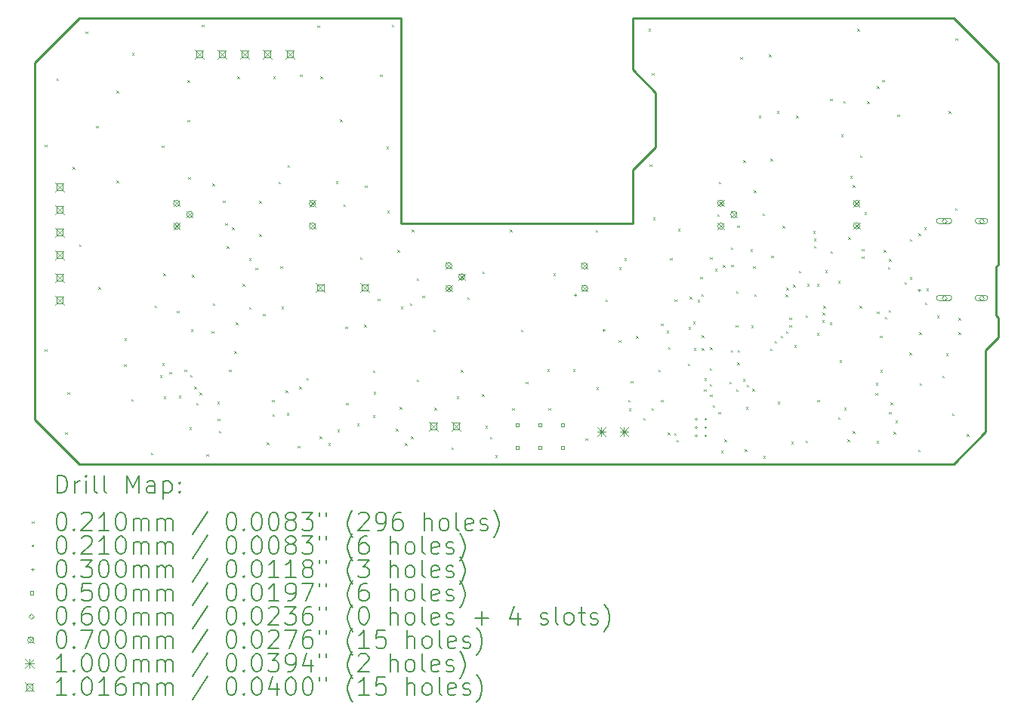
<source format=gbr>
%TF.GenerationSoftware,KiCad,Pcbnew,9.0.7*%
%TF.CreationDate,2026-01-30T16:58:06+00:00*%
%TF.ProjectId,FED3,46454433-2e6b-4696-9361-645f70636258,rev?*%
%TF.SameCoordinates,Original*%
%TF.FileFunction,Drillmap*%
%TF.FilePolarity,Positive*%
%FSLAX45Y45*%
G04 Gerber Fmt 4.5, Leading zero omitted, Abs format (unit mm)*
G04 Created by KiCad (PCBNEW 9.0.7) date 2026-01-30 16:58:06*
%MOMM*%
%LPD*%
G01*
G04 APERTURE LIST*
%ADD10C,0.250000*%
%ADD11C,0.200000*%
%ADD12C,0.100000*%
%ADD13C,0.101600*%
G04 APERTURE END LIST*
D10*
X20110110Y-12640360D02*
X20110110Y-11720360D01*
X16150110Y-10300360D02*
X13550110Y-10300360D01*
X16150110Y-8000360D02*
X16150110Y-8575160D01*
X16150110Y-8575160D02*
X16409710Y-8834760D01*
X9950110Y-8000360D02*
X9450110Y-8500360D01*
X20222110Y-10788360D02*
X20250110Y-10760360D01*
X20250110Y-8500360D02*
X19750110Y-8000360D01*
X20222110Y-11332360D02*
X20222110Y-10788360D01*
X20250110Y-10760360D02*
X20250110Y-8500360D01*
X16150110Y-9698360D02*
X16150110Y-10300360D01*
X20250110Y-11360360D02*
X20222110Y-11332360D01*
X13550110Y-10300360D02*
X13550110Y-8000360D01*
X9450110Y-12500360D02*
X9950110Y-13000360D01*
X16409710Y-8834760D02*
X16409710Y-9444360D01*
X19750110Y-13000360D02*
X20110110Y-12640360D01*
X19750110Y-8000360D02*
X16150110Y-8000360D01*
X20250110Y-11580360D02*
X20250110Y-11360360D01*
X9450110Y-8500360D02*
X9450110Y-12500360D01*
X9950110Y-13000360D02*
X19750110Y-13000360D01*
X16409710Y-9444360D02*
X16150110Y-9698360D01*
X20110110Y-11720360D02*
X20250110Y-11580360D01*
X13550110Y-8000360D02*
X9950110Y-8000360D01*
D11*
D12*
X9558610Y-9418460D02*
X9579610Y-9439460D01*
X9579610Y-9418460D02*
X9558610Y-9439460D01*
X9560890Y-11711640D02*
X9581890Y-11732640D01*
X9581890Y-11711640D02*
X9560890Y-11732640D01*
X9692000Y-8672000D02*
X9713000Y-8693000D01*
X9713000Y-8672000D02*
X9692000Y-8693000D01*
X9787210Y-12644260D02*
X9808210Y-12665260D01*
X9808210Y-12644260D02*
X9787210Y-12665260D01*
X9814890Y-12194240D02*
X9835890Y-12215240D01*
X9835890Y-12194240D02*
X9814890Y-12215240D01*
X9871030Y-9667380D02*
X9892030Y-9688380D01*
X9892030Y-9667380D02*
X9871030Y-9688380D01*
X9944500Y-10534500D02*
X9965500Y-10555500D01*
X9965500Y-10534500D02*
X9944500Y-10555500D01*
X10015810Y-8148460D02*
X10036810Y-8169460D01*
X10036810Y-8148460D02*
X10015810Y-8169460D01*
X10137000Y-9207000D02*
X10158000Y-9228000D01*
X10158000Y-9207000D02*
X10137000Y-9228000D01*
X10162000Y-11012000D02*
X10183000Y-11033000D01*
X10183000Y-11012000D02*
X10162000Y-11033000D01*
X10362000Y-8812000D02*
X10383000Y-8833000D01*
X10383000Y-8812000D02*
X10362000Y-8833000D01*
X10362000Y-9819500D02*
X10383000Y-9840500D01*
X10383000Y-9819500D02*
X10362000Y-9840500D01*
X10449500Y-11879500D02*
X10470500Y-11900500D01*
X10470500Y-11879500D02*
X10449500Y-11900500D01*
X10454500Y-11589500D02*
X10475500Y-11610500D01*
X10475500Y-11589500D02*
X10454500Y-11610500D01*
X10529500Y-12269500D02*
X10550500Y-12290500D01*
X10550500Y-12269500D02*
X10529500Y-12290500D01*
X10537000Y-8387000D02*
X10558000Y-8408000D01*
X10558000Y-8387000D02*
X10537000Y-8408000D01*
X10749500Y-12869500D02*
X10770500Y-12890500D01*
X10770500Y-12869500D02*
X10749500Y-12890500D01*
X10789500Y-11219500D02*
X10810500Y-11240500D01*
X10810500Y-11219500D02*
X10789500Y-11240500D01*
X10849500Y-12004500D02*
X10870500Y-12025500D01*
X10870500Y-12004500D02*
X10849500Y-12025500D01*
X10872000Y-9427000D02*
X10893000Y-9448000D01*
X10893000Y-9427000D02*
X10872000Y-9448000D01*
X10874500Y-11869500D02*
X10895500Y-11890500D01*
X10895500Y-11869500D02*
X10874500Y-11890500D01*
X10889500Y-10859500D02*
X10910500Y-10880500D01*
X10910500Y-10859500D02*
X10889500Y-10880500D01*
X10894500Y-12242000D02*
X10915500Y-12263000D01*
X10915500Y-12242000D02*
X10894500Y-12263000D01*
X10954500Y-11964500D02*
X10975500Y-11985500D01*
X10975500Y-11964500D02*
X10954500Y-11985500D01*
X11042000Y-11279500D02*
X11063000Y-11300500D01*
X11063000Y-11279500D02*
X11042000Y-11300500D01*
X11061500Y-12231500D02*
X11082500Y-12252500D01*
X11082500Y-12231500D02*
X11061500Y-12252500D01*
X11124500Y-11939500D02*
X11145500Y-11960500D01*
X11145500Y-11939500D02*
X11124500Y-11960500D01*
X11158810Y-8694560D02*
X11179810Y-8715560D01*
X11179810Y-8694560D02*
X11158810Y-8715560D01*
X11158810Y-9139060D02*
X11179810Y-9160060D01*
X11179810Y-9139060D02*
X11158810Y-9160060D01*
X11169500Y-9779500D02*
X11190500Y-9800500D01*
X11190500Y-9779500D02*
X11169500Y-9800500D01*
X11179500Y-12589500D02*
X11200500Y-12610500D01*
X11200500Y-12589500D02*
X11179500Y-12610500D01*
X11187000Y-11999500D02*
X11208000Y-12020500D01*
X11208000Y-11999500D02*
X11187000Y-12020500D01*
X11197000Y-11487000D02*
X11218000Y-11508000D01*
X11218000Y-11487000D02*
X11197000Y-11508000D01*
X11212000Y-10877000D02*
X11233000Y-10898000D01*
X11233000Y-10877000D02*
X11212000Y-10898000D01*
X11237000Y-12129500D02*
X11258000Y-12150500D01*
X11258000Y-12129500D02*
X11237000Y-12150500D01*
X11257000Y-12314500D02*
X11278000Y-12335500D01*
X11278000Y-12314500D02*
X11257000Y-12335500D01*
X11297000Y-12199500D02*
X11318000Y-12220500D01*
X11318000Y-12199500D02*
X11297000Y-12220500D01*
X11322000Y-8069500D02*
X11343000Y-8090500D01*
X11343000Y-8069500D02*
X11322000Y-8090500D01*
X11369500Y-12889500D02*
X11390500Y-12910500D01*
X11390500Y-12889500D02*
X11369500Y-12910500D01*
X11429500Y-11509500D02*
X11450500Y-11530500D01*
X11450500Y-11509500D02*
X11429500Y-11530500D01*
X11439500Y-9851500D02*
X11460500Y-9872500D01*
X11460500Y-9851500D02*
X11439500Y-9872500D01*
X11444500Y-11194500D02*
X11465500Y-11215500D01*
X11465500Y-11194500D02*
X11444500Y-11215500D01*
X11494500Y-12299500D02*
X11515500Y-12320500D01*
X11515500Y-12299500D02*
X11494500Y-12320500D01*
X11499500Y-12489500D02*
X11520500Y-12510500D01*
X11520500Y-12489500D02*
X11499500Y-12510500D01*
X11509500Y-12624500D02*
X11530500Y-12645500D01*
X11530500Y-12624500D02*
X11509500Y-12645500D01*
X11557500Y-10042500D02*
X11578500Y-10063500D01*
X11578500Y-10042500D02*
X11557500Y-10063500D01*
X11584500Y-10299500D02*
X11605500Y-10320500D01*
X11605500Y-10299500D02*
X11584500Y-10320500D01*
X11599500Y-10555000D02*
X11620500Y-10576000D01*
X11620500Y-10555000D02*
X11599500Y-10576000D01*
X11624500Y-11939000D02*
X11645500Y-11960000D01*
X11645500Y-11939000D02*
X11624500Y-11960000D01*
X11659500Y-10344500D02*
X11680500Y-10365500D01*
X11680500Y-10344500D02*
X11659500Y-10365500D01*
X11684500Y-11731000D02*
X11705500Y-11752000D01*
X11705500Y-11731000D02*
X11684500Y-11752000D01*
X11699500Y-11409500D02*
X11720500Y-11430500D01*
X11720500Y-11409500D02*
X11699500Y-11430500D01*
X11719500Y-8649500D02*
X11740500Y-8670500D01*
X11740500Y-8649500D02*
X11719500Y-8670500D01*
X11779500Y-10979500D02*
X11800500Y-11000500D01*
X11800500Y-10979500D02*
X11779500Y-11000500D01*
X11849500Y-10689500D02*
X11870500Y-10710500D01*
X11870500Y-10689500D02*
X11849500Y-10710500D01*
X11849500Y-11239500D02*
X11870500Y-11260500D01*
X11870500Y-11239500D02*
X11849500Y-11260500D01*
X11919500Y-10795500D02*
X11940500Y-10816500D01*
X11940500Y-10795500D02*
X11919500Y-10816500D01*
X11963500Y-10048500D02*
X11984500Y-10069500D01*
X11984500Y-10048500D02*
X11963500Y-10069500D01*
X11964500Y-10419500D02*
X11985500Y-10440500D01*
X11985500Y-10419500D02*
X11964500Y-10440500D01*
X12004500Y-11315500D02*
X12025500Y-11336500D01*
X12025500Y-11315500D02*
X12004500Y-11336500D01*
X12048750Y-12757750D02*
X12069750Y-12778750D01*
X12069750Y-12757750D02*
X12048750Y-12778750D01*
X12108875Y-12280125D02*
X12129875Y-12301125D01*
X12129875Y-12280125D02*
X12108875Y-12301125D01*
X12110500Y-12438500D02*
X12131500Y-12459500D01*
X12131500Y-12438500D02*
X12110500Y-12459500D01*
X12119500Y-8649500D02*
X12140500Y-8670500D01*
X12140500Y-8649500D02*
X12119500Y-8670500D01*
X12180500Y-9833500D02*
X12201500Y-9854500D01*
X12201500Y-9833500D02*
X12180500Y-9854500D01*
X12199500Y-10779500D02*
X12220500Y-10800500D01*
X12220500Y-10779500D02*
X12199500Y-10800500D01*
X12212000Y-11232000D02*
X12233000Y-11253000D01*
X12233000Y-11232000D02*
X12212000Y-11253000D01*
X12260500Y-12174500D02*
X12281500Y-12195500D01*
X12281500Y-12174500D02*
X12260500Y-12195500D01*
X12273500Y-12427500D02*
X12294500Y-12448500D01*
X12294500Y-12427500D02*
X12273500Y-12448500D01*
X12279500Y-9646500D02*
X12300500Y-9667500D01*
X12300500Y-9646500D02*
X12279500Y-9667500D01*
X12394500Y-12794500D02*
X12415500Y-12815500D01*
X12415500Y-12794500D02*
X12394500Y-12815500D01*
X12412317Y-12132318D02*
X12433317Y-12153318D01*
X12433317Y-12132318D02*
X12412317Y-12153318D01*
X12419500Y-8629500D02*
X12440500Y-8650500D01*
X12440500Y-8629500D02*
X12419500Y-8650500D01*
X12493676Y-12032485D02*
X12514676Y-12053485D01*
X12514676Y-12032485D02*
X12493676Y-12053485D01*
X12614500Y-8079500D02*
X12635500Y-8100500D01*
X12635500Y-8079500D02*
X12614500Y-8100500D01*
X12639500Y-12689500D02*
X12660500Y-12710500D01*
X12660500Y-12689500D02*
X12639500Y-12710500D01*
X12649500Y-8649500D02*
X12670500Y-8670500D01*
X12670500Y-8649500D02*
X12649500Y-8670500D01*
X12739500Y-12764500D02*
X12760500Y-12785500D01*
X12760500Y-12764500D02*
X12739500Y-12785500D01*
X12821500Y-9826500D02*
X12842500Y-9847500D01*
X12842500Y-9826500D02*
X12821500Y-9847500D01*
X12839500Y-12614500D02*
X12860500Y-12635500D01*
X12860500Y-12614500D02*
X12839500Y-12635500D01*
X12869500Y-9134500D02*
X12890500Y-9155500D01*
X12890500Y-9134500D02*
X12869500Y-9155500D01*
X12907000Y-10087000D02*
X12928000Y-10108000D01*
X12928000Y-10087000D02*
X12907000Y-10108000D01*
X12929500Y-11459500D02*
X12950500Y-11480500D01*
X12950500Y-11459500D02*
X12929500Y-11480500D01*
X12939500Y-12314500D02*
X12960500Y-12335500D01*
X12960500Y-12314500D02*
X12939500Y-12335500D01*
X13061140Y-12544343D02*
X13082140Y-12565343D01*
X13082140Y-12544343D02*
X13061140Y-12565343D01*
X13092000Y-10679500D02*
X13113000Y-10700500D01*
X13113000Y-10679500D02*
X13092000Y-10700500D01*
X13140003Y-11437063D02*
X13161003Y-11458063D01*
X13161003Y-11437063D02*
X13140003Y-11458063D01*
X13149500Y-9874500D02*
X13170500Y-9895500D01*
X13170500Y-9874500D02*
X13149500Y-9895500D01*
X13239500Y-11949500D02*
X13260500Y-11970500D01*
X13260500Y-11949500D02*
X13239500Y-11970500D01*
X13239500Y-12454500D02*
X13260500Y-12475500D01*
X13260500Y-12454500D02*
X13239500Y-12475500D01*
X13246500Y-12188500D02*
X13267500Y-12209500D01*
X13267500Y-12188500D02*
X13246500Y-12209500D01*
X13294500Y-11144500D02*
X13315500Y-11165500D01*
X13315500Y-11144500D02*
X13294500Y-11165500D01*
X13317810Y-8631060D02*
X13338810Y-8652060D01*
X13338810Y-8631060D02*
X13317810Y-8652060D01*
X13389500Y-9439500D02*
X13410500Y-9460500D01*
X13410500Y-9439500D02*
X13389500Y-9460500D01*
X13399500Y-10159500D02*
X13420500Y-10180500D01*
X13420500Y-10159500D02*
X13399500Y-10180500D01*
X13449500Y-8069500D02*
X13470500Y-8090500D01*
X13470500Y-8069500D02*
X13449500Y-8090500D01*
X13496500Y-12603500D02*
X13517500Y-12624500D01*
X13517500Y-12603500D02*
X13496500Y-12624500D01*
X13514500Y-10599500D02*
X13535500Y-10620500D01*
X13535500Y-10599500D02*
X13514500Y-10620500D01*
X13539500Y-12361100D02*
X13560500Y-12382100D01*
X13560500Y-12361100D02*
X13539500Y-12382100D01*
X13549500Y-11234500D02*
X13570500Y-11255500D01*
X13570500Y-11234500D02*
X13549500Y-11255500D01*
X13599600Y-12764500D02*
X13620600Y-12785500D01*
X13620600Y-12764500D02*
X13599600Y-12785500D01*
X13654500Y-11194500D02*
X13675500Y-11215500D01*
X13675500Y-11194500D02*
X13654500Y-11215500D01*
X13664500Y-12689500D02*
X13685500Y-12710500D01*
X13685500Y-12689500D02*
X13664500Y-12710500D01*
X13674500Y-10369500D02*
X13695500Y-10390500D01*
X13695500Y-10369500D02*
X13674500Y-10390500D01*
X13729030Y-10914080D02*
X13750030Y-10935080D01*
X13750030Y-10914080D02*
X13729030Y-10935080D01*
X13729500Y-12049500D02*
X13750500Y-12070500D01*
X13750500Y-12049500D02*
X13729500Y-12070500D01*
X13792000Y-11112000D02*
X13813000Y-11133000D01*
X13813000Y-11112000D02*
X13792000Y-11133000D01*
X13914500Y-11489500D02*
X13935500Y-11510500D01*
X13935500Y-11489500D02*
X13914500Y-11510500D01*
X13929500Y-12369500D02*
X13950500Y-12390500D01*
X13950500Y-12369500D02*
X13929500Y-12390500D01*
X14118500Y-12812500D02*
X14139500Y-12833500D01*
X14139500Y-12812500D02*
X14118500Y-12833500D01*
X14177000Y-12239500D02*
X14198000Y-12260500D01*
X14198000Y-12239500D02*
X14177000Y-12260500D01*
X14224500Y-11944500D02*
X14245500Y-11965500D01*
X14245500Y-11944500D02*
X14224500Y-11965500D01*
X14294500Y-11129500D02*
X14315500Y-11150500D01*
X14315500Y-11129500D02*
X14294500Y-11150500D01*
X14459500Y-12214500D02*
X14480500Y-12235500D01*
X14480500Y-12214500D02*
X14459500Y-12235500D01*
X14465630Y-10840420D02*
X14486630Y-10861420D01*
X14486630Y-10840420D02*
X14465630Y-10861420D01*
X14499500Y-12569500D02*
X14520500Y-12590500D01*
X14520500Y-12569500D02*
X14499500Y-12590500D01*
X14552000Y-12694500D02*
X14573000Y-12715500D01*
X14573000Y-12694500D02*
X14552000Y-12715500D01*
X14609500Y-12899500D02*
X14630500Y-12920500D01*
X14630500Y-12899500D02*
X14609500Y-12920500D01*
X14774789Y-10369073D02*
X14795789Y-10390073D01*
X14795789Y-10369073D02*
X14774789Y-10390073D01*
X14799010Y-12371120D02*
X14820010Y-12392120D01*
X14820010Y-12371120D02*
X14799010Y-12392120D01*
X14896971Y-11491146D02*
X14917971Y-11512146D01*
X14917971Y-11491146D02*
X14896971Y-11512146D01*
X14954500Y-12074500D02*
X14975500Y-12095500D01*
X14975500Y-12074500D02*
X14954500Y-12095500D01*
X15192000Y-11937000D02*
X15213000Y-11958000D01*
X15213000Y-11937000D02*
X15192000Y-11958000D01*
X15205410Y-12371120D02*
X15226410Y-12392120D01*
X15226410Y-12371120D02*
X15205410Y-12392120D01*
X15259500Y-10859500D02*
X15280500Y-10880500D01*
X15280500Y-10859500D02*
X15259500Y-10880500D01*
X15482000Y-11937000D02*
X15503000Y-11958000D01*
X15503000Y-11937000D02*
X15482000Y-11958000D01*
X15619500Y-12709500D02*
X15640500Y-12730500D01*
X15640500Y-12709500D02*
X15619500Y-12730500D01*
X15737000Y-10372000D02*
X15758000Y-10393000D01*
X15758000Y-10372000D02*
X15737000Y-10393000D01*
X15744500Y-12139500D02*
X15765500Y-12160500D01*
X15765500Y-12139500D02*
X15744500Y-12160500D01*
X15844500Y-11154500D02*
X15865500Y-11175500D01*
X15865500Y-11154500D02*
X15844500Y-11175500D01*
X15995500Y-11609500D02*
X16016500Y-11630500D01*
X16016500Y-11609500D02*
X15995500Y-11630500D01*
X15996500Y-10794500D02*
X16017500Y-10815500D01*
X16017500Y-10794500D02*
X15996500Y-10815500D01*
X16059500Y-10689500D02*
X16080500Y-10710500D01*
X16080500Y-10689500D02*
X16059500Y-10710500D01*
X16102000Y-12279500D02*
X16123000Y-12300500D01*
X16123000Y-12279500D02*
X16102000Y-12300500D01*
X16109500Y-12374500D02*
X16130500Y-12395500D01*
X16130500Y-12374500D02*
X16109500Y-12395500D01*
X16129500Y-12068000D02*
X16150500Y-12089000D01*
X16150500Y-12068000D02*
X16129500Y-12089000D01*
X16187214Y-11564372D02*
X16208214Y-11585372D01*
X16208214Y-11564372D02*
X16187214Y-11585372D01*
X16269500Y-12483600D02*
X16290500Y-12504600D01*
X16290500Y-12483600D02*
X16269500Y-12504600D01*
X16329500Y-8119500D02*
X16350500Y-8140500D01*
X16350500Y-8119500D02*
X16329500Y-8140500D01*
X16339500Y-9639500D02*
X16360500Y-9660500D01*
X16360500Y-9639500D02*
X16339500Y-9660500D01*
X16360269Y-12373660D02*
X16381269Y-12394660D01*
X16381269Y-12373660D02*
X16360269Y-12394660D01*
X16364500Y-8614500D02*
X16385500Y-8635500D01*
X16385500Y-8614500D02*
X16364500Y-8635500D01*
X16379500Y-10234500D02*
X16400500Y-10255500D01*
X16400500Y-10234500D02*
X16379500Y-10255500D01*
X16439500Y-11939500D02*
X16460500Y-11960500D01*
X16460500Y-11939500D02*
X16439500Y-11960500D01*
X16469500Y-11424500D02*
X16490500Y-11445500D01*
X16490500Y-11424500D02*
X16469500Y-11445500D01*
X16469500Y-12279500D02*
X16490500Y-12300500D01*
X16490500Y-12279500D02*
X16469500Y-12300500D01*
X16530000Y-11503872D02*
X16551000Y-11524872D01*
X16551000Y-11503872D02*
X16530000Y-11524872D01*
X16544759Y-12645481D02*
X16565759Y-12666481D01*
X16565759Y-12645481D02*
X16544759Y-12666481D01*
X16547000Y-11686000D02*
X16568000Y-11707000D01*
X16568000Y-11686000D02*
X16547000Y-11707000D01*
X16568000Y-10686750D02*
X16589000Y-10707750D01*
X16589000Y-10686750D02*
X16568000Y-10707750D01*
X16614088Y-12649705D02*
X16635088Y-12670705D01*
X16635088Y-12649705D02*
X16614088Y-12670705D01*
X16619500Y-11154500D02*
X16640500Y-11175500D01*
X16640500Y-11154500D02*
X16619500Y-11175500D01*
X16639500Y-12729500D02*
X16660500Y-12750500D01*
X16660500Y-12729500D02*
X16639500Y-12750500D01*
X16659500Y-10359500D02*
X16680500Y-10380500D01*
X16680500Y-10359500D02*
X16659500Y-10380500D01*
X16767000Y-11874500D02*
X16788000Y-11895500D01*
X16788000Y-11874500D02*
X16767000Y-11895500D01*
X16775030Y-11463400D02*
X16796030Y-11484400D01*
X16796030Y-11463400D02*
X16775030Y-11484400D01*
X16790000Y-11124500D02*
X16811000Y-11145500D01*
X16811000Y-11124500D02*
X16790000Y-11145500D01*
X16829482Y-11402900D02*
X16850482Y-11423900D01*
X16850482Y-11402900D02*
X16829482Y-11423900D01*
X16835664Y-11699200D02*
X16856664Y-11720200D01*
X16856664Y-11699200D02*
X16835664Y-11720200D01*
X16879500Y-11158250D02*
X16900500Y-11179250D01*
X16900500Y-11158250D02*
X16879500Y-11179250D01*
X16909500Y-10897000D02*
X16930500Y-10918000D01*
X16930500Y-10897000D02*
X16909500Y-10918000D01*
X16919500Y-11092000D02*
X16940500Y-11113000D01*
X16940500Y-11092000D02*
X16919500Y-11113000D01*
X16925128Y-11699200D02*
X16946128Y-11720200D01*
X16946128Y-11699200D02*
X16925128Y-11720200D01*
X16926000Y-11554000D02*
X16947000Y-11575000D01*
X16947000Y-11554000D02*
X16926000Y-11575000D01*
X16952500Y-12161500D02*
X16973500Y-12182500D01*
X16973500Y-12161500D02*
X16952500Y-12182500D01*
X16956030Y-12037970D02*
X16977030Y-12058970D01*
X16977030Y-12037970D02*
X16956030Y-12058970D01*
X17013500Y-12101500D02*
X17034500Y-12122500D01*
X17034500Y-12101500D02*
X17013500Y-12122500D01*
X17014500Y-11924500D02*
X17035500Y-11945500D01*
X17035500Y-11924500D02*
X17014500Y-11945500D01*
X17018500Y-12221500D02*
X17039500Y-12242500D01*
X17039500Y-12221500D02*
X17018500Y-12242500D01*
X17019500Y-10679500D02*
X17040500Y-10700500D01*
X17040500Y-10679500D02*
X17019500Y-10700500D01*
X17019500Y-11689500D02*
X17040500Y-11710500D01*
X17040500Y-11689500D02*
X17019500Y-11710500D01*
X17049500Y-12339500D02*
X17070500Y-12360500D01*
X17070500Y-12339500D02*
X17049500Y-12360500D01*
X17074500Y-10809500D02*
X17095500Y-10830500D01*
X17095500Y-10809500D02*
X17074500Y-10830500D01*
X17099500Y-10194500D02*
X17120500Y-10215500D01*
X17120500Y-10194500D02*
X17099500Y-10215500D01*
X17110500Y-12414500D02*
X17131500Y-12435500D01*
X17131500Y-12414500D02*
X17110500Y-12435500D01*
X17115490Y-9830100D02*
X17136490Y-9851100D01*
X17136490Y-9830100D02*
X17115490Y-9851100D01*
X17139500Y-12849500D02*
X17160500Y-12870500D01*
X17160500Y-12849500D02*
X17139500Y-12870500D01*
X17160750Y-10768250D02*
X17181750Y-10789250D01*
X17181750Y-10768250D02*
X17160750Y-10789250D01*
X17181000Y-12721500D02*
X17202000Y-12742500D01*
X17202000Y-12721500D02*
X17181000Y-12742500D01*
X17236500Y-12075500D02*
X17257500Y-12096500D01*
X17257500Y-12075500D02*
X17236500Y-12096500D01*
X17251085Y-11720446D02*
X17272085Y-11741446D01*
X17272085Y-11720446D02*
X17251085Y-11741446D01*
X17252000Y-10567000D02*
X17273000Y-10588000D01*
X17273000Y-10567000D02*
X17252000Y-10588000D01*
X17254500Y-10764500D02*
X17275500Y-10785500D01*
X17275500Y-10764500D02*
X17254500Y-10785500D01*
X17304500Y-11439500D02*
X17325500Y-11460500D01*
X17325500Y-11439500D02*
X17304500Y-11460500D01*
X17309500Y-11059500D02*
X17330500Y-11080500D01*
X17330500Y-11059500D02*
X17309500Y-11080500D01*
X17311500Y-12160500D02*
X17332500Y-12181500D01*
X17332500Y-12160500D02*
X17311500Y-12181500D01*
X17324500Y-10322000D02*
X17345500Y-10343000D01*
X17345500Y-10322000D02*
X17324500Y-10343000D01*
X17324500Y-11859500D02*
X17345500Y-11880500D01*
X17345500Y-11859500D02*
X17324500Y-11880500D01*
X17329500Y-11719481D02*
X17350500Y-11740481D01*
X17350500Y-11719481D02*
X17329500Y-11740481D01*
X17358690Y-8435040D02*
X17379690Y-8456040D01*
X17379690Y-8435040D02*
X17358690Y-8456040D01*
X17386788Y-12045432D02*
X17407788Y-12066432D01*
X17407788Y-12045432D02*
X17386788Y-12066432D01*
X17389500Y-9589500D02*
X17410500Y-9610500D01*
X17410500Y-9589500D02*
X17389500Y-9610500D01*
X17409500Y-12835000D02*
X17430500Y-12856000D01*
X17430500Y-12835000D02*
X17409500Y-12856000D01*
X17419500Y-12361100D02*
X17440500Y-12382100D01*
X17440500Y-12361100D02*
X17419500Y-12382100D01*
X17429500Y-12109500D02*
X17450500Y-12130500D01*
X17450500Y-12109500D02*
X17429500Y-12130500D01*
X17469500Y-10589500D02*
X17490500Y-10610500D01*
X17490500Y-10589500D02*
X17469500Y-10610500D01*
X17482000Y-11447000D02*
X17503000Y-11468000D01*
X17503000Y-11447000D02*
X17482000Y-11468000D01*
X17494500Y-12154500D02*
X17515500Y-12175500D01*
X17515500Y-12154500D02*
X17494500Y-12175500D01*
X17499500Y-10779500D02*
X17520500Y-10800500D01*
X17520500Y-10779500D02*
X17499500Y-10800500D01*
X17509500Y-9929500D02*
X17530500Y-9950500D01*
X17530500Y-9929500D02*
X17509500Y-9950500D01*
X17514680Y-11095717D02*
X17535680Y-11116717D01*
X17535680Y-11095717D02*
X17514680Y-11116717D01*
X17563050Y-9092440D02*
X17584050Y-9113440D01*
X17584050Y-9092440D02*
X17563050Y-9113440D01*
X17606700Y-10189860D02*
X17627700Y-10210860D01*
X17627700Y-10189860D02*
X17606700Y-10210860D01*
X17614500Y-12909500D02*
X17635500Y-12930500D01*
X17635500Y-12909500D02*
X17614500Y-12930500D01*
X17679890Y-8406640D02*
X17700890Y-8427640D01*
X17700890Y-8406640D02*
X17679890Y-8427640D01*
X17689500Y-11704251D02*
X17710500Y-11725251D01*
X17710500Y-11704251D02*
X17689500Y-11725251D01*
X17694500Y-9572000D02*
X17715500Y-9593000D01*
X17715500Y-9572000D02*
X17694500Y-9593000D01*
X17704500Y-10662000D02*
X17725500Y-10683000D01*
X17725500Y-10662000D02*
X17704500Y-10683000D01*
X17744500Y-11619500D02*
X17765500Y-11640500D01*
X17765500Y-11619500D02*
X17744500Y-11640500D01*
X17769500Y-9039500D02*
X17790500Y-9060500D01*
X17790500Y-9039500D02*
X17769500Y-9060500D01*
X17777000Y-12302000D02*
X17798000Y-12323000D01*
X17798000Y-12302000D02*
X17777000Y-12323000D01*
X17810078Y-11559500D02*
X17831078Y-11580500D01*
X17831078Y-11559500D02*
X17810078Y-11580500D01*
X17829500Y-10327300D02*
X17850500Y-10348300D01*
X17850500Y-10327300D02*
X17829500Y-10348300D01*
X17864283Y-11096602D02*
X17885283Y-11117602D01*
X17885283Y-11096602D02*
X17864283Y-11117602D01*
X17870499Y-11506979D02*
X17891499Y-11527979D01*
X17891499Y-11506979D02*
X17870499Y-11527979D01*
X17872000Y-11022000D02*
X17893000Y-11043000D01*
X17893000Y-11022000D02*
X17872000Y-11043000D01*
X17906926Y-11439141D02*
X17927926Y-11460141D01*
X17927926Y-11439141D02*
X17906926Y-11460141D01*
X17907341Y-11353995D02*
X17928341Y-11374995D01*
X17928341Y-11353995D02*
X17907341Y-11374995D01*
X17929500Y-12749500D02*
X17950500Y-12770500D01*
X17950500Y-12749500D02*
X17929500Y-12770500D01*
X17949500Y-10989500D02*
X17970500Y-11010500D01*
X17970500Y-10989500D02*
X17949500Y-11010500D01*
X17964500Y-11667000D02*
X17985500Y-11688000D01*
X17985500Y-11667000D02*
X17964500Y-11688000D01*
X17984690Y-9092440D02*
X18005690Y-9113440D01*
X18005690Y-9092440D02*
X17984690Y-9113440D01*
X18012000Y-10829500D02*
X18033000Y-10850500D01*
X18033000Y-10829500D02*
X18012000Y-10850500D01*
X18089500Y-11329500D02*
X18110500Y-11350500D01*
X18110500Y-11329500D02*
X18089500Y-11350500D01*
X18089500Y-12734500D02*
X18110500Y-12755500D01*
X18110500Y-12734500D02*
X18089500Y-12755500D01*
X18104500Y-10979500D02*
X18125500Y-11000500D01*
X18125500Y-10979500D02*
X18104500Y-11000500D01*
X18173500Y-10388500D02*
X18194500Y-10409500D01*
X18194500Y-10388500D02*
X18173500Y-10409500D01*
X18181500Y-10472500D02*
X18202500Y-10493500D01*
X18202500Y-10472500D02*
X18181500Y-10493500D01*
X18183500Y-10550500D02*
X18204500Y-10571500D01*
X18204500Y-10550500D02*
X18183500Y-10571500D01*
X18214500Y-10979500D02*
X18235500Y-11000500D01*
X18235500Y-10979500D02*
X18214500Y-11000500D01*
X18217000Y-11529500D02*
X18238000Y-11550500D01*
X18238000Y-11529500D02*
X18217000Y-11550500D01*
X18219500Y-12279500D02*
X18240500Y-12300500D01*
X18240500Y-12279500D02*
X18219500Y-12300500D01*
X18274500Y-11384500D02*
X18295500Y-11405500D01*
X18295500Y-11384500D02*
X18274500Y-11405500D01*
X18279323Y-11300825D02*
X18300323Y-11321825D01*
X18300323Y-11300825D02*
X18279323Y-11321825D01*
X18289500Y-11224500D02*
X18310500Y-11245500D01*
X18310500Y-11224500D02*
X18289500Y-11245500D01*
X18307980Y-10827680D02*
X18328980Y-10848680D01*
X18328980Y-10827680D02*
X18307980Y-10848680D01*
X18359500Y-11409500D02*
X18380500Y-11430500D01*
X18380500Y-11409500D02*
X18359500Y-11430500D01*
X18365460Y-8900460D02*
X18386460Y-8921460D01*
X18386460Y-8900460D02*
X18365460Y-8921460D01*
X18369500Y-10612500D02*
X18390500Y-10633500D01*
X18390500Y-10612500D02*
X18369500Y-10633500D01*
X18452269Y-10943827D02*
X18473269Y-10964827D01*
X18473269Y-10943827D02*
X18452269Y-10964827D01*
X18454500Y-12474500D02*
X18475500Y-12495500D01*
X18475500Y-12474500D02*
X18454500Y-12495500D01*
X18469500Y-11834500D02*
X18490500Y-11855500D01*
X18490500Y-11834500D02*
X18469500Y-11855500D01*
X18486450Y-9303720D02*
X18507450Y-9324720D01*
X18507450Y-9303720D02*
X18486450Y-9324720D01*
X18514500Y-8924500D02*
X18535500Y-8945500D01*
X18535500Y-8924500D02*
X18514500Y-8945500D01*
X18519500Y-12369500D02*
X18540500Y-12390500D01*
X18540500Y-12369500D02*
X18519500Y-12390500D01*
X18559500Y-12724500D02*
X18580500Y-12745500D01*
X18580500Y-12724500D02*
X18559500Y-12745500D01*
X18569500Y-10454500D02*
X18590500Y-10475500D01*
X18590500Y-10454500D02*
X18569500Y-10475500D01*
X18589500Y-9769500D02*
X18610500Y-9790500D01*
X18610500Y-9769500D02*
X18589500Y-9790500D01*
X18619500Y-9869500D02*
X18640500Y-9890500D01*
X18640500Y-9869500D02*
X18619500Y-9890500D01*
X18619500Y-12629500D02*
X18640500Y-12650500D01*
X18640500Y-12629500D02*
X18619500Y-12650500D01*
X18669500Y-8119500D02*
X18690500Y-8140500D01*
X18690500Y-8119500D02*
X18669500Y-8140500D01*
X18694500Y-11224500D02*
X18715500Y-11245500D01*
X18715500Y-11224500D02*
X18694500Y-11245500D01*
X18697500Y-9537500D02*
X18718500Y-9558500D01*
X18718500Y-9537500D02*
X18697500Y-9558500D01*
X18719500Y-10583500D02*
X18740500Y-10604500D01*
X18740500Y-10583500D02*
X18719500Y-10604500D01*
X18719500Y-10671500D02*
X18740500Y-10692500D01*
X18740500Y-10671500D02*
X18719500Y-10692500D01*
X18751500Y-10175500D02*
X18772500Y-10196500D01*
X18772500Y-10175500D02*
X18751500Y-10196500D01*
X18779500Y-8932000D02*
X18800500Y-8953000D01*
X18800500Y-8932000D02*
X18779500Y-8953000D01*
X18871860Y-12201820D02*
X18892860Y-12222820D01*
X18892860Y-12201820D02*
X18871860Y-12222820D01*
X18876017Y-12089500D02*
X18897017Y-12110500D01*
X18897017Y-12089500D02*
X18876017Y-12110500D01*
X18887000Y-12739500D02*
X18908000Y-12760500D01*
X18908000Y-12739500D02*
X18887000Y-12760500D01*
X18889500Y-8759500D02*
X18910500Y-8780500D01*
X18910500Y-8759500D02*
X18889500Y-8780500D01*
X18889500Y-11289500D02*
X18910500Y-11310500D01*
X18910500Y-11289500D02*
X18889500Y-11310500D01*
X18924500Y-11559500D02*
X18945500Y-11580500D01*
X18945500Y-11559500D02*
X18924500Y-11580500D01*
X18929500Y-11944500D02*
X18950500Y-11965500D01*
X18950500Y-11944500D02*
X18929500Y-11965500D01*
X18949500Y-8689500D02*
X18970500Y-8710500D01*
X18970500Y-8689500D02*
X18949500Y-8710500D01*
X18967420Y-10596540D02*
X18988420Y-10617540D01*
X18988420Y-10596540D02*
X18967420Y-10617540D01*
X18979500Y-11349500D02*
X19000500Y-11370500D01*
X19000500Y-11349500D02*
X18979500Y-11370500D01*
X19010677Y-10790836D02*
X19031677Y-10811836D01*
X19031677Y-10790836D02*
X19010677Y-10811836D01*
X19019500Y-11269500D02*
X19040500Y-11290500D01*
X19040500Y-11269500D02*
X19019500Y-11290500D01*
X19024500Y-12414500D02*
X19045500Y-12435500D01*
X19045500Y-12414500D02*
X19024500Y-12435500D01*
X19026800Y-10700680D02*
X19047800Y-10721680D01*
X19047800Y-10700680D02*
X19026800Y-10721680D01*
X19042040Y-12308500D02*
X19063040Y-12329500D01*
X19063040Y-12308500D02*
X19042040Y-12329500D01*
X19077000Y-12639500D02*
X19098000Y-12660500D01*
X19098000Y-12639500D02*
X19077000Y-12660500D01*
X19095380Y-12511700D02*
X19116380Y-12532700D01*
X19116380Y-12511700D02*
X19095380Y-12532700D01*
X19119500Y-9079500D02*
X19140500Y-9100500D01*
X19140500Y-9079500D02*
X19119500Y-9100500D01*
X19197000Y-10957000D02*
X19218000Y-10978000D01*
X19218000Y-10957000D02*
X19197000Y-10978000D01*
X19255500Y-11749500D02*
X19276500Y-11770500D01*
X19276500Y-11749500D02*
X19255500Y-11770500D01*
X19257000Y-10904500D02*
X19278000Y-10925500D01*
X19278000Y-10904500D02*
X19257000Y-10925500D01*
X19257500Y-10473500D02*
X19278500Y-10494500D01*
X19278500Y-10473500D02*
X19257500Y-10494500D01*
X19349500Y-12839500D02*
X19370500Y-12860500D01*
X19370500Y-12839500D02*
X19349500Y-12860500D01*
X19354460Y-10413660D02*
X19375460Y-10434660D01*
X19375460Y-10413660D02*
X19354460Y-10434660D01*
X19364500Y-11519500D02*
X19385500Y-11540500D01*
X19385500Y-11519500D02*
X19364500Y-11540500D01*
X19369500Y-12094500D02*
X19390500Y-12115500D01*
X19390500Y-12094500D02*
X19369500Y-12115500D01*
X19420500Y-10342500D02*
X19441500Y-10363500D01*
X19441500Y-10342500D02*
X19420500Y-10363500D01*
X19426500Y-11187500D02*
X19447500Y-11208500D01*
X19447500Y-11187500D02*
X19426500Y-11208500D01*
X19445500Y-11028500D02*
X19466500Y-11049500D01*
X19466500Y-11028500D02*
X19445500Y-11049500D01*
X19564500Y-11334500D02*
X19585500Y-11355500D01*
X19585500Y-11334500D02*
X19564500Y-11355500D01*
X19623500Y-12006500D02*
X19644500Y-12027500D01*
X19644500Y-12006500D02*
X19623500Y-12027500D01*
X19664500Y-11759500D02*
X19685500Y-11780500D01*
X19685500Y-11759500D02*
X19664500Y-11780500D01*
X19692950Y-9042100D02*
X19713950Y-9063100D01*
X19713950Y-9042100D02*
X19692950Y-9063100D01*
X19730500Y-12429500D02*
X19751500Y-12450500D01*
X19751500Y-12429500D02*
X19730500Y-12450500D01*
X19766500Y-10126500D02*
X19787500Y-10147500D01*
X19787500Y-10126500D02*
X19766500Y-10147500D01*
X19769410Y-8224660D02*
X19790410Y-8245660D01*
X19790410Y-8224660D02*
X19769410Y-8245660D01*
X19802500Y-11359500D02*
X19823500Y-11380500D01*
X19823500Y-11359500D02*
X19802500Y-11380500D01*
X19804500Y-11519500D02*
X19825500Y-11540500D01*
X19825500Y-11519500D02*
X19804500Y-11540500D01*
X19897000Y-12664500D02*
X19918000Y-12685500D01*
X19918000Y-12664500D02*
X19897000Y-12685500D01*
X16873560Y-12497500D02*
G75*
G02*
X16852560Y-12497500I-10500J0D01*
G01*
X16852560Y-12497500D02*
G75*
G02*
X16873560Y-12497500I10500J0D01*
G01*
X16873560Y-12590000D02*
G75*
G02*
X16852560Y-12590000I-10500J0D01*
G01*
X16852560Y-12590000D02*
G75*
G02*
X16873560Y-12590000I10500J0D01*
G01*
X16873560Y-12682500D02*
G75*
G02*
X16852560Y-12682500I-10500J0D01*
G01*
X16852560Y-12682500D02*
G75*
G02*
X16873560Y-12682500I10500J0D01*
G01*
X16981560Y-12497500D02*
G75*
G02*
X16960560Y-12497500I-10500J0D01*
G01*
X16960560Y-12497500D02*
G75*
G02*
X16981560Y-12497500I10500J0D01*
G01*
X16981560Y-12590000D02*
G75*
G02*
X16960560Y-12590000I-10500J0D01*
G01*
X16960560Y-12590000D02*
G75*
G02*
X16981560Y-12590000I10500J0D01*
G01*
X16981560Y-12682500D02*
G75*
G02*
X16960560Y-12682500I-10500J0D01*
G01*
X16960560Y-12682500D02*
G75*
G02*
X16981560Y-12682500I10500J0D01*
G01*
X15505000Y-11085000D02*
X15505000Y-11115000D01*
X15490000Y-11100000D02*
X15520000Y-11100000D01*
X15826000Y-11482000D02*
X15826000Y-11512000D01*
X15811000Y-11497000D02*
X15841000Y-11497000D01*
X19362420Y-11034000D02*
X19362420Y-11064000D01*
X19347420Y-11049000D02*
X19377420Y-11049000D01*
X14875883Y-12574652D02*
X14875883Y-12539296D01*
X14840527Y-12539296D01*
X14840527Y-12574652D01*
X14875883Y-12574652D01*
X14875883Y-12828652D02*
X14875883Y-12793296D01*
X14840527Y-12793296D01*
X14840527Y-12828652D01*
X14875883Y-12828652D01*
X15129883Y-12574652D02*
X15129883Y-12539296D01*
X15094527Y-12539296D01*
X15094527Y-12574652D01*
X15129883Y-12574652D01*
X15129883Y-12828652D02*
X15129883Y-12793296D01*
X15094527Y-12793296D01*
X15094527Y-12828652D01*
X15129883Y-12828652D01*
X15383883Y-12574652D02*
X15383883Y-12539296D01*
X15348527Y-12539296D01*
X15348527Y-12574652D01*
X15383883Y-12574652D01*
X15383883Y-12828652D02*
X15383883Y-12793296D01*
X15348527Y-12793296D01*
X15348527Y-12828652D01*
X15383883Y-12828652D01*
X19642920Y-10301360D02*
X19672920Y-10271360D01*
X19642920Y-10241360D01*
X19612920Y-10271360D01*
X19642920Y-10301360D01*
X19587920Y-10301360D02*
X19697920Y-10301360D01*
X19697920Y-10241360D02*
G75*
G02*
X19697920Y-10301360I0J-30000D01*
G01*
X19697920Y-10241360D02*
X19587920Y-10241360D01*
X19587920Y-10241360D02*
G75*
G03*
X19587920Y-10301360I0J-30000D01*
G01*
X19642920Y-11165360D02*
X19672920Y-11135360D01*
X19642920Y-11105360D01*
X19612920Y-11135360D01*
X19642920Y-11165360D01*
X19587920Y-11165360D02*
X19697920Y-11165360D01*
X19697920Y-11105360D02*
G75*
G02*
X19697920Y-11165360I0J-30000D01*
G01*
X19697920Y-11105360D02*
X19587920Y-11105360D01*
X19587920Y-11105360D02*
G75*
G03*
X19587920Y-11165360I0J-30000D01*
G01*
X20060920Y-10301360D02*
X20090920Y-10271360D01*
X20060920Y-10241360D01*
X20030920Y-10271360D01*
X20060920Y-10301360D01*
X20020920Y-10301360D02*
X20100920Y-10301360D01*
X20100920Y-10241360D02*
G75*
G02*
X20100920Y-10301360I0J-30000D01*
G01*
X20100920Y-10241360D02*
X20020920Y-10241360D01*
X20020920Y-10241360D02*
G75*
G03*
X20020920Y-10301360I0J-30000D01*
G01*
X20060920Y-11165360D02*
X20090920Y-11135360D01*
X20060920Y-11105360D01*
X20030920Y-11135360D01*
X20060920Y-11165360D01*
X20020920Y-11165360D02*
X20100920Y-11165360D01*
X20100920Y-11105360D02*
G75*
G02*
X20100920Y-11165360I0J-30000D01*
G01*
X20100920Y-11105360D02*
X20020920Y-11105360D01*
X20020920Y-11105360D02*
G75*
G03*
X20020920Y-11165360I0J-30000D01*
G01*
X11003110Y-10038360D02*
X11073110Y-10108360D01*
X11073110Y-10038360D02*
X11003110Y-10108360D01*
X11073110Y-10073360D02*
G75*
G02*
X11003110Y-10073360I-35000J0D01*
G01*
X11003110Y-10073360D02*
G75*
G02*
X11073110Y-10073360I35000J0D01*
G01*
X11005110Y-10295360D02*
X11075110Y-10365360D01*
X11075110Y-10295360D02*
X11005110Y-10365360D01*
X11075110Y-10330360D02*
G75*
G02*
X11005110Y-10330360I-35000J0D01*
G01*
X11005110Y-10330360D02*
G75*
G02*
X11075110Y-10330360I35000J0D01*
G01*
X11150110Y-10165360D02*
X11220110Y-10235360D01*
X11220110Y-10165360D02*
X11150110Y-10235360D01*
X11220110Y-10200360D02*
G75*
G02*
X11150110Y-10200360I-35000J0D01*
G01*
X11150110Y-10200360D02*
G75*
G02*
X11220110Y-10200360I35000J0D01*
G01*
X12525110Y-10041360D02*
X12595110Y-10111360D01*
X12595110Y-10041360D02*
X12525110Y-10111360D01*
X12595110Y-10076360D02*
G75*
G02*
X12525110Y-10076360I-35000J0D01*
G01*
X12525110Y-10076360D02*
G75*
G02*
X12595110Y-10076360I35000J0D01*
G01*
X12527110Y-10292360D02*
X12597110Y-10362360D01*
X12597110Y-10292360D02*
X12527110Y-10362360D01*
X12597110Y-10327360D02*
G75*
G02*
X12527110Y-10327360I-35000J0D01*
G01*
X12527110Y-10327360D02*
G75*
G02*
X12597110Y-10327360I35000J0D01*
G01*
X14053110Y-10738360D02*
X14123110Y-10808360D01*
X14123110Y-10738360D02*
X14053110Y-10808360D01*
X14123110Y-10773360D02*
G75*
G02*
X14053110Y-10773360I-35000J0D01*
G01*
X14053110Y-10773360D02*
G75*
G02*
X14123110Y-10773360I35000J0D01*
G01*
X14055110Y-10995360D02*
X14125110Y-11065360D01*
X14125110Y-10995360D02*
X14055110Y-11065360D01*
X14125110Y-11030360D02*
G75*
G02*
X14055110Y-11030360I-35000J0D01*
G01*
X14055110Y-11030360D02*
G75*
G02*
X14125110Y-11030360I35000J0D01*
G01*
X14200110Y-10865360D02*
X14270110Y-10935360D01*
X14270110Y-10865360D02*
X14200110Y-10935360D01*
X14270110Y-10900360D02*
G75*
G02*
X14200110Y-10900360I-35000J0D01*
G01*
X14200110Y-10900360D02*
G75*
G02*
X14270110Y-10900360I35000J0D01*
G01*
X15575110Y-10741360D02*
X15645110Y-10811360D01*
X15645110Y-10741360D02*
X15575110Y-10811360D01*
X15645110Y-10776360D02*
G75*
G02*
X15575110Y-10776360I-35000J0D01*
G01*
X15575110Y-10776360D02*
G75*
G02*
X15645110Y-10776360I35000J0D01*
G01*
X15577110Y-10992360D02*
X15647110Y-11062360D01*
X15647110Y-10992360D02*
X15577110Y-11062360D01*
X15647110Y-11027360D02*
G75*
G02*
X15577110Y-11027360I-35000J0D01*
G01*
X15577110Y-11027360D02*
G75*
G02*
X15647110Y-11027360I35000J0D01*
G01*
X17103110Y-10038360D02*
X17173110Y-10108360D01*
X17173110Y-10038360D02*
X17103110Y-10108360D01*
X17173110Y-10073360D02*
G75*
G02*
X17103110Y-10073360I-35000J0D01*
G01*
X17103110Y-10073360D02*
G75*
G02*
X17173110Y-10073360I35000J0D01*
G01*
X17105110Y-10295360D02*
X17175110Y-10365360D01*
X17175110Y-10295360D02*
X17105110Y-10365360D01*
X17175110Y-10330360D02*
G75*
G02*
X17105110Y-10330360I-35000J0D01*
G01*
X17105110Y-10330360D02*
G75*
G02*
X17175110Y-10330360I35000J0D01*
G01*
X17250110Y-10165360D02*
X17320110Y-10235360D01*
X17320110Y-10165360D02*
X17250110Y-10235360D01*
X17320110Y-10200360D02*
G75*
G02*
X17250110Y-10200360I-35000J0D01*
G01*
X17250110Y-10200360D02*
G75*
G02*
X17320110Y-10200360I35000J0D01*
G01*
X18625110Y-10041360D02*
X18695110Y-10111360D01*
X18695110Y-10041360D02*
X18625110Y-10111360D01*
X18695110Y-10076360D02*
G75*
G02*
X18625110Y-10076360I-35000J0D01*
G01*
X18625110Y-10076360D02*
G75*
G02*
X18695110Y-10076360I35000J0D01*
G01*
X18627110Y-10292360D02*
X18697110Y-10362360D01*
X18697110Y-10292360D02*
X18627110Y-10362360D01*
X18697110Y-10327360D02*
G75*
G02*
X18627110Y-10327360I-35000J0D01*
G01*
X18627110Y-10327360D02*
G75*
G02*
X18697110Y-10327360I35000J0D01*
G01*
X15751000Y-12590000D02*
X15851000Y-12690000D01*
X15851000Y-12590000D02*
X15751000Y-12690000D01*
X15801000Y-12590000D02*
X15801000Y-12690000D01*
X15751000Y-12640000D02*
X15851000Y-12640000D01*
X16005000Y-12590000D02*
X16105000Y-12690000D01*
X16105000Y-12590000D02*
X16005000Y-12690000D01*
X16055000Y-12590000D02*
X16055000Y-12690000D01*
X16005000Y-12640000D02*
X16105000Y-12640000D01*
D13*
X9674310Y-9839560D02*
X9775910Y-9941160D01*
X9775910Y-9839560D02*
X9674310Y-9941160D01*
X9761031Y-9926281D02*
X9761031Y-9854439D01*
X9689189Y-9854439D01*
X9689189Y-9926281D01*
X9761031Y-9926281D01*
X9674310Y-10093560D02*
X9775910Y-10195160D01*
X9775910Y-10093560D02*
X9674310Y-10195160D01*
X9761031Y-10180281D02*
X9761031Y-10108439D01*
X9689189Y-10108439D01*
X9689189Y-10180281D01*
X9761031Y-10180281D01*
X9674310Y-10347560D02*
X9775910Y-10449160D01*
X9775910Y-10347560D02*
X9674310Y-10449160D01*
X9761031Y-10434281D02*
X9761031Y-10362439D01*
X9689189Y-10362439D01*
X9689189Y-10434281D01*
X9761031Y-10434281D01*
X9674310Y-10601560D02*
X9775910Y-10703160D01*
X9775910Y-10601560D02*
X9674310Y-10703160D01*
X9761031Y-10688281D02*
X9761031Y-10616439D01*
X9689189Y-10616439D01*
X9689189Y-10688281D01*
X9761031Y-10688281D01*
X9674310Y-10855560D02*
X9775910Y-10957160D01*
X9775910Y-10855560D02*
X9674310Y-10957160D01*
X9761031Y-10942281D02*
X9761031Y-10870439D01*
X9689189Y-10870439D01*
X9689189Y-10942281D01*
X9761031Y-10942281D01*
X9674310Y-11109560D02*
X9775910Y-11211160D01*
X9775910Y-11109560D02*
X9674310Y-11211160D01*
X9761031Y-11196281D02*
X9761031Y-11124439D01*
X9689189Y-11124439D01*
X9689189Y-11196281D01*
X9761031Y-11196281D01*
X11241310Y-8349560D02*
X11342910Y-8451160D01*
X11342910Y-8349560D02*
X11241310Y-8451160D01*
X11328031Y-8436281D02*
X11328031Y-8364439D01*
X11256189Y-8364439D01*
X11256189Y-8436281D01*
X11328031Y-8436281D01*
X11495310Y-8349560D02*
X11596910Y-8451160D01*
X11596910Y-8349560D02*
X11495310Y-8451160D01*
X11582031Y-8436281D02*
X11582031Y-8364439D01*
X11510189Y-8364439D01*
X11510189Y-8436281D01*
X11582031Y-8436281D01*
X11749310Y-8349560D02*
X11850910Y-8451160D01*
X11850910Y-8349560D02*
X11749310Y-8451160D01*
X11836031Y-8436281D02*
X11836031Y-8364439D01*
X11764189Y-8364439D01*
X11764189Y-8436281D01*
X11836031Y-8436281D01*
X12003310Y-8349560D02*
X12104910Y-8451160D01*
X12104910Y-8349560D02*
X12003310Y-8451160D01*
X12090031Y-8436281D02*
X12090031Y-8364439D01*
X12018189Y-8364439D01*
X12018189Y-8436281D01*
X12090031Y-8436281D01*
X12257310Y-8349560D02*
X12358910Y-8451160D01*
X12358910Y-8349560D02*
X12257310Y-8451160D01*
X12344031Y-8436281D02*
X12344031Y-8364439D01*
X12272189Y-8364439D01*
X12272189Y-8436281D01*
X12344031Y-8436281D01*
X12600200Y-10967200D02*
X12701800Y-11068800D01*
X12701800Y-10967200D02*
X12600200Y-11068800D01*
X12686921Y-11053921D02*
X12686921Y-10982079D01*
X12615079Y-10982079D01*
X12615079Y-11053921D01*
X12686921Y-11053921D01*
X13095120Y-10967200D02*
X13196720Y-11068800D01*
X13196720Y-10967200D02*
X13095120Y-11068800D01*
X13181841Y-11053921D02*
X13181841Y-10982079D01*
X13109999Y-10982079D01*
X13109999Y-11053921D01*
X13181841Y-11053921D01*
X13864630Y-12522840D02*
X13966230Y-12624440D01*
X13966230Y-12522840D02*
X13864630Y-12624440D01*
X13951351Y-12609561D02*
X13951351Y-12537719D01*
X13879509Y-12537719D01*
X13879509Y-12609561D01*
X13951351Y-12609561D01*
X14118630Y-12522840D02*
X14220230Y-12624440D01*
X14220230Y-12522840D02*
X14118630Y-12624440D01*
X14205351Y-12609561D02*
X14205351Y-12537719D01*
X14133509Y-12537719D01*
X14133509Y-12609561D01*
X14205351Y-12609561D01*
D11*
X9698387Y-13324344D02*
X9698387Y-13124344D01*
X9698387Y-13124344D02*
X9746006Y-13124344D01*
X9746006Y-13124344D02*
X9774577Y-13133868D01*
X9774577Y-13133868D02*
X9793625Y-13152915D01*
X9793625Y-13152915D02*
X9803149Y-13171963D01*
X9803149Y-13171963D02*
X9812673Y-13210058D01*
X9812673Y-13210058D02*
X9812673Y-13238629D01*
X9812673Y-13238629D02*
X9803149Y-13276725D01*
X9803149Y-13276725D02*
X9793625Y-13295772D01*
X9793625Y-13295772D02*
X9774577Y-13314820D01*
X9774577Y-13314820D02*
X9746006Y-13324344D01*
X9746006Y-13324344D02*
X9698387Y-13324344D01*
X9898387Y-13324344D02*
X9898387Y-13191010D01*
X9898387Y-13229106D02*
X9907911Y-13210058D01*
X9907911Y-13210058D02*
X9917434Y-13200534D01*
X9917434Y-13200534D02*
X9936482Y-13191010D01*
X9936482Y-13191010D02*
X9955530Y-13191010D01*
X10022196Y-13324344D02*
X10022196Y-13191010D01*
X10022196Y-13124344D02*
X10012673Y-13133868D01*
X10012673Y-13133868D02*
X10022196Y-13143391D01*
X10022196Y-13143391D02*
X10031720Y-13133868D01*
X10031720Y-13133868D02*
X10022196Y-13124344D01*
X10022196Y-13124344D02*
X10022196Y-13143391D01*
X10146006Y-13324344D02*
X10126958Y-13314820D01*
X10126958Y-13314820D02*
X10117434Y-13295772D01*
X10117434Y-13295772D02*
X10117434Y-13124344D01*
X10250768Y-13324344D02*
X10231720Y-13314820D01*
X10231720Y-13314820D02*
X10222196Y-13295772D01*
X10222196Y-13295772D02*
X10222196Y-13124344D01*
X10479339Y-13324344D02*
X10479339Y-13124344D01*
X10479339Y-13124344D02*
X10546006Y-13267201D01*
X10546006Y-13267201D02*
X10612673Y-13124344D01*
X10612673Y-13124344D02*
X10612673Y-13324344D01*
X10793625Y-13324344D02*
X10793625Y-13219582D01*
X10793625Y-13219582D02*
X10784101Y-13200534D01*
X10784101Y-13200534D02*
X10765054Y-13191010D01*
X10765054Y-13191010D02*
X10726958Y-13191010D01*
X10726958Y-13191010D02*
X10707911Y-13200534D01*
X10793625Y-13314820D02*
X10774577Y-13324344D01*
X10774577Y-13324344D02*
X10726958Y-13324344D01*
X10726958Y-13324344D02*
X10707911Y-13314820D01*
X10707911Y-13314820D02*
X10698387Y-13295772D01*
X10698387Y-13295772D02*
X10698387Y-13276725D01*
X10698387Y-13276725D02*
X10707911Y-13257677D01*
X10707911Y-13257677D02*
X10726958Y-13248153D01*
X10726958Y-13248153D02*
X10774577Y-13248153D01*
X10774577Y-13248153D02*
X10793625Y-13238629D01*
X10888863Y-13191010D02*
X10888863Y-13391010D01*
X10888863Y-13200534D02*
X10907911Y-13191010D01*
X10907911Y-13191010D02*
X10946006Y-13191010D01*
X10946006Y-13191010D02*
X10965054Y-13200534D01*
X10965054Y-13200534D02*
X10974577Y-13210058D01*
X10974577Y-13210058D02*
X10984101Y-13229106D01*
X10984101Y-13229106D02*
X10984101Y-13286248D01*
X10984101Y-13286248D02*
X10974577Y-13305296D01*
X10974577Y-13305296D02*
X10965054Y-13314820D01*
X10965054Y-13314820D02*
X10946006Y-13324344D01*
X10946006Y-13324344D02*
X10907911Y-13324344D01*
X10907911Y-13324344D02*
X10888863Y-13314820D01*
X11069815Y-13305296D02*
X11079339Y-13314820D01*
X11079339Y-13314820D02*
X11069815Y-13324344D01*
X11069815Y-13324344D02*
X11060292Y-13314820D01*
X11060292Y-13314820D02*
X11069815Y-13305296D01*
X11069815Y-13305296D02*
X11069815Y-13324344D01*
X11069815Y-13200534D02*
X11079339Y-13210058D01*
X11079339Y-13210058D02*
X11069815Y-13219582D01*
X11069815Y-13219582D02*
X11060292Y-13210058D01*
X11060292Y-13210058D02*
X11069815Y-13200534D01*
X11069815Y-13200534D02*
X11069815Y-13219582D01*
D12*
X9416610Y-13642360D02*
X9437610Y-13663360D01*
X9437610Y-13642360D02*
X9416610Y-13663360D01*
D11*
X9736482Y-13544344D02*
X9755530Y-13544344D01*
X9755530Y-13544344D02*
X9774577Y-13553868D01*
X9774577Y-13553868D02*
X9784101Y-13563391D01*
X9784101Y-13563391D02*
X9793625Y-13582439D01*
X9793625Y-13582439D02*
X9803149Y-13620534D01*
X9803149Y-13620534D02*
X9803149Y-13668153D01*
X9803149Y-13668153D02*
X9793625Y-13706248D01*
X9793625Y-13706248D02*
X9784101Y-13725296D01*
X9784101Y-13725296D02*
X9774577Y-13734820D01*
X9774577Y-13734820D02*
X9755530Y-13744344D01*
X9755530Y-13744344D02*
X9736482Y-13744344D01*
X9736482Y-13744344D02*
X9717434Y-13734820D01*
X9717434Y-13734820D02*
X9707911Y-13725296D01*
X9707911Y-13725296D02*
X9698387Y-13706248D01*
X9698387Y-13706248D02*
X9688863Y-13668153D01*
X9688863Y-13668153D02*
X9688863Y-13620534D01*
X9688863Y-13620534D02*
X9698387Y-13582439D01*
X9698387Y-13582439D02*
X9707911Y-13563391D01*
X9707911Y-13563391D02*
X9717434Y-13553868D01*
X9717434Y-13553868D02*
X9736482Y-13544344D01*
X9888863Y-13725296D02*
X9898387Y-13734820D01*
X9898387Y-13734820D02*
X9888863Y-13744344D01*
X9888863Y-13744344D02*
X9879339Y-13734820D01*
X9879339Y-13734820D02*
X9888863Y-13725296D01*
X9888863Y-13725296D02*
X9888863Y-13744344D01*
X9974577Y-13563391D02*
X9984101Y-13553868D01*
X9984101Y-13553868D02*
X10003149Y-13544344D01*
X10003149Y-13544344D02*
X10050768Y-13544344D01*
X10050768Y-13544344D02*
X10069815Y-13553868D01*
X10069815Y-13553868D02*
X10079339Y-13563391D01*
X10079339Y-13563391D02*
X10088863Y-13582439D01*
X10088863Y-13582439D02*
X10088863Y-13601487D01*
X10088863Y-13601487D02*
X10079339Y-13630058D01*
X10079339Y-13630058D02*
X9965054Y-13744344D01*
X9965054Y-13744344D02*
X10088863Y-13744344D01*
X10279339Y-13744344D02*
X10165054Y-13744344D01*
X10222196Y-13744344D02*
X10222196Y-13544344D01*
X10222196Y-13544344D02*
X10203149Y-13572915D01*
X10203149Y-13572915D02*
X10184101Y-13591963D01*
X10184101Y-13591963D02*
X10165054Y-13601487D01*
X10403149Y-13544344D02*
X10422196Y-13544344D01*
X10422196Y-13544344D02*
X10441244Y-13553868D01*
X10441244Y-13553868D02*
X10450768Y-13563391D01*
X10450768Y-13563391D02*
X10460292Y-13582439D01*
X10460292Y-13582439D02*
X10469815Y-13620534D01*
X10469815Y-13620534D02*
X10469815Y-13668153D01*
X10469815Y-13668153D02*
X10460292Y-13706248D01*
X10460292Y-13706248D02*
X10450768Y-13725296D01*
X10450768Y-13725296D02*
X10441244Y-13734820D01*
X10441244Y-13734820D02*
X10422196Y-13744344D01*
X10422196Y-13744344D02*
X10403149Y-13744344D01*
X10403149Y-13744344D02*
X10384101Y-13734820D01*
X10384101Y-13734820D02*
X10374577Y-13725296D01*
X10374577Y-13725296D02*
X10365054Y-13706248D01*
X10365054Y-13706248D02*
X10355530Y-13668153D01*
X10355530Y-13668153D02*
X10355530Y-13620534D01*
X10355530Y-13620534D02*
X10365054Y-13582439D01*
X10365054Y-13582439D02*
X10374577Y-13563391D01*
X10374577Y-13563391D02*
X10384101Y-13553868D01*
X10384101Y-13553868D02*
X10403149Y-13544344D01*
X10555530Y-13744344D02*
X10555530Y-13611010D01*
X10555530Y-13630058D02*
X10565054Y-13620534D01*
X10565054Y-13620534D02*
X10584101Y-13611010D01*
X10584101Y-13611010D02*
X10612673Y-13611010D01*
X10612673Y-13611010D02*
X10631720Y-13620534D01*
X10631720Y-13620534D02*
X10641244Y-13639582D01*
X10641244Y-13639582D02*
X10641244Y-13744344D01*
X10641244Y-13639582D02*
X10650768Y-13620534D01*
X10650768Y-13620534D02*
X10669815Y-13611010D01*
X10669815Y-13611010D02*
X10698387Y-13611010D01*
X10698387Y-13611010D02*
X10717435Y-13620534D01*
X10717435Y-13620534D02*
X10726958Y-13639582D01*
X10726958Y-13639582D02*
X10726958Y-13744344D01*
X10822196Y-13744344D02*
X10822196Y-13611010D01*
X10822196Y-13630058D02*
X10831720Y-13620534D01*
X10831720Y-13620534D02*
X10850768Y-13611010D01*
X10850768Y-13611010D02*
X10879339Y-13611010D01*
X10879339Y-13611010D02*
X10898387Y-13620534D01*
X10898387Y-13620534D02*
X10907911Y-13639582D01*
X10907911Y-13639582D02*
X10907911Y-13744344D01*
X10907911Y-13639582D02*
X10917435Y-13620534D01*
X10917435Y-13620534D02*
X10936482Y-13611010D01*
X10936482Y-13611010D02*
X10965054Y-13611010D01*
X10965054Y-13611010D02*
X10984101Y-13620534D01*
X10984101Y-13620534D02*
X10993625Y-13639582D01*
X10993625Y-13639582D02*
X10993625Y-13744344D01*
X11384101Y-13534820D02*
X11212673Y-13791963D01*
X11641244Y-13544344D02*
X11660292Y-13544344D01*
X11660292Y-13544344D02*
X11679339Y-13553868D01*
X11679339Y-13553868D02*
X11688863Y-13563391D01*
X11688863Y-13563391D02*
X11698387Y-13582439D01*
X11698387Y-13582439D02*
X11707911Y-13620534D01*
X11707911Y-13620534D02*
X11707911Y-13668153D01*
X11707911Y-13668153D02*
X11698387Y-13706248D01*
X11698387Y-13706248D02*
X11688863Y-13725296D01*
X11688863Y-13725296D02*
X11679339Y-13734820D01*
X11679339Y-13734820D02*
X11660292Y-13744344D01*
X11660292Y-13744344D02*
X11641244Y-13744344D01*
X11641244Y-13744344D02*
X11622196Y-13734820D01*
X11622196Y-13734820D02*
X11612673Y-13725296D01*
X11612673Y-13725296D02*
X11603149Y-13706248D01*
X11603149Y-13706248D02*
X11593625Y-13668153D01*
X11593625Y-13668153D02*
X11593625Y-13620534D01*
X11593625Y-13620534D02*
X11603149Y-13582439D01*
X11603149Y-13582439D02*
X11612673Y-13563391D01*
X11612673Y-13563391D02*
X11622196Y-13553868D01*
X11622196Y-13553868D02*
X11641244Y-13544344D01*
X11793625Y-13725296D02*
X11803149Y-13734820D01*
X11803149Y-13734820D02*
X11793625Y-13744344D01*
X11793625Y-13744344D02*
X11784101Y-13734820D01*
X11784101Y-13734820D02*
X11793625Y-13725296D01*
X11793625Y-13725296D02*
X11793625Y-13744344D01*
X11926958Y-13544344D02*
X11946006Y-13544344D01*
X11946006Y-13544344D02*
X11965054Y-13553868D01*
X11965054Y-13553868D02*
X11974577Y-13563391D01*
X11974577Y-13563391D02*
X11984101Y-13582439D01*
X11984101Y-13582439D02*
X11993625Y-13620534D01*
X11993625Y-13620534D02*
X11993625Y-13668153D01*
X11993625Y-13668153D02*
X11984101Y-13706248D01*
X11984101Y-13706248D02*
X11974577Y-13725296D01*
X11974577Y-13725296D02*
X11965054Y-13734820D01*
X11965054Y-13734820D02*
X11946006Y-13744344D01*
X11946006Y-13744344D02*
X11926958Y-13744344D01*
X11926958Y-13744344D02*
X11907911Y-13734820D01*
X11907911Y-13734820D02*
X11898387Y-13725296D01*
X11898387Y-13725296D02*
X11888863Y-13706248D01*
X11888863Y-13706248D02*
X11879339Y-13668153D01*
X11879339Y-13668153D02*
X11879339Y-13620534D01*
X11879339Y-13620534D02*
X11888863Y-13582439D01*
X11888863Y-13582439D02*
X11898387Y-13563391D01*
X11898387Y-13563391D02*
X11907911Y-13553868D01*
X11907911Y-13553868D02*
X11926958Y-13544344D01*
X12117435Y-13544344D02*
X12136482Y-13544344D01*
X12136482Y-13544344D02*
X12155530Y-13553868D01*
X12155530Y-13553868D02*
X12165054Y-13563391D01*
X12165054Y-13563391D02*
X12174577Y-13582439D01*
X12174577Y-13582439D02*
X12184101Y-13620534D01*
X12184101Y-13620534D02*
X12184101Y-13668153D01*
X12184101Y-13668153D02*
X12174577Y-13706248D01*
X12174577Y-13706248D02*
X12165054Y-13725296D01*
X12165054Y-13725296D02*
X12155530Y-13734820D01*
X12155530Y-13734820D02*
X12136482Y-13744344D01*
X12136482Y-13744344D02*
X12117435Y-13744344D01*
X12117435Y-13744344D02*
X12098387Y-13734820D01*
X12098387Y-13734820D02*
X12088863Y-13725296D01*
X12088863Y-13725296D02*
X12079339Y-13706248D01*
X12079339Y-13706248D02*
X12069816Y-13668153D01*
X12069816Y-13668153D02*
X12069816Y-13620534D01*
X12069816Y-13620534D02*
X12079339Y-13582439D01*
X12079339Y-13582439D02*
X12088863Y-13563391D01*
X12088863Y-13563391D02*
X12098387Y-13553868D01*
X12098387Y-13553868D02*
X12117435Y-13544344D01*
X12298387Y-13630058D02*
X12279339Y-13620534D01*
X12279339Y-13620534D02*
X12269816Y-13611010D01*
X12269816Y-13611010D02*
X12260292Y-13591963D01*
X12260292Y-13591963D02*
X12260292Y-13582439D01*
X12260292Y-13582439D02*
X12269816Y-13563391D01*
X12269816Y-13563391D02*
X12279339Y-13553868D01*
X12279339Y-13553868D02*
X12298387Y-13544344D01*
X12298387Y-13544344D02*
X12336482Y-13544344D01*
X12336482Y-13544344D02*
X12355530Y-13553868D01*
X12355530Y-13553868D02*
X12365054Y-13563391D01*
X12365054Y-13563391D02*
X12374577Y-13582439D01*
X12374577Y-13582439D02*
X12374577Y-13591963D01*
X12374577Y-13591963D02*
X12365054Y-13611010D01*
X12365054Y-13611010D02*
X12355530Y-13620534D01*
X12355530Y-13620534D02*
X12336482Y-13630058D01*
X12336482Y-13630058D02*
X12298387Y-13630058D01*
X12298387Y-13630058D02*
X12279339Y-13639582D01*
X12279339Y-13639582D02*
X12269816Y-13649106D01*
X12269816Y-13649106D02*
X12260292Y-13668153D01*
X12260292Y-13668153D02*
X12260292Y-13706248D01*
X12260292Y-13706248D02*
X12269816Y-13725296D01*
X12269816Y-13725296D02*
X12279339Y-13734820D01*
X12279339Y-13734820D02*
X12298387Y-13744344D01*
X12298387Y-13744344D02*
X12336482Y-13744344D01*
X12336482Y-13744344D02*
X12355530Y-13734820D01*
X12355530Y-13734820D02*
X12365054Y-13725296D01*
X12365054Y-13725296D02*
X12374577Y-13706248D01*
X12374577Y-13706248D02*
X12374577Y-13668153D01*
X12374577Y-13668153D02*
X12365054Y-13649106D01*
X12365054Y-13649106D02*
X12355530Y-13639582D01*
X12355530Y-13639582D02*
X12336482Y-13630058D01*
X12441244Y-13544344D02*
X12565054Y-13544344D01*
X12565054Y-13544344D02*
X12498387Y-13620534D01*
X12498387Y-13620534D02*
X12526958Y-13620534D01*
X12526958Y-13620534D02*
X12546006Y-13630058D01*
X12546006Y-13630058D02*
X12555530Y-13639582D01*
X12555530Y-13639582D02*
X12565054Y-13658629D01*
X12565054Y-13658629D02*
X12565054Y-13706248D01*
X12565054Y-13706248D02*
X12555530Y-13725296D01*
X12555530Y-13725296D02*
X12546006Y-13734820D01*
X12546006Y-13734820D02*
X12526958Y-13744344D01*
X12526958Y-13744344D02*
X12469816Y-13744344D01*
X12469816Y-13744344D02*
X12450768Y-13734820D01*
X12450768Y-13734820D02*
X12441244Y-13725296D01*
X12641244Y-13544344D02*
X12641244Y-13582439D01*
X12717435Y-13544344D02*
X12717435Y-13582439D01*
X13012673Y-13820534D02*
X13003149Y-13811010D01*
X13003149Y-13811010D02*
X12984101Y-13782439D01*
X12984101Y-13782439D02*
X12974578Y-13763391D01*
X12974578Y-13763391D02*
X12965054Y-13734820D01*
X12965054Y-13734820D02*
X12955530Y-13687201D01*
X12955530Y-13687201D02*
X12955530Y-13649106D01*
X12955530Y-13649106D02*
X12965054Y-13601487D01*
X12965054Y-13601487D02*
X12974578Y-13572915D01*
X12974578Y-13572915D02*
X12984101Y-13553868D01*
X12984101Y-13553868D02*
X13003149Y-13525296D01*
X13003149Y-13525296D02*
X13012673Y-13515772D01*
X13079339Y-13563391D02*
X13088863Y-13553868D01*
X13088863Y-13553868D02*
X13107911Y-13544344D01*
X13107911Y-13544344D02*
X13155530Y-13544344D01*
X13155530Y-13544344D02*
X13174578Y-13553868D01*
X13174578Y-13553868D02*
X13184101Y-13563391D01*
X13184101Y-13563391D02*
X13193625Y-13582439D01*
X13193625Y-13582439D02*
X13193625Y-13601487D01*
X13193625Y-13601487D02*
X13184101Y-13630058D01*
X13184101Y-13630058D02*
X13069816Y-13744344D01*
X13069816Y-13744344D02*
X13193625Y-13744344D01*
X13288863Y-13744344D02*
X13326958Y-13744344D01*
X13326958Y-13744344D02*
X13346006Y-13734820D01*
X13346006Y-13734820D02*
X13355530Y-13725296D01*
X13355530Y-13725296D02*
X13374578Y-13696725D01*
X13374578Y-13696725D02*
X13384101Y-13658629D01*
X13384101Y-13658629D02*
X13384101Y-13582439D01*
X13384101Y-13582439D02*
X13374578Y-13563391D01*
X13374578Y-13563391D02*
X13365054Y-13553868D01*
X13365054Y-13553868D02*
X13346006Y-13544344D01*
X13346006Y-13544344D02*
X13307911Y-13544344D01*
X13307911Y-13544344D02*
X13288863Y-13553868D01*
X13288863Y-13553868D02*
X13279339Y-13563391D01*
X13279339Y-13563391D02*
X13269816Y-13582439D01*
X13269816Y-13582439D02*
X13269816Y-13630058D01*
X13269816Y-13630058D02*
X13279339Y-13649106D01*
X13279339Y-13649106D02*
X13288863Y-13658629D01*
X13288863Y-13658629D02*
X13307911Y-13668153D01*
X13307911Y-13668153D02*
X13346006Y-13668153D01*
X13346006Y-13668153D02*
X13365054Y-13658629D01*
X13365054Y-13658629D02*
X13374578Y-13649106D01*
X13374578Y-13649106D02*
X13384101Y-13630058D01*
X13555530Y-13544344D02*
X13517435Y-13544344D01*
X13517435Y-13544344D02*
X13498387Y-13553868D01*
X13498387Y-13553868D02*
X13488863Y-13563391D01*
X13488863Y-13563391D02*
X13469816Y-13591963D01*
X13469816Y-13591963D02*
X13460292Y-13630058D01*
X13460292Y-13630058D02*
X13460292Y-13706248D01*
X13460292Y-13706248D02*
X13469816Y-13725296D01*
X13469816Y-13725296D02*
X13479339Y-13734820D01*
X13479339Y-13734820D02*
X13498387Y-13744344D01*
X13498387Y-13744344D02*
X13536482Y-13744344D01*
X13536482Y-13744344D02*
X13555530Y-13734820D01*
X13555530Y-13734820D02*
X13565054Y-13725296D01*
X13565054Y-13725296D02*
X13574578Y-13706248D01*
X13574578Y-13706248D02*
X13574578Y-13658629D01*
X13574578Y-13658629D02*
X13565054Y-13639582D01*
X13565054Y-13639582D02*
X13555530Y-13630058D01*
X13555530Y-13630058D02*
X13536482Y-13620534D01*
X13536482Y-13620534D02*
X13498387Y-13620534D01*
X13498387Y-13620534D02*
X13479339Y-13630058D01*
X13479339Y-13630058D02*
X13469816Y-13639582D01*
X13469816Y-13639582D02*
X13460292Y-13658629D01*
X13812673Y-13744344D02*
X13812673Y-13544344D01*
X13898387Y-13744344D02*
X13898387Y-13639582D01*
X13898387Y-13639582D02*
X13888863Y-13620534D01*
X13888863Y-13620534D02*
X13869816Y-13611010D01*
X13869816Y-13611010D02*
X13841244Y-13611010D01*
X13841244Y-13611010D02*
X13822197Y-13620534D01*
X13822197Y-13620534D02*
X13812673Y-13630058D01*
X14022197Y-13744344D02*
X14003149Y-13734820D01*
X14003149Y-13734820D02*
X13993625Y-13725296D01*
X13993625Y-13725296D02*
X13984101Y-13706248D01*
X13984101Y-13706248D02*
X13984101Y-13649106D01*
X13984101Y-13649106D02*
X13993625Y-13630058D01*
X13993625Y-13630058D02*
X14003149Y-13620534D01*
X14003149Y-13620534D02*
X14022197Y-13611010D01*
X14022197Y-13611010D02*
X14050768Y-13611010D01*
X14050768Y-13611010D02*
X14069816Y-13620534D01*
X14069816Y-13620534D02*
X14079340Y-13630058D01*
X14079340Y-13630058D02*
X14088863Y-13649106D01*
X14088863Y-13649106D02*
X14088863Y-13706248D01*
X14088863Y-13706248D02*
X14079340Y-13725296D01*
X14079340Y-13725296D02*
X14069816Y-13734820D01*
X14069816Y-13734820D02*
X14050768Y-13744344D01*
X14050768Y-13744344D02*
X14022197Y-13744344D01*
X14203149Y-13744344D02*
X14184101Y-13734820D01*
X14184101Y-13734820D02*
X14174578Y-13715772D01*
X14174578Y-13715772D02*
X14174578Y-13544344D01*
X14355530Y-13734820D02*
X14336482Y-13744344D01*
X14336482Y-13744344D02*
X14298387Y-13744344D01*
X14298387Y-13744344D02*
X14279340Y-13734820D01*
X14279340Y-13734820D02*
X14269816Y-13715772D01*
X14269816Y-13715772D02*
X14269816Y-13639582D01*
X14269816Y-13639582D02*
X14279340Y-13620534D01*
X14279340Y-13620534D02*
X14298387Y-13611010D01*
X14298387Y-13611010D02*
X14336482Y-13611010D01*
X14336482Y-13611010D02*
X14355530Y-13620534D01*
X14355530Y-13620534D02*
X14365054Y-13639582D01*
X14365054Y-13639582D02*
X14365054Y-13658629D01*
X14365054Y-13658629D02*
X14269816Y-13677677D01*
X14441244Y-13734820D02*
X14460292Y-13744344D01*
X14460292Y-13744344D02*
X14498387Y-13744344D01*
X14498387Y-13744344D02*
X14517435Y-13734820D01*
X14517435Y-13734820D02*
X14526959Y-13715772D01*
X14526959Y-13715772D02*
X14526959Y-13706248D01*
X14526959Y-13706248D02*
X14517435Y-13687201D01*
X14517435Y-13687201D02*
X14498387Y-13677677D01*
X14498387Y-13677677D02*
X14469816Y-13677677D01*
X14469816Y-13677677D02*
X14450768Y-13668153D01*
X14450768Y-13668153D02*
X14441244Y-13649106D01*
X14441244Y-13649106D02*
X14441244Y-13639582D01*
X14441244Y-13639582D02*
X14450768Y-13620534D01*
X14450768Y-13620534D02*
X14469816Y-13611010D01*
X14469816Y-13611010D02*
X14498387Y-13611010D01*
X14498387Y-13611010D02*
X14517435Y-13620534D01*
X14593625Y-13820534D02*
X14603149Y-13811010D01*
X14603149Y-13811010D02*
X14622197Y-13782439D01*
X14622197Y-13782439D02*
X14631721Y-13763391D01*
X14631721Y-13763391D02*
X14641244Y-13734820D01*
X14641244Y-13734820D02*
X14650768Y-13687201D01*
X14650768Y-13687201D02*
X14650768Y-13649106D01*
X14650768Y-13649106D02*
X14641244Y-13601487D01*
X14641244Y-13601487D02*
X14631721Y-13572915D01*
X14631721Y-13572915D02*
X14622197Y-13553868D01*
X14622197Y-13553868D02*
X14603149Y-13525296D01*
X14603149Y-13525296D02*
X14593625Y-13515772D01*
D12*
X9437610Y-13916860D02*
G75*
G02*
X9416610Y-13916860I-10500J0D01*
G01*
X9416610Y-13916860D02*
G75*
G02*
X9437610Y-13916860I10500J0D01*
G01*
D11*
X9736482Y-13808344D02*
X9755530Y-13808344D01*
X9755530Y-13808344D02*
X9774577Y-13817868D01*
X9774577Y-13817868D02*
X9784101Y-13827391D01*
X9784101Y-13827391D02*
X9793625Y-13846439D01*
X9793625Y-13846439D02*
X9803149Y-13884534D01*
X9803149Y-13884534D02*
X9803149Y-13932153D01*
X9803149Y-13932153D02*
X9793625Y-13970248D01*
X9793625Y-13970248D02*
X9784101Y-13989296D01*
X9784101Y-13989296D02*
X9774577Y-13998820D01*
X9774577Y-13998820D02*
X9755530Y-14008344D01*
X9755530Y-14008344D02*
X9736482Y-14008344D01*
X9736482Y-14008344D02*
X9717434Y-13998820D01*
X9717434Y-13998820D02*
X9707911Y-13989296D01*
X9707911Y-13989296D02*
X9698387Y-13970248D01*
X9698387Y-13970248D02*
X9688863Y-13932153D01*
X9688863Y-13932153D02*
X9688863Y-13884534D01*
X9688863Y-13884534D02*
X9698387Y-13846439D01*
X9698387Y-13846439D02*
X9707911Y-13827391D01*
X9707911Y-13827391D02*
X9717434Y-13817868D01*
X9717434Y-13817868D02*
X9736482Y-13808344D01*
X9888863Y-13989296D02*
X9898387Y-13998820D01*
X9898387Y-13998820D02*
X9888863Y-14008344D01*
X9888863Y-14008344D02*
X9879339Y-13998820D01*
X9879339Y-13998820D02*
X9888863Y-13989296D01*
X9888863Y-13989296D02*
X9888863Y-14008344D01*
X9974577Y-13827391D02*
X9984101Y-13817868D01*
X9984101Y-13817868D02*
X10003149Y-13808344D01*
X10003149Y-13808344D02*
X10050768Y-13808344D01*
X10050768Y-13808344D02*
X10069815Y-13817868D01*
X10069815Y-13817868D02*
X10079339Y-13827391D01*
X10079339Y-13827391D02*
X10088863Y-13846439D01*
X10088863Y-13846439D02*
X10088863Y-13865487D01*
X10088863Y-13865487D02*
X10079339Y-13894058D01*
X10079339Y-13894058D02*
X9965054Y-14008344D01*
X9965054Y-14008344D02*
X10088863Y-14008344D01*
X10279339Y-14008344D02*
X10165054Y-14008344D01*
X10222196Y-14008344D02*
X10222196Y-13808344D01*
X10222196Y-13808344D02*
X10203149Y-13836915D01*
X10203149Y-13836915D02*
X10184101Y-13855963D01*
X10184101Y-13855963D02*
X10165054Y-13865487D01*
X10403149Y-13808344D02*
X10422196Y-13808344D01*
X10422196Y-13808344D02*
X10441244Y-13817868D01*
X10441244Y-13817868D02*
X10450768Y-13827391D01*
X10450768Y-13827391D02*
X10460292Y-13846439D01*
X10460292Y-13846439D02*
X10469815Y-13884534D01*
X10469815Y-13884534D02*
X10469815Y-13932153D01*
X10469815Y-13932153D02*
X10460292Y-13970248D01*
X10460292Y-13970248D02*
X10450768Y-13989296D01*
X10450768Y-13989296D02*
X10441244Y-13998820D01*
X10441244Y-13998820D02*
X10422196Y-14008344D01*
X10422196Y-14008344D02*
X10403149Y-14008344D01*
X10403149Y-14008344D02*
X10384101Y-13998820D01*
X10384101Y-13998820D02*
X10374577Y-13989296D01*
X10374577Y-13989296D02*
X10365054Y-13970248D01*
X10365054Y-13970248D02*
X10355530Y-13932153D01*
X10355530Y-13932153D02*
X10355530Y-13884534D01*
X10355530Y-13884534D02*
X10365054Y-13846439D01*
X10365054Y-13846439D02*
X10374577Y-13827391D01*
X10374577Y-13827391D02*
X10384101Y-13817868D01*
X10384101Y-13817868D02*
X10403149Y-13808344D01*
X10555530Y-14008344D02*
X10555530Y-13875010D01*
X10555530Y-13894058D02*
X10565054Y-13884534D01*
X10565054Y-13884534D02*
X10584101Y-13875010D01*
X10584101Y-13875010D02*
X10612673Y-13875010D01*
X10612673Y-13875010D02*
X10631720Y-13884534D01*
X10631720Y-13884534D02*
X10641244Y-13903582D01*
X10641244Y-13903582D02*
X10641244Y-14008344D01*
X10641244Y-13903582D02*
X10650768Y-13884534D01*
X10650768Y-13884534D02*
X10669815Y-13875010D01*
X10669815Y-13875010D02*
X10698387Y-13875010D01*
X10698387Y-13875010D02*
X10717435Y-13884534D01*
X10717435Y-13884534D02*
X10726958Y-13903582D01*
X10726958Y-13903582D02*
X10726958Y-14008344D01*
X10822196Y-14008344D02*
X10822196Y-13875010D01*
X10822196Y-13894058D02*
X10831720Y-13884534D01*
X10831720Y-13884534D02*
X10850768Y-13875010D01*
X10850768Y-13875010D02*
X10879339Y-13875010D01*
X10879339Y-13875010D02*
X10898387Y-13884534D01*
X10898387Y-13884534D02*
X10907911Y-13903582D01*
X10907911Y-13903582D02*
X10907911Y-14008344D01*
X10907911Y-13903582D02*
X10917435Y-13884534D01*
X10917435Y-13884534D02*
X10936482Y-13875010D01*
X10936482Y-13875010D02*
X10965054Y-13875010D01*
X10965054Y-13875010D02*
X10984101Y-13884534D01*
X10984101Y-13884534D02*
X10993625Y-13903582D01*
X10993625Y-13903582D02*
X10993625Y-14008344D01*
X11384101Y-13798820D02*
X11212673Y-14055963D01*
X11641244Y-13808344D02*
X11660292Y-13808344D01*
X11660292Y-13808344D02*
X11679339Y-13817868D01*
X11679339Y-13817868D02*
X11688863Y-13827391D01*
X11688863Y-13827391D02*
X11698387Y-13846439D01*
X11698387Y-13846439D02*
X11707911Y-13884534D01*
X11707911Y-13884534D02*
X11707911Y-13932153D01*
X11707911Y-13932153D02*
X11698387Y-13970248D01*
X11698387Y-13970248D02*
X11688863Y-13989296D01*
X11688863Y-13989296D02*
X11679339Y-13998820D01*
X11679339Y-13998820D02*
X11660292Y-14008344D01*
X11660292Y-14008344D02*
X11641244Y-14008344D01*
X11641244Y-14008344D02*
X11622196Y-13998820D01*
X11622196Y-13998820D02*
X11612673Y-13989296D01*
X11612673Y-13989296D02*
X11603149Y-13970248D01*
X11603149Y-13970248D02*
X11593625Y-13932153D01*
X11593625Y-13932153D02*
X11593625Y-13884534D01*
X11593625Y-13884534D02*
X11603149Y-13846439D01*
X11603149Y-13846439D02*
X11612673Y-13827391D01*
X11612673Y-13827391D02*
X11622196Y-13817868D01*
X11622196Y-13817868D02*
X11641244Y-13808344D01*
X11793625Y-13989296D02*
X11803149Y-13998820D01*
X11803149Y-13998820D02*
X11793625Y-14008344D01*
X11793625Y-14008344D02*
X11784101Y-13998820D01*
X11784101Y-13998820D02*
X11793625Y-13989296D01*
X11793625Y-13989296D02*
X11793625Y-14008344D01*
X11926958Y-13808344D02*
X11946006Y-13808344D01*
X11946006Y-13808344D02*
X11965054Y-13817868D01*
X11965054Y-13817868D02*
X11974577Y-13827391D01*
X11974577Y-13827391D02*
X11984101Y-13846439D01*
X11984101Y-13846439D02*
X11993625Y-13884534D01*
X11993625Y-13884534D02*
X11993625Y-13932153D01*
X11993625Y-13932153D02*
X11984101Y-13970248D01*
X11984101Y-13970248D02*
X11974577Y-13989296D01*
X11974577Y-13989296D02*
X11965054Y-13998820D01*
X11965054Y-13998820D02*
X11946006Y-14008344D01*
X11946006Y-14008344D02*
X11926958Y-14008344D01*
X11926958Y-14008344D02*
X11907911Y-13998820D01*
X11907911Y-13998820D02*
X11898387Y-13989296D01*
X11898387Y-13989296D02*
X11888863Y-13970248D01*
X11888863Y-13970248D02*
X11879339Y-13932153D01*
X11879339Y-13932153D02*
X11879339Y-13884534D01*
X11879339Y-13884534D02*
X11888863Y-13846439D01*
X11888863Y-13846439D02*
X11898387Y-13827391D01*
X11898387Y-13827391D02*
X11907911Y-13817868D01*
X11907911Y-13817868D02*
X11926958Y-13808344D01*
X12117435Y-13808344D02*
X12136482Y-13808344D01*
X12136482Y-13808344D02*
X12155530Y-13817868D01*
X12155530Y-13817868D02*
X12165054Y-13827391D01*
X12165054Y-13827391D02*
X12174577Y-13846439D01*
X12174577Y-13846439D02*
X12184101Y-13884534D01*
X12184101Y-13884534D02*
X12184101Y-13932153D01*
X12184101Y-13932153D02*
X12174577Y-13970248D01*
X12174577Y-13970248D02*
X12165054Y-13989296D01*
X12165054Y-13989296D02*
X12155530Y-13998820D01*
X12155530Y-13998820D02*
X12136482Y-14008344D01*
X12136482Y-14008344D02*
X12117435Y-14008344D01*
X12117435Y-14008344D02*
X12098387Y-13998820D01*
X12098387Y-13998820D02*
X12088863Y-13989296D01*
X12088863Y-13989296D02*
X12079339Y-13970248D01*
X12079339Y-13970248D02*
X12069816Y-13932153D01*
X12069816Y-13932153D02*
X12069816Y-13884534D01*
X12069816Y-13884534D02*
X12079339Y-13846439D01*
X12079339Y-13846439D02*
X12088863Y-13827391D01*
X12088863Y-13827391D02*
X12098387Y-13817868D01*
X12098387Y-13817868D02*
X12117435Y-13808344D01*
X12298387Y-13894058D02*
X12279339Y-13884534D01*
X12279339Y-13884534D02*
X12269816Y-13875010D01*
X12269816Y-13875010D02*
X12260292Y-13855963D01*
X12260292Y-13855963D02*
X12260292Y-13846439D01*
X12260292Y-13846439D02*
X12269816Y-13827391D01*
X12269816Y-13827391D02*
X12279339Y-13817868D01*
X12279339Y-13817868D02*
X12298387Y-13808344D01*
X12298387Y-13808344D02*
X12336482Y-13808344D01*
X12336482Y-13808344D02*
X12355530Y-13817868D01*
X12355530Y-13817868D02*
X12365054Y-13827391D01*
X12365054Y-13827391D02*
X12374577Y-13846439D01*
X12374577Y-13846439D02*
X12374577Y-13855963D01*
X12374577Y-13855963D02*
X12365054Y-13875010D01*
X12365054Y-13875010D02*
X12355530Y-13884534D01*
X12355530Y-13884534D02*
X12336482Y-13894058D01*
X12336482Y-13894058D02*
X12298387Y-13894058D01*
X12298387Y-13894058D02*
X12279339Y-13903582D01*
X12279339Y-13903582D02*
X12269816Y-13913106D01*
X12269816Y-13913106D02*
X12260292Y-13932153D01*
X12260292Y-13932153D02*
X12260292Y-13970248D01*
X12260292Y-13970248D02*
X12269816Y-13989296D01*
X12269816Y-13989296D02*
X12279339Y-13998820D01*
X12279339Y-13998820D02*
X12298387Y-14008344D01*
X12298387Y-14008344D02*
X12336482Y-14008344D01*
X12336482Y-14008344D02*
X12355530Y-13998820D01*
X12355530Y-13998820D02*
X12365054Y-13989296D01*
X12365054Y-13989296D02*
X12374577Y-13970248D01*
X12374577Y-13970248D02*
X12374577Y-13932153D01*
X12374577Y-13932153D02*
X12365054Y-13913106D01*
X12365054Y-13913106D02*
X12355530Y-13903582D01*
X12355530Y-13903582D02*
X12336482Y-13894058D01*
X12441244Y-13808344D02*
X12565054Y-13808344D01*
X12565054Y-13808344D02*
X12498387Y-13884534D01*
X12498387Y-13884534D02*
X12526958Y-13884534D01*
X12526958Y-13884534D02*
X12546006Y-13894058D01*
X12546006Y-13894058D02*
X12555530Y-13903582D01*
X12555530Y-13903582D02*
X12565054Y-13922629D01*
X12565054Y-13922629D02*
X12565054Y-13970248D01*
X12565054Y-13970248D02*
X12555530Y-13989296D01*
X12555530Y-13989296D02*
X12546006Y-13998820D01*
X12546006Y-13998820D02*
X12526958Y-14008344D01*
X12526958Y-14008344D02*
X12469816Y-14008344D01*
X12469816Y-14008344D02*
X12450768Y-13998820D01*
X12450768Y-13998820D02*
X12441244Y-13989296D01*
X12641244Y-13808344D02*
X12641244Y-13846439D01*
X12717435Y-13808344D02*
X12717435Y-13846439D01*
X13012673Y-14084534D02*
X13003149Y-14075010D01*
X13003149Y-14075010D02*
X12984101Y-14046439D01*
X12984101Y-14046439D02*
X12974578Y-14027391D01*
X12974578Y-14027391D02*
X12965054Y-13998820D01*
X12965054Y-13998820D02*
X12955530Y-13951201D01*
X12955530Y-13951201D02*
X12955530Y-13913106D01*
X12955530Y-13913106D02*
X12965054Y-13865487D01*
X12965054Y-13865487D02*
X12974578Y-13836915D01*
X12974578Y-13836915D02*
X12984101Y-13817868D01*
X12984101Y-13817868D02*
X13003149Y-13789296D01*
X13003149Y-13789296D02*
X13012673Y-13779772D01*
X13174578Y-13808344D02*
X13136482Y-13808344D01*
X13136482Y-13808344D02*
X13117435Y-13817868D01*
X13117435Y-13817868D02*
X13107911Y-13827391D01*
X13107911Y-13827391D02*
X13088863Y-13855963D01*
X13088863Y-13855963D02*
X13079339Y-13894058D01*
X13079339Y-13894058D02*
X13079339Y-13970248D01*
X13079339Y-13970248D02*
X13088863Y-13989296D01*
X13088863Y-13989296D02*
X13098387Y-13998820D01*
X13098387Y-13998820D02*
X13117435Y-14008344D01*
X13117435Y-14008344D02*
X13155530Y-14008344D01*
X13155530Y-14008344D02*
X13174578Y-13998820D01*
X13174578Y-13998820D02*
X13184101Y-13989296D01*
X13184101Y-13989296D02*
X13193625Y-13970248D01*
X13193625Y-13970248D02*
X13193625Y-13922629D01*
X13193625Y-13922629D02*
X13184101Y-13903582D01*
X13184101Y-13903582D02*
X13174578Y-13894058D01*
X13174578Y-13894058D02*
X13155530Y-13884534D01*
X13155530Y-13884534D02*
X13117435Y-13884534D01*
X13117435Y-13884534D02*
X13098387Y-13894058D01*
X13098387Y-13894058D02*
X13088863Y-13903582D01*
X13088863Y-13903582D02*
X13079339Y-13922629D01*
X13431720Y-14008344D02*
X13431720Y-13808344D01*
X13517435Y-14008344D02*
X13517435Y-13903582D01*
X13517435Y-13903582D02*
X13507911Y-13884534D01*
X13507911Y-13884534D02*
X13488863Y-13875010D01*
X13488863Y-13875010D02*
X13460292Y-13875010D01*
X13460292Y-13875010D02*
X13441244Y-13884534D01*
X13441244Y-13884534D02*
X13431720Y-13894058D01*
X13641244Y-14008344D02*
X13622197Y-13998820D01*
X13622197Y-13998820D02*
X13612673Y-13989296D01*
X13612673Y-13989296D02*
X13603149Y-13970248D01*
X13603149Y-13970248D02*
X13603149Y-13913106D01*
X13603149Y-13913106D02*
X13612673Y-13894058D01*
X13612673Y-13894058D02*
X13622197Y-13884534D01*
X13622197Y-13884534D02*
X13641244Y-13875010D01*
X13641244Y-13875010D02*
X13669816Y-13875010D01*
X13669816Y-13875010D02*
X13688863Y-13884534D01*
X13688863Y-13884534D02*
X13698387Y-13894058D01*
X13698387Y-13894058D02*
X13707911Y-13913106D01*
X13707911Y-13913106D02*
X13707911Y-13970248D01*
X13707911Y-13970248D02*
X13698387Y-13989296D01*
X13698387Y-13989296D02*
X13688863Y-13998820D01*
X13688863Y-13998820D02*
X13669816Y-14008344D01*
X13669816Y-14008344D02*
X13641244Y-14008344D01*
X13822197Y-14008344D02*
X13803149Y-13998820D01*
X13803149Y-13998820D02*
X13793625Y-13979772D01*
X13793625Y-13979772D02*
X13793625Y-13808344D01*
X13974578Y-13998820D02*
X13955530Y-14008344D01*
X13955530Y-14008344D02*
X13917435Y-14008344D01*
X13917435Y-14008344D02*
X13898387Y-13998820D01*
X13898387Y-13998820D02*
X13888863Y-13979772D01*
X13888863Y-13979772D02*
X13888863Y-13903582D01*
X13888863Y-13903582D02*
X13898387Y-13884534D01*
X13898387Y-13884534D02*
X13917435Y-13875010D01*
X13917435Y-13875010D02*
X13955530Y-13875010D01*
X13955530Y-13875010D02*
X13974578Y-13884534D01*
X13974578Y-13884534D02*
X13984101Y-13903582D01*
X13984101Y-13903582D02*
X13984101Y-13922629D01*
X13984101Y-13922629D02*
X13888863Y-13941677D01*
X14060292Y-13998820D02*
X14079340Y-14008344D01*
X14079340Y-14008344D02*
X14117435Y-14008344D01*
X14117435Y-14008344D02*
X14136482Y-13998820D01*
X14136482Y-13998820D02*
X14146006Y-13979772D01*
X14146006Y-13979772D02*
X14146006Y-13970248D01*
X14146006Y-13970248D02*
X14136482Y-13951201D01*
X14136482Y-13951201D02*
X14117435Y-13941677D01*
X14117435Y-13941677D02*
X14088863Y-13941677D01*
X14088863Y-13941677D02*
X14069816Y-13932153D01*
X14069816Y-13932153D02*
X14060292Y-13913106D01*
X14060292Y-13913106D02*
X14060292Y-13903582D01*
X14060292Y-13903582D02*
X14069816Y-13884534D01*
X14069816Y-13884534D02*
X14088863Y-13875010D01*
X14088863Y-13875010D02*
X14117435Y-13875010D01*
X14117435Y-13875010D02*
X14136482Y-13884534D01*
X14212673Y-14084534D02*
X14222197Y-14075010D01*
X14222197Y-14075010D02*
X14241244Y-14046439D01*
X14241244Y-14046439D02*
X14250768Y-14027391D01*
X14250768Y-14027391D02*
X14260292Y-13998820D01*
X14260292Y-13998820D02*
X14269816Y-13951201D01*
X14269816Y-13951201D02*
X14269816Y-13913106D01*
X14269816Y-13913106D02*
X14260292Y-13865487D01*
X14260292Y-13865487D02*
X14250768Y-13836915D01*
X14250768Y-13836915D02*
X14241244Y-13817868D01*
X14241244Y-13817868D02*
X14222197Y-13789296D01*
X14222197Y-13789296D02*
X14212673Y-13779772D01*
D12*
X9422610Y-14165860D02*
X9422610Y-14195860D01*
X9407610Y-14180860D02*
X9437610Y-14180860D01*
D11*
X9736482Y-14072344D02*
X9755530Y-14072344D01*
X9755530Y-14072344D02*
X9774577Y-14081868D01*
X9774577Y-14081868D02*
X9784101Y-14091391D01*
X9784101Y-14091391D02*
X9793625Y-14110439D01*
X9793625Y-14110439D02*
X9803149Y-14148534D01*
X9803149Y-14148534D02*
X9803149Y-14196153D01*
X9803149Y-14196153D02*
X9793625Y-14234248D01*
X9793625Y-14234248D02*
X9784101Y-14253296D01*
X9784101Y-14253296D02*
X9774577Y-14262820D01*
X9774577Y-14262820D02*
X9755530Y-14272344D01*
X9755530Y-14272344D02*
X9736482Y-14272344D01*
X9736482Y-14272344D02*
X9717434Y-14262820D01*
X9717434Y-14262820D02*
X9707911Y-14253296D01*
X9707911Y-14253296D02*
X9698387Y-14234248D01*
X9698387Y-14234248D02*
X9688863Y-14196153D01*
X9688863Y-14196153D02*
X9688863Y-14148534D01*
X9688863Y-14148534D02*
X9698387Y-14110439D01*
X9698387Y-14110439D02*
X9707911Y-14091391D01*
X9707911Y-14091391D02*
X9717434Y-14081868D01*
X9717434Y-14081868D02*
X9736482Y-14072344D01*
X9888863Y-14253296D02*
X9898387Y-14262820D01*
X9898387Y-14262820D02*
X9888863Y-14272344D01*
X9888863Y-14272344D02*
X9879339Y-14262820D01*
X9879339Y-14262820D02*
X9888863Y-14253296D01*
X9888863Y-14253296D02*
X9888863Y-14272344D01*
X9965054Y-14072344D02*
X10088863Y-14072344D01*
X10088863Y-14072344D02*
X10022196Y-14148534D01*
X10022196Y-14148534D02*
X10050768Y-14148534D01*
X10050768Y-14148534D02*
X10069815Y-14158058D01*
X10069815Y-14158058D02*
X10079339Y-14167582D01*
X10079339Y-14167582D02*
X10088863Y-14186629D01*
X10088863Y-14186629D02*
X10088863Y-14234248D01*
X10088863Y-14234248D02*
X10079339Y-14253296D01*
X10079339Y-14253296D02*
X10069815Y-14262820D01*
X10069815Y-14262820D02*
X10050768Y-14272344D01*
X10050768Y-14272344D02*
X9993625Y-14272344D01*
X9993625Y-14272344D02*
X9974577Y-14262820D01*
X9974577Y-14262820D02*
X9965054Y-14253296D01*
X10212673Y-14072344D02*
X10231720Y-14072344D01*
X10231720Y-14072344D02*
X10250768Y-14081868D01*
X10250768Y-14081868D02*
X10260292Y-14091391D01*
X10260292Y-14091391D02*
X10269815Y-14110439D01*
X10269815Y-14110439D02*
X10279339Y-14148534D01*
X10279339Y-14148534D02*
X10279339Y-14196153D01*
X10279339Y-14196153D02*
X10269815Y-14234248D01*
X10269815Y-14234248D02*
X10260292Y-14253296D01*
X10260292Y-14253296D02*
X10250768Y-14262820D01*
X10250768Y-14262820D02*
X10231720Y-14272344D01*
X10231720Y-14272344D02*
X10212673Y-14272344D01*
X10212673Y-14272344D02*
X10193625Y-14262820D01*
X10193625Y-14262820D02*
X10184101Y-14253296D01*
X10184101Y-14253296D02*
X10174577Y-14234248D01*
X10174577Y-14234248D02*
X10165054Y-14196153D01*
X10165054Y-14196153D02*
X10165054Y-14148534D01*
X10165054Y-14148534D02*
X10174577Y-14110439D01*
X10174577Y-14110439D02*
X10184101Y-14091391D01*
X10184101Y-14091391D02*
X10193625Y-14081868D01*
X10193625Y-14081868D02*
X10212673Y-14072344D01*
X10403149Y-14072344D02*
X10422196Y-14072344D01*
X10422196Y-14072344D02*
X10441244Y-14081868D01*
X10441244Y-14081868D02*
X10450768Y-14091391D01*
X10450768Y-14091391D02*
X10460292Y-14110439D01*
X10460292Y-14110439D02*
X10469815Y-14148534D01*
X10469815Y-14148534D02*
X10469815Y-14196153D01*
X10469815Y-14196153D02*
X10460292Y-14234248D01*
X10460292Y-14234248D02*
X10450768Y-14253296D01*
X10450768Y-14253296D02*
X10441244Y-14262820D01*
X10441244Y-14262820D02*
X10422196Y-14272344D01*
X10422196Y-14272344D02*
X10403149Y-14272344D01*
X10403149Y-14272344D02*
X10384101Y-14262820D01*
X10384101Y-14262820D02*
X10374577Y-14253296D01*
X10374577Y-14253296D02*
X10365054Y-14234248D01*
X10365054Y-14234248D02*
X10355530Y-14196153D01*
X10355530Y-14196153D02*
X10355530Y-14148534D01*
X10355530Y-14148534D02*
X10365054Y-14110439D01*
X10365054Y-14110439D02*
X10374577Y-14091391D01*
X10374577Y-14091391D02*
X10384101Y-14081868D01*
X10384101Y-14081868D02*
X10403149Y-14072344D01*
X10555530Y-14272344D02*
X10555530Y-14139010D01*
X10555530Y-14158058D02*
X10565054Y-14148534D01*
X10565054Y-14148534D02*
X10584101Y-14139010D01*
X10584101Y-14139010D02*
X10612673Y-14139010D01*
X10612673Y-14139010D02*
X10631720Y-14148534D01*
X10631720Y-14148534D02*
X10641244Y-14167582D01*
X10641244Y-14167582D02*
X10641244Y-14272344D01*
X10641244Y-14167582D02*
X10650768Y-14148534D01*
X10650768Y-14148534D02*
X10669815Y-14139010D01*
X10669815Y-14139010D02*
X10698387Y-14139010D01*
X10698387Y-14139010D02*
X10717435Y-14148534D01*
X10717435Y-14148534D02*
X10726958Y-14167582D01*
X10726958Y-14167582D02*
X10726958Y-14272344D01*
X10822196Y-14272344D02*
X10822196Y-14139010D01*
X10822196Y-14158058D02*
X10831720Y-14148534D01*
X10831720Y-14148534D02*
X10850768Y-14139010D01*
X10850768Y-14139010D02*
X10879339Y-14139010D01*
X10879339Y-14139010D02*
X10898387Y-14148534D01*
X10898387Y-14148534D02*
X10907911Y-14167582D01*
X10907911Y-14167582D02*
X10907911Y-14272344D01*
X10907911Y-14167582D02*
X10917435Y-14148534D01*
X10917435Y-14148534D02*
X10936482Y-14139010D01*
X10936482Y-14139010D02*
X10965054Y-14139010D01*
X10965054Y-14139010D02*
X10984101Y-14148534D01*
X10984101Y-14148534D02*
X10993625Y-14167582D01*
X10993625Y-14167582D02*
X10993625Y-14272344D01*
X11384101Y-14062820D02*
X11212673Y-14319963D01*
X11641244Y-14072344D02*
X11660292Y-14072344D01*
X11660292Y-14072344D02*
X11679339Y-14081868D01*
X11679339Y-14081868D02*
X11688863Y-14091391D01*
X11688863Y-14091391D02*
X11698387Y-14110439D01*
X11698387Y-14110439D02*
X11707911Y-14148534D01*
X11707911Y-14148534D02*
X11707911Y-14196153D01*
X11707911Y-14196153D02*
X11698387Y-14234248D01*
X11698387Y-14234248D02*
X11688863Y-14253296D01*
X11688863Y-14253296D02*
X11679339Y-14262820D01*
X11679339Y-14262820D02*
X11660292Y-14272344D01*
X11660292Y-14272344D02*
X11641244Y-14272344D01*
X11641244Y-14272344D02*
X11622196Y-14262820D01*
X11622196Y-14262820D02*
X11612673Y-14253296D01*
X11612673Y-14253296D02*
X11603149Y-14234248D01*
X11603149Y-14234248D02*
X11593625Y-14196153D01*
X11593625Y-14196153D02*
X11593625Y-14148534D01*
X11593625Y-14148534D02*
X11603149Y-14110439D01*
X11603149Y-14110439D02*
X11612673Y-14091391D01*
X11612673Y-14091391D02*
X11622196Y-14081868D01*
X11622196Y-14081868D02*
X11641244Y-14072344D01*
X11793625Y-14253296D02*
X11803149Y-14262820D01*
X11803149Y-14262820D02*
X11793625Y-14272344D01*
X11793625Y-14272344D02*
X11784101Y-14262820D01*
X11784101Y-14262820D02*
X11793625Y-14253296D01*
X11793625Y-14253296D02*
X11793625Y-14272344D01*
X11926958Y-14072344D02*
X11946006Y-14072344D01*
X11946006Y-14072344D02*
X11965054Y-14081868D01*
X11965054Y-14081868D02*
X11974577Y-14091391D01*
X11974577Y-14091391D02*
X11984101Y-14110439D01*
X11984101Y-14110439D02*
X11993625Y-14148534D01*
X11993625Y-14148534D02*
X11993625Y-14196153D01*
X11993625Y-14196153D02*
X11984101Y-14234248D01*
X11984101Y-14234248D02*
X11974577Y-14253296D01*
X11974577Y-14253296D02*
X11965054Y-14262820D01*
X11965054Y-14262820D02*
X11946006Y-14272344D01*
X11946006Y-14272344D02*
X11926958Y-14272344D01*
X11926958Y-14272344D02*
X11907911Y-14262820D01*
X11907911Y-14262820D02*
X11898387Y-14253296D01*
X11898387Y-14253296D02*
X11888863Y-14234248D01*
X11888863Y-14234248D02*
X11879339Y-14196153D01*
X11879339Y-14196153D02*
X11879339Y-14148534D01*
X11879339Y-14148534D02*
X11888863Y-14110439D01*
X11888863Y-14110439D02*
X11898387Y-14091391D01*
X11898387Y-14091391D02*
X11907911Y-14081868D01*
X11907911Y-14081868D02*
X11926958Y-14072344D01*
X12184101Y-14272344D02*
X12069816Y-14272344D01*
X12126958Y-14272344D02*
X12126958Y-14072344D01*
X12126958Y-14072344D02*
X12107911Y-14100915D01*
X12107911Y-14100915D02*
X12088863Y-14119963D01*
X12088863Y-14119963D02*
X12069816Y-14129487D01*
X12374577Y-14272344D02*
X12260292Y-14272344D01*
X12317435Y-14272344D02*
X12317435Y-14072344D01*
X12317435Y-14072344D02*
X12298387Y-14100915D01*
X12298387Y-14100915D02*
X12279339Y-14119963D01*
X12279339Y-14119963D02*
X12260292Y-14129487D01*
X12488863Y-14158058D02*
X12469816Y-14148534D01*
X12469816Y-14148534D02*
X12460292Y-14139010D01*
X12460292Y-14139010D02*
X12450768Y-14119963D01*
X12450768Y-14119963D02*
X12450768Y-14110439D01*
X12450768Y-14110439D02*
X12460292Y-14091391D01*
X12460292Y-14091391D02*
X12469816Y-14081868D01*
X12469816Y-14081868D02*
X12488863Y-14072344D01*
X12488863Y-14072344D02*
X12526958Y-14072344D01*
X12526958Y-14072344D02*
X12546006Y-14081868D01*
X12546006Y-14081868D02*
X12555530Y-14091391D01*
X12555530Y-14091391D02*
X12565054Y-14110439D01*
X12565054Y-14110439D02*
X12565054Y-14119963D01*
X12565054Y-14119963D02*
X12555530Y-14139010D01*
X12555530Y-14139010D02*
X12546006Y-14148534D01*
X12546006Y-14148534D02*
X12526958Y-14158058D01*
X12526958Y-14158058D02*
X12488863Y-14158058D01*
X12488863Y-14158058D02*
X12469816Y-14167582D01*
X12469816Y-14167582D02*
X12460292Y-14177106D01*
X12460292Y-14177106D02*
X12450768Y-14196153D01*
X12450768Y-14196153D02*
X12450768Y-14234248D01*
X12450768Y-14234248D02*
X12460292Y-14253296D01*
X12460292Y-14253296D02*
X12469816Y-14262820D01*
X12469816Y-14262820D02*
X12488863Y-14272344D01*
X12488863Y-14272344D02*
X12526958Y-14272344D01*
X12526958Y-14272344D02*
X12546006Y-14262820D01*
X12546006Y-14262820D02*
X12555530Y-14253296D01*
X12555530Y-14253296D02*
X12565054Y-14234248D01*
X12565054Y-14234248D02*
X12565054Y-14196153D01*
X12565054Y-14196153D02*
X12555530Y-14177106D01*
X12555530Y-14177106D02*
X12546006Y-14167582D01*
X12546006Y-14167582D02*
X12526958Y-14158058D01*
X12641244Y-14072344D02*
X12641244Y-14110439D01*
X12717435Y-14072344D02*
X12717435Y-14110439D01*
X13012673Y-14348534D02*
X13003149Y-14339010D01*
X13003149Y-14339010D02*
X12984101Y-14310439D01*
X12984101Y-14310439D02*
X12974578Y-14291391D01*
X12974578Y-14291391D02*
X12965054Y-14262820D01*
X12965054Y-14262820D02*
X12955530Y-14215201D01*
X12955530Y-14215201D02*
X12955530Y-14177106D01*
X12955530Y-14177106D02*
X12965054Y-14129487D01*
X12965054Y-14129487D02*
X12974578Y-14100915D01*
X12974578Y-14100915D02*
X12984101Y-14081868D01*
X12984101Y-14081868D02*
X13003149Y-14053296D01*
X13003149Y-14053296D02*
X13012673Y-14043772D01*
X13069816Y-14072344D02*
X13193625Y-14072344D01*
X13193625Y-14072344D02*
X13126958Y-14148534D01*
X13126958Y-14148534D02*
X13155530Y-14148534D01*
X13155530Y-14148534D02*
X13174578Y-14158058D01*
X13174578Y-14158058D02*
X13184101Y-14167582D01*
X13184101Y-14167582D02*
X13193625Y-14186629D01*
X13193625Y-14186629D02*
X13193625Y-14234248D01*
X13193625Y-14234248D02*
X13184101Y-14253296D01*
X13184101Y-14253296D02*
X13174578Y-14262820D01*
X13174578Y-14262820D02*
X13155530Y-14272344D01*
X13155530Y-14272344D02*
X13098387Y-14272344D01*
X13098387Y-14272344D02*
X13079339Y-14262820D01*
X13079339Y-14262820D02*
X13069816Y-14253296D01*
X13431720Y-14272344D02*
X13431720Y-14072344D01*
X13517435Y-14272344D02*
X13517435Y-14167582D01*
X13517435Y-14167582D02*
X13507911Y-14148534D01*
X13507911Y-14148534D02*
X13488863Y-14139010D01*
X13488863Y-14139010D02*
X13460292Y-14139010D01*
X13460292Y-14139010D02*
X13441244Y-14148534D01*
X13441244Y-14148534D02*
X13431720Y-14158058D01*
X13641244Y-14272344D02*
X13622197Y-14262820D01*
X13622197Y-14262820D02*
X13612673Y-14253296D01*
X13612673Y-14253296D02*
X13603149Y-14234248D01*
X13603149Y-14234248D02*
X13603149Y-14177106D01*
X13603149Y-14177106D02*
X13612673Y-14158058D01*
X13612673Y-14158058D02*
X13622197Y-14148534D01*
X13622197Y-14148534D02*
X13641244Y-14139010D01*
X13641244Y-14139010D02*
X13669816Y-14139010D01*
X13669816Y-14139010D02*
X13688863Y-14148534D01*
X13688863Y-14148534D02*
X13698387Y-14158058D01*
X13698387Y-14158058D02*
X13707911Y-14177106D01*
X13707911Y-14177106D02*
X13707911Y-14234248D01*
X13707911Y-14234248D02*
X13698387Y-14253296D01*
X13698387Y-14253296D02*
X13688863Y-14262820D01*
X13688863Y-14262820D02*
X13669816Y-14272344D01*
X13669816Y-14272344D02*
X13641244Y-14272344D01*
X13822197Y-14272344D02*
X13803149Y-14262820D01*
X13803149Y-14262820D02*
X13793625Y-14243772D01*
X13793625Y-14243772D02*
X13793625Y-14072344D01*
X13974578Y-14262820D02*
X13955530Y-14272344D01*
X13955530Y-14272344D02*
X13917435Y-14272344D01*
X13917435Y-14272344D02*
X13898387Y-14262820D01*
X13898387Y-14262820D02*
X13888863Y-14243772D01*
X13888863Y-14243772D02*
X13888863Y-14167582D01*
X13888863Y-14167582D02*
X13898387Y-14148534D01*
X13898387Y-14148534D02*
X13917435Y-14139010D01*
X13917435Y-14139010D02*
X13955530Y-14139010D01*
X13955530Y-14139010D02*
X13974578Y-14148534D01*
X13974578Y-14148534D02*
X13984101Y-14167582D01*
X13984101Y-14167582D02*
X13984101Y-14186629D01*
X13984101Y-14186629D02*
X13888863Y-14205677D01*
X14060292Y-14262820D02*
X14079340Y-14272344D01*
X14079340Y-14272344D02*
X14117435Y-14272344D01*
X14117435Y-14272344D02*
X14136482Y-14262820D01*
X14136482Y-14262820D02*
X14146006Y-14243772D01*
X14146006Y-14243772D02*
X14146006Y-14234248D01*
X14146006Y-14234248D02*
X14136482Y-14215201D01*
X14136482Y-14215201D02*
X14117435Y-14205677D01*
X14117435Y-14205677D02*
X14088863Y-14205677D01*
X14088863Y-14205677D02*
X14069816Y-14196153D01*
X14069816Y-14196153D02*
X14060292Y-14177106D01*
X14060292Y-14177106D02*
X14060292Y-14167582D01*
X14060292Y-14167582D02*
X14069816Y-14148534D01*
X14069816Y-14148534D02*
X14088863Y-14139010D01*
X14088863Y-14139010D02*
X14117435Y-14139010D01*
X14117435Y-14139010D02*
X14136482Y-14148534D01*
X14212673Y-14348534D02*
X14222197Y-14339010D01*
X14222197Y-14339010D02*
X14241244Y-14310439D01*
X14241244Y-14310439D02*
X14250768Y-14291391D01*
X14250768Y-14291391D02*
X14260292Y-14262820D01*
X14260292Y-14262820D02*
X14269816Y-14215201D01*
X14269816Y-14215201D02*
X14269816Y-14177106D01*
X14269816Y-14177106D02*
X14260292Y-14129487D01*
X14260292Y-14129487D02*
X14250768Y-14100915D01*
X14250768Y-14100915D02*
X14241244Y-14081868D01*
X14241244Y-14081868D02*
X14222197Y-14053296D01*
X14222197Y-14053296D02*
X14212673Y-14043772D01*
D12*
X9430288Y-14462538D02*
X9430288Y-14427182D01*
X9394932Y-14427182D01*
X9394932Y-14462538D01*
X9430288Y-14462538D01*
D11*
X9736482Y-14336344D02*
X9755530Y-14336344D01*
X9755530Y-14336344D02*
X9774577Y-14345868D01*
X9774577Y-14345868D02*
X9784101Y-14355391D01*
X9784101Y-14355391D02*
X9793625Y-14374439D01*
X9793625Y-14374439D02*
X9803149Y-14412534D01*
X9803149Y-14412534D02*
X9803149Y-14460153D01*
X9803149Y-14460153D02*
X9793625Y-14498248D01*
X9793625Y-14498248D02*
X9784101Y-14517296D01*
X9784101Y-14517296D02*
X9774577Y-14526820D01*
X9774577Y-14526820D02*
X9755530Y-14536344D01*
X9755530Y-14536344D02*
X9736482Y-14536344D01*
X9736482Y-14536344D02*
X9717434Y-14526820D01*
X9717434Y-14526820D02*
X9707911Y-14517296D01*
X9707911Y-14517296D02*
X9698387Y-14498248D01*
X9698387Y-14498248D02*
X9688863Y-14460153D01*
X9688863Y-14460153D02*
X9688863Y-14412534D01*
X9688863Y-14412534D02*
X9698387Y-14374439D01*
X9698387Y-14374439D02*
X9707911Y-14355391D01*
X9707911Y-14355391D02*
X9717434Y-14345868D01*
X9717434Y-14345868D02*
X9736482Y-14336344D01*
X9888863Y-14517296D02*
X9898387Y-14526820D01*
X9898387Y-14526820D02*
X9888863Y-14536344D01*
X9888863Y-14536344D02*
X9879339Y-14526820D01*
X9879339Y-14526820D02*
X9888863Y-14517296D01*
X9888863Y-14517296D02*
X9888863Y-14536344D01*
X10079339Y-14336344D02*
X9984101Y-14336344D01*
X9984101Y-14336344D02*
X9974577Y-14431582D01*
X9974577Y-14431582D02*
X9984101Y-14422058D01*
X9984101Y-14422058D02*
X10003149Y-14412534D01*
X10003149Y-14412534D02*
X10050768Y-14412534D01*
X10050768Y-14412534D02*
X10069815Y-14422058D01*
X10069815Y-14422058D02*
X10079339Y-14431582D01*
X10079339Y-14431582D02*
X10088863Y-14450629D01*
X10088863Y-14450629D02*
X10088863Y-14498248D01*
X10088863Y-14498248D02*
X10079339Y-14517296D01*
X10079339Y-14517296D02*
X10069815Y-14526820D01*
X10069815Y-14526820D02*
X10050768Y-14536344D01*
X10050768Y-14536344D02*
X10003149Y-14536344D01*
X10003149Y-14536344D02*
X9984101Y-14526820D01*
X9984101Y-14526820D02*
X9974577Y-14517296D01*
X10212673Y-14336344D02*
X10231720Y-14336344D01*
X10231720Y-14336344D02*
X10250768Y-14345868D01*
X10250768Y-14345868D02*
X10260292Y-14355391D01*
X10260292Y-14355391D02*
X10269815Y-14374439D01*
X10269815Y-14374439D02*
X10279339Y-14412534D01*
X10279339Y-14412534D02*
X10279339Y-14460153D01*
X10279339Y-14460153D02*
X10269815Y-14498248D01*
X10269815Y-14498248D02*
X10260292Y-14517296D01*
X10260292Y-14517296D02*
X10250768Y-14526820D01*
X10250768Y-14526820D02*
X10231720Y-14536344D01*
X10231720Y-14536344D02*
X10212673Y-14536344D01*
X10212673Y-14536344D02*
X10193625Y-14526820D01*
X10193625Y-14526820D02*
X10184101Y-14517296D01*
X10184101Y-14517296D02*
X10174577Y-14498248D01*
X10174577Y-14498248D02*
X10165054Y-14460153D01*
X10165054Y-14460153D02*
X10165054Y-14412534D01*
X10165054Y-14412534D02*
X10174577Y-14374439D01*
X10174577Y-14374439D02*
X10184101Y-14355391D01*
X10184101Y-14355391D02*
X10193625Y-14345868D01*
X10193625Y-14345868D02*
X10212673Y-14336344D01*
X10403149Y-14336344D02*
X10422196Y-14336344D01*
X10422196Y-14336344D02*
X10441244Y-14345868D01*
X10441244Y-14345868D02*
X10450768Y-14355391D01*
X10450768Y-14355391D02*
X10460292Y-14374439D01*
X10460292Y-14374439D02*
X10469815Y-14412534D01*
X10469815Y-14412534D02*
X10469815Y-14460153D01*
X10469815Y-14460153D02*
X10460292Y-14498248D01*
X10460292Y-14498248D02*
X10450768Y-14517296D01*
X10450768Y-14517296D02*
X10441244Y-14526820D01*
X10441244Y-14526820D02*
X10422196Y-14536344D01*
X10422196Y-14536344D02*
X10403149Y-14536344D01*
X10403149Y-14536344D02*
X10384101Y-14526820D01*
X10384101Y-14526820D02*
X10374577Y-14517296D01*
X10374577Y-14517296D02*
X10365054Y-14498248D01*
X10365054Y-14498248D02*
X10355530Y-14460153D01*
X10355530Y-14460153D02*
X10355530Y-14412534D01*
X10355530Y-14412534D02*
X10365054Y-14374439D01*
X10365054Y-14374439D02*
X10374577Y-14355391D01*
X10374577Y-14355391D02*
X10384101Y-14345868D01*
X10384101Y-14345868D02*
X10403149Y-14336344D01*
X10555530Y-14536344D02*
X10555530Y-14403010D01*
X10555530Y-14422058D02*
X10565054Y-14412534D01*
X10565054Y-14412534D02*
X10584101Y-14403010D01*
X10584101Y-14403010D02*
X10612673Y-14403010D01*
X10612673Y-14403010D02*
X10631720Y-14412534D01*
X10631720Y-14412534D02*
X10641244Y-14431582D01*
X10641244Y-14431582D02*
X10641244Y-14536344D01*
X10641244Y-14431582D02*
X10650768Y-14412534D01*
X10650768Y-14412534D02*
X10669815Y-14403010D01*
X10669815Y-14403010D02*
X10698387Y-14403010D01*
X10698387Y-14403010D02*
X10717435Y-14412534D01*
X10717435Y-14412534D02*
X10726958Y-14431582D01*
X10726958Y-14431582D02*
X10726958Y-14536344D01*
X10822196Y-14536344D02*
X10822196Y-14403010D01*
X10822196Y-14422058D02*
X10831720Y-14412534D01*
X10831720Y-14412534D02*
X10850768Y-14403010D01*
X10850768Y-14403010D02*
X10879339Y-14403010D01*
X10879339Y-14403010D02*
X10898387Y-14412534D01*
X10898387Y-14412534D02*
X10907911Y-14431582D01*
X10907911Y-14431582D02*
X10907911Y-14536344D01*
X10907911Y-14431582D02*
X10917435Y-14412534D01*
X10917435Y-14412534D02*
X10936482Y-14403010D01*
X10936482Y-14403010D02*
X10965054Y-14403010D01*
X10965054Y-14403010D02*
X10984101Y-14412534D01*
X10984101Y-14412534D02*
X10993625Y-14431582D01*
X10993625Y-14431582D02*
X10993625Y-14536344D01*
X11384101Y-14326820D02*
X11212673Y-14583963D01*
X11641244Y-14336344D02*
X11660292Y-14336344D01*
X11660292Y-14336344D02*
X11679339Y-14345868D01*
X11679339Y-14345868D02*
X11688863Y-14355391D01*
X11688863Y-14355391D02*
X11698387Y-14374439D01*
X11698387Y-14374439D02*
X11707911Y-14412534D01*
X11707911Y-14412534D02*
X11707911Y-14460153D01*
X11707911Y-14460153D02*
X11698387Y-14498248D01*
X11698387Y-14498248D02*
X11688863Y-14517296D01*
X11688863Y-14517296D02*
X11679339Y-14526820D01*
X11679339Y-14526820D02*
X11660292Y-14536344D01*
X11660292Y-14536344D02*
X11641244Y-14536344D01*
X11641244Y-14536344D02*
X11622196Y-14526820D01*
X11622196Y-14526820D02*
X11612673Y-14517296D01*
X11612673Y-14517296D02*
X11603149Y-14498248D01*
X11603149Y-14498248D02*
X11593625Y-14460153D01*
X11593625Y-14460153D02*
X11593625Y-14412534D01*
X11593625Y-14412534D02*
X11603149Y-14374439D01*
X11603149Y-14374439D02*
X11612673Y-14355391D01*
X11612673Y-14355391D02*
X11622196Y-14345868D01*
X11622196Y-14345868D02*
X11641244Y-14336344D01*
X11793625Y-14517296D02*
X11803149Y-14526820D01*
X11803149Y-14526820D02*
X11793625Y-14536344D01*
X11793625Y-14536344D02*
X11784101Y-14526820D01*
X11784101Y-14526820D02*
X11793625Y-14517296D01*
X11793625Y-14517296D02*
X11793625Y-14536344D01*
X11926958Y-14336344D02*
X11946006Y-14336344D01*
X11946006Y-14336344D02*
X11965054Y-14345868D01*
X11965054Y-14345868D02*
X11974577Y-14355391D01*
X11974577Y-14355391D02*
X11984101Y-14374439D01*
X11984101Y-14374439D02*
X11993625Y-14412534D01*
X11993625Y-14412534D02*
X11993625Y-14460153D01*
X11993625Y-14460153D02*
X11984101Y-14498248D01*
X11984101Y-14498248D02*
X11974577Y-14517296D01*
X11974577Y-14517296D02*
X11965054Y-14526820D01*
X11965054Y-14526820D02*
X11946006Y-14536344D01*
X11946006Y-14536344D02*
X11926958Y-14536344D01*
X11926958Y-14536344D02*
X11907911Y-14526820D01*
X11907911Y-14526820D02*
X11898387Y-14517296D01*
X11898387Y-14517296D02*
X11888863Y-14498248D01*
X11888863Y-14498248D02*
X11879339Y-14460153D01*
X11879339Y-14460153D02*
X11879339Y-14412534D01*
X11879339Y-14412534D02*
X11888863Y-14374439D01*
X11888863Y-14374439D02*
X11898387Y-14355391D01*
X11898387Y-14355391D02*
X11907911Y-14345868D01*
X11907911Y-14345868D02*
X11926958Y-14336344D01*
X12184101Y-14536344D02*
X12069816Y-14536344D01*
X12126958Y-14536344D02*
X12126958Y-14336344D01*
X12126958Y-14336344D02*
X12107911Y-14364915D01*
X12107911Y-14364915D02*
X12088863Y-14383963D01*
X12088863Y-14383963D02*
X12069816Y-14393487D01*
X12279339Y-14536344D02*
X12317435Y-14536344D01*
X12317435Y-14536344D02*
X12336482Y-14526820D01*
X12336482Y-14526820D02*
X12346006Y-14517296D01*
X12346006Y-14517296D02*
X12365054Y-14488725D01*
X12365054Y-14488725D02*
X12374577Y-14450629D01*
X12374577Y-14450629D02*
X12374577Y-14374439D01*
X12374577Y-14374439D02*
X12365054Y-14355391D01*
X12365054Y-14355391D02*
X12355530Y-14345868D01*
X12355530Y-14345868D02*
X12336482Y-14336344D01*
X12336482Y-14336344D02*
X12298387Y-14336344D01*
X12298387Y-14336344D02*
X12279339Y-14345868D01*
X12279339Y-14345868D02*
X12269816Y-14355391D01*
X12269816Y-14355391D02*
X12260292Y-14374439D01*
X12260292Y-14374439D02*
X12260292Y-14422058D01*
X12260292Y-14422058D02*
X12269816Y-14441106D01*
X12269816Y-14441106D02*
X12279339Y-14450629D01*
X12279339Y-14450629D02*
X12298387Y-14460153D01*
X12298387Y-14460153D02*
X12336482Y-14460153D01*
X12336482Y-14460153D02*
X12355530Y-14450629D01*
X12355530Y-14450629D02*
X12365054Y-14441106D01*
X12365054Y-14441106D02*
X12374577Y-14422058D01*
X12441244Y-14336344D02*
X12574577Y-14336344D01*
X12574577Y-14336344D02*
X12488863Y-14536344D01*
X12641244Y-14336344D02*
X12641244Y-14374439D01*
X12717435Y-14336344D02*
X12717435Y-14374439D01*
X13012673Y-14612534D02*
X13003149Y-14603010D01*
X13003149Y-14603010D02*
X12984101Y-14574439D01*
X12984101Y-14574439D02*
X12974578Y-14555391D01*
X12974578Y-14555391D02*
X12965054Y-14526820D01*
X12965054Y-14526820D02*
X12955530Y-14479201D01*
X12955530Y-14479201D02*
X12955530Y-14441106D01*
X12955530Y-14441106D02*
X12965054Y-14393487D01*
X12965054Y-14393487D02*
X12974578Y-14364915D01*
X12974578Y-14364915D02*
X12984101Y-14345868D01*
X12984101Y-14345868D02*
X13003149Y-14317296D01*
X13003149Y-14317296D02*
X13012673Y-14307772D01*
X13174578Y-14336344D02*
X13136482Y-14336344D01*
X13136482Y-14336344D02*
X13117435Y-14345868D01*
X13117435Y-14345868D02*
X13107911Y-14355391D01*
X13107911Y-14355391D02*
X13088863Y-14383963D01*
X13088863Y-14383963D02*
X13079339Y-14422058D01*
X13079339Y-14422058D02*
X13079339Y-14498248D01*
X13079339Y-14498248D02*
X13088863Y-14517296D01*
X13088863Y-14517296D02*
X13098387Y-14526820D01*
X13098387Y-14526820D02*
X13117435Y-14536344D01*
X13117435Y-14536344D02*
X13155530Y-14536344D01*
X13155530Y-14536344D02*
X13174578Y-14526820D01*
X13174578Y-14526820D02*
X13184101Y-14517296D01*
X13184101Y-14517296D02*
X13193625Y-14498248D01*
X13193625Y-14498248D02*
X13193625Y-14450629D01*
X13193625Y-14450629D02*
X13184101Y-14431582D01*
X13184101Y-14431582D02*
X13174578Y-14422058D01*
X13174578Y-14422058D02*
X13155530Y-14412534D01*
X13155530Y-14412534D02*
X13117435Y-14412534D01*
X13117435Y-14412534D02*
X13098387Y-14422058D01*
X13098387Y-14422058D02*
X13088863Y-14431582D01*
X13088863Y-14431582D02*
X13079339Y-14450629D01*
X13431720Y-14536344D02*
X13431720Y-14336344D01*
X13517435Y-14536344D02*
X13517435Y-14431582D01*
X13517435Y-14431582D02*
X13507911Y-14412534D01*
X13507911Y-14412534D02*
X13488863Y-14403010D01*
X13488863Y-14403010D02*
X13460292Y-14403010D01*
X13460292Y-14403010D02*
X13441244Y-14412534D01*
X13441244Y-14412534D02*
X13431720Y-14422058D01*
X13641244Y-14536344D02*
X13622197Y-14526820D01*
X13622197Y-14526820D02*
X13612673Y-14517296D01*
X13612673Y-14517296D02*
X13603149Y-14498248D01*
X13603149Y-14498248D02*
X13603149Y-14441106D01*
X13603149Y-14441106D02*
X13612673Y-14422058D01*
X13612673Y-14422058D02*
X13622197Y-14412534D01*
X13622197Y-14412534D02*
X13641244Y-14403010D01*
X13641244Y-14403010D02*
X13669816Y-14403010D01*
X13669816Y-14403010D02*
X13688863Y-14412534D01*
X13688863Y-14412534D02*
X13698387Y-14422058D01*
X13698387Y-14422058D02*
X13707911Y-14441106D01*
X13707911Y-14441106D02*
X13707911Y-14498248D01*
X13707911Y-14498248D02*
X13698387Y-14517296D01*
X13698387Y-14517296D02*
X13688863Y-14526820D01*
X13688863Y-14526820D02*
X13669816Y-14536344D01*
X13669816Y-14536344D02*
X13641244Y-14536344D01*
X13822197Y-14536344D02*
X13803149Y-14526820D01*
X13803149Y-14526820D02*
X13793625Y-14507772D01*
X13793625Y-14507772D02*
X13793625Y-14336344D01*
X13974578Y-14526820D02*
X13955530Y-14536344D01*
X13955530Y-14536344D02*
X13917435Y-14536344D01*
X13917435Y-14536344D02*
X13898387Y-14526820D01*
X13898387Y-14526820D02*
X13888863Y-14507772D01*
X13888863Y-14507772D02*
X13888863Y-14431582D01*
X13888863Y-14431582D02*
X13898387Y-14412534D01*
X13898387Y-14412534D02*
X13917435Y-14403010D01*
X13917435Y-14403010D02*
X13955530Y-14403010D01*
X13955530Y-14403010D02*
X13974578Y-14412534D01*
X13974578Y-14412534D02*
X13984101Y-14431582D01*
X13984101Y-14431582D02*
X13984101Y-14450629D01*
X13984101Y-14450629D02*
X13888863Y-14469677D01*
X14060292Y-14526820D02*
X14079340Y-14536344D01*
X14079340Y-14536344D02*
X14117435Y-14536344D01*
X14117435Y-14536344D02*
X14136482Y-14526820D01*
X14136482Y-14526820D02*
X14146006Y-14507772D01*
X14146006Y-14507772D02*
X14146006Y-14498248D01*
X14146006Y-14498248D02*
X14136482Y-14479201D01*
X14136482Y-14479201D02*
X14117435Y-14469677D01*
X14117435Y-14469677D02*
X14088863Y-14469677D01*
X14088863Y-14469677D02*
X14069816Y-14460153D01*
X14069816Y-14460153D02*
X14060292Y-14441106D01*
X14060292Y-14441106D02*
X14060292Y-14431582D01*
X14060292Y-14431582D02*
X14069816Y-14412534D01*
X14069816Y-14412534D02*
X14088863Y-14403010D01*
X14088863Y-14403010D02*
X14117435Y-14403010D01*
X14117435Y-14403010D02*
X14136482Y-14412534D01*
X14212673Y-14612534D02*
X14222197Y-14603010D01*
X14222197Y-14603010D02*
X14241244Y-14574439D01*
X14241244Y-14574439D02*
X14250768Y-14555391D01*
X14250768Y-14555391D02*
X14260292Y-14526820D01*
X14260292Y-14526820D02*
X14269816Y-14479201D01*
X14269816Y-14479201D02*
X14269816Y-14441106D01*
X14269816Y-14441106D02*
X14260292Y-14393487D01*
X14260292Y-14393487D02*
X14250768Y-14364915D01*
X14250768Y-14364915D02*
X14241244Y-14345868D01*
X14241244Y-14345868D02*
X14222197Y-14317296D01*
X14222197Y-14317296D02*
X14212673Y-14307772D01*
D12*
X9407610Y-14738860D02*
X9437610Y-14708860D01*
X9407610Y-14678860D01*
X9377610Y-14708860D01*
X9407610Y-14738860D01*
D11*
X9736482Y-14600344D02*
X9755530Y-14600344D01*
X9755530Y-14600344D02*
X9774577Y-14609868D01*
X9774577Y-14609868D02*
X9784101Y-14619391D01*
X9784101Y-14619391D02*
X9793625Y-14638439D01*
X9793625Y-14638439D02*
X9803149Y-14676534D01*
X9803149Y-14676534D02*
X9803149Y-14724153D01*
X9803149Y-14724153D02*
X9793625Y-14762248D01*
X9793625Y-14762248D02*
X9784101Y-14781296D01*
X9784101Y-14781296D02*
X9774577Y-14790820D01*
X9774577Y-14790820D02*
X9755530Y-14800344D01*
X9755530Y-14800344D02*
X9736482Y-14800344D01*
X9736482Y-14800344D02*
X9717434Y-14790820D01*
X9717434Y-14790820D02*
X9707911Y-14781296D01*
X9707911Y-14781296D02*
X9698387Y-14762248D01*
X9698387Y-14762248D02*
X9688863Y-14724153D01*
X9688863Y-14724153D02*
X9688863Y-14676534D01*
X9688863Y-14676534D02*
X9698387Y-14638439D01*
X9698387Y-14638439D02*
X9707911Y-14619391D01*
X9707911Y-14619391D02*
X9717434Y-14609868D01*
X9717434Y-14609868D02*
X9736482Y-14600344D01*
X9888863Y-14781296D02*
X9898387Y-14790820D01*
X9898387Y-14790820D02*
X9888863Y-14800344D01*
X9888863Y-14800344D02*
X9879339Y-14790820D01*
X9879339Y-14790820D02*
X9888863Y-14781296D01*
X9888863Y-14781296D02*
X9888863Y-14800344D01*
X10069815Y-14600344D02*
X10031720Y-14600344D01*
X10031720Y-14600344D02*
X10012673Y-14609868D01*
X10012673Y-14609868D02*
X10003149Y-14619391D01*
X10003149Y-14619391D02*
X9984101Y-14647963D01*
X9984101Y-14647963D02*
X9974577Y-14686058D01*
X9974577Y-14686058D02*
X9974577Y-14762248D01*
X9974577Y-14762248D02*
X9984101Y-14781296D01*
X9984101Y-14781296D02*
X9993625Y-14790820D01*
X9993625Y-14790820D02*
X10012673Y-14800344D01*
X10012673Y-14800344D02*
X10050768Y-14800344D01*
X10050768Y-14800344D02*
X10069815Y-14790820D01*
X10069815Y-14790820D02*
X10079339Y-14781296D01*
X10079339Y-14781296D02*
X10088863Y-14762248D01*
X10088863Y-14762248D02*
X10088863Y-14714629D01*
X10088863Y-14714629D02*
X10079339Y-14695582D01*
X10079339Y-14695582D02*
X10069815Y-14686058D01*
X10069815Y-14686058D02*
X10050768Y-14676534D01*
X10050768Y-14676534D02*
X10012673Y-14676534D01*
X10012673Y-14676534D02*
X9993625Y-14686058D01*
X9993625Y-14686058D02*
X9984101Y-14695582D01*
X9984101Y-14695582D02*
X9974577Y-14714629D01*
X10212673Y-14600344D02*
X10231720Y-14600344D01*
X10231720Y-14600344D02*
X10250768Y-14609868D01*
X10250768Y-14609868D02*
X10260292Y-14619391D01*
X10260292Y-14619391D02*
X10269815Y-14638439D01*
X10269815Y-14638439D02*
X10279339Y-14676534D01*
X10279339Y-14676534D02*
X10279339Y-14724153D01*
X10279339Y-14724153D02*
X10269815Y-14762248D01*
X10269815Y-14762248D02*
X10260292Y-14781296D01*
X10260292Y-14781296D02*
X10250768Y-14790820D01*
X10250768Y-14790820D02*
X10231720Y-14800344D01*
X10231720Y-14800344D02*
X10212673Y-14800344D01*
X10212673Y-14800344D02*
X10193625Y-14790820D01*
X10193625Y-14790820D02*
X10184101Y-14781296D01*
X10184101Y-14781296D02*
X10174577Y-14762248D01*
X10174577Y-14762248D02*
X10165054Y-14724153D01*
X10165054Y-14724153D02*
X10165054Y-14676534D01*
X10165054Y-14676534D02*
X10174577Y-14638439D01*
X10174577Y-14638439D02*
X10184101Y-14619391D01*
X10184101Y-14619391D02*
X10193625Y-14609868D01*
X10193625Y-14609868D02*
X10212673Y-14600344D01*
X10403149Y-14600344D02*
X10422196Y-14600344D01*
X10422196Y-14600344D02*
X10441244Y-14609868D01*
X10441244Y-14609868D02*
X10450768Y-14619391D01*
X10450768Y-14619391D02*
X10460292Y-14638439D01*
X10460292Y-14638439D02*
X10469815Y-14676534D01*
X10469815Y-14676534D02*
X10469815Y-14724153D01*
X10469815Y-14724153D02*
X10460292Y-14762248D01*
X10460292Y-14762248D02*
X10450768Y-14781296D01*
X10450768Y-14781296D02*
X10441244Y-14790820D01*
X10441244Y-14790820D02*
X10422196Y-14800344D01*
X10422196Y-14800344D02*
X10403149Y-14800344D01*
X10403149Y-14800344D02*
X10384101Y-14790820D01*
X10384101Y-14790820D02*
X10374577Y-14781296D01*
X10374577Y-14781296D02*
X10365054Y-14762248D01*
X10365054Y-14762248D02*
X10355530Y-14724153D01*
X10355530Y-14724153D02*
X10355530Y-14676534D01*
X10355530Y-14676534D02*
X10365054Y-14638439D01*
X10365054Y-14638439D02*
X10374577Y-14619391D01*
X10374577Y-14619391D02*
X10384101Y-14609868D01*
X10384101Y-14609868D02*
X10403149Y-14600344D01*
X10555530Y-14800344D02*
X10555530Y-14667010D01*
X10555530Y-14686058D02*
X10565054Y-14676534D01*
X10565054Y-14676534D02*
X10584101Y-14667010D01*
X10584101Y-14667010D02*
X10612673Y-14667010D01*
X10612673Y-14667010D02*
X10631720Y-14676534D01*
X10631720Y-14676534D02*
X10641244Y-14695582D01*
X10641244Y-14695582D02*
X10641244Y-14800344D01*
X10641244Y-14695582D02*
X10650768Y-14676534D01*
X10650768Y-14676534D02*
X10669815Y-14667010D01*
X10669815Y-14667010D02*
X10698387Y-14667010D01*
X10698387Y-14667010D02*
X10717435Y-14676534D01*
X10717435Y-14676534D02*
X10726958Y-14695582D01*
X10726958Y-14695582D02*
X10726958Y-14800344D01*
X10822196Y-14800344D02*
X10822196Y-14667010D01*
X10822196Y-14686058D02*
X10831720Y-14676534D01*
X10831720Y-14676534D02*
X10850768Y-14667010D01*
X10850768Y-14667010D02*
X10879339Y-14667010D01*
X10879339Y-14667010D02*
X10898387Y-14676534D01*
X10898387Y-14676534D02*
X10907911Y-14695582D01*
X10907911Y-14695582D02*
X10907911Y-14800344D01*
X10907911Y-14695582D02*
X10917435Y-14676534D01*
X10917435Y-14676534D02*
X10936482Y-14667010D01*
X10936482Y-14667010D02*
X10965054Y-14667010D01*
X10965054Y-14667010D02*
X10984101Y-14676534D01*
X10984101Y-14676534D02*
X10993625Y-14695582D01*
X10993625Y-14695582D02*
X10993625Y-14800344D01*
X11384101Y-14590820D02*
X11212673Y-14847963D01*
X11641244Y-14600344D02*
X11660292Y-14600344D01*
X11660292Y-14600344D02*
X11679339Y-14609868D01*
X11679339Y-14609868D02*
X11688863Y-14619391D01*
X11688863Y-14619391D02*
X11698387Y-14638439D01*
X11698387Y-14638439D02*
X11707911Y-14676534D01*
X11707911Y-14676534D02*
X11707911Y-14724153D01*
X11707911Y-14724153D02*
X11698387Y-14762248D01*
X11698387Y-14762248D02*
X11688863Y-14781296D01*
X11688863Y-14781296D02*
X11679339Y-14790820D01*
X11679339Y-14790820D02*
X11660292Y-14800344D01*
X11660292Y-14800344D02*
X11641244Y-14800344D01*
X11641244Y-14800344D02*
X11622196Y-14790820D01*
X11622196Y-14790820D02*
X11612673Y-14781296D01*
X11612673Y-14781296D02*
X11603149Y-14762248D01*
X11603149Y-14762248D02*
X11593625Y-14724153D01*
X11593625Y-14724153D02*
X11593625Y-14676534D01*
X11593625Y-14676534D02*
X11603149Y-14638439D01*
X11603149Y-14638439D02*
X11612673Y-14619391D01*
X11612673Y-14619391D02*
X11622196Y-14609868D01*
X11622196Y-14609868D02*
X11641244Y-14600344D01*
X11793625Y-14781296D02*
X11803149Y-14790820D01*
X11803149Y-14790820D02*
X11793625Y-14800344D01*
X11793625Y-14800344D02*
X11784101Y-14790820D01*
X11784101Y-14790820D02*
X11793625Y-14781296D01*
X11793625Y-14781296D02*
X11793625Y-14800344D01*
X11926958Y-14600344D02*
X11946006Y-14600344D01*
X11946006Y-14600344D02*
X11965054Y-14609868D01*
X11965054Y-14609868D02*
X11974577Y-14619391D01*
X11974577Y-14619391D02*
X11984101Y-14638439D01*
X11984101Y-14638439D02*
X11993625Y-14676534D01*
X11993625Y-14676534D02*
X11993625Y-14724153D01*
X11993625Y-14724153D02*
X11984101Y-14762248D01*
X11984101Y-14762248D02*
X11974577Y-14781296D01*
X11974577Y-14781296D02*
X11965054Y-14790820D01*
X11965054Y-14790820D02*
X11946006Y-14800344D01*
X11946006Y-14800344D02*
X11926958Y-14800344D01*
X11926958Y-14800344D02*
X11907911Y-14790820D01*
X11907911Y-14790820D02*
X11898387Y-14781296D01*
X11898387Y-14781296D02*
X11888863Y-14762248D01*
X11888863Y-14762248D02*
X11879339Y-14724153D01*
X11879339Y-14724153D02*
X11879339Y-14676534D01*
X11879339Y-14676534D02*
X11888863Y-14638439D01*
X11888863Y-14638439D02*
X11898387Y-14619391D01*
X11898387Y-14619391D02*
X11907911Y-14609868D01*
X11907911Y-14609868D02*
X11926958Y-14600344D01*
X12069816Y-14619391D02*
X12079339Y-14609868D01*
X12079339Y-14609868D02*
X12098387Y-14600344D01*
X12098387Y-14600344D02*
X12146006Y-14600344D01*
X12146006Y-14600344D02*
X12165054Y-14609868D01*
X12165054Y-14609868D02*
X12174577Y-14619391D01*
X12174577Y-14619391D02*
X12184101Y-14638439D01*
X12184101Y-14638439D02*
X12184101Y-14657487D01*
X12184101Y-14657487D02*
X12174577Y-14686058D01*
X12174577Y-14686058D02*
X12060292Y-14800344D01*
X12060292Y-14800344D02*
X12184101Y-14800344D01*
X12250768Y-14600344D02*
X12374577Y-14600344D01*
X12374577Y-14600344D02*
X12307911Y-14676534D01*
X12307911Y-14676534D02*
X12336482Y-14676534D01*
X12336482Y-14676534D02*
X12355530Y-14686058D01*
X12355530Y-14686058D02*
X12365054Y-14695582D01*
X12365054Y-14695582D02*
X12374577Y-14714629D01*
X12374577Y-14714629D02*
X12374577Y-14762248D01*
X12374577Y-14762248D02*
X12365054Y-14781296D01*
X12365054Y-14781296D02*
X12355530Y-14790820D01*
X12355530Y-14790820D02*
X12336482Y-14800344D01*
X12336482Y-14800344D02*
X12279339Y-14800344D01*
X12279339Y-14800344D02*
X12260292Y-14790820D01*
X12260292Y-14790820D02*
X12250768Y-14781296D01*
X12546006Y-14600344D02*
X12507911Y-14600344D01*
X12507911Y-14600344D02*
X12488863Y-14609868D01*
X12488863Y-14609868D02*
X12479339Y-14619391D01*
X12479339Y-14619391D02*
X12460292Y-14647963D01*
X12460292Y-14647963D02*
X12450768Y-14686058D01*
X12450768Y-14686058D02*
X12450768Y-14762248D01*
X12450768Y-14762248D02*
X12460292Y-14781296D01*
X12460292Y-14781296D02*
X12469816Y-14790820D01*
X12469816Y-14790820D02*
X12488863Y-14800344D01*
X12488863Y-14800344D02*
X12526958Y-14800344D01*
X12526958Y-14800344D02*
X12546006Y-14790820D01*
X12546006Y-14790820D02*
X12555530Y-14781296D01*
X12555530Y-14781296D02*
X12565054Y-14762248D01*
X12565054Y-14762248D02*
X12565054Y-14714629D01*
X12565054Y-14714629D02*
X12555530Y-14695582D01*
X12555530Y-14695582D02*
X12546006Y-14686058D01*
X12546006Y-14686058D02*
X12526958Y-14676534D01*
X12526958Y-14676534D02*
X12488863Y-14676534D01*
X12488863Y-14676534D02*
X12469816Y-14686058D01*
X12469816Y-14686058D02*
X12460292Y-14695582D01*
X12460292Y-14695582D02*
X12450768Y-14714629D01*
X12641244Y-14600344D02*
X12641244Y-14638439D01*
X12717435Y-14600344D02*
X12717435Y-14638439D01*
X13012673Y-14876534D02*
X13003149Y-14867010D01*
X13003149Y-14867010D02*
X12984101Y-14838439D01*
X12984101Y-14838439D02*
X12974578Y-14819391D01*
X12974578Y-14819391D02*
X12965054Y-14790820D01*
X12965054Y-14790820D02*
X12955530Y-14743201D01*
X12955530Y-14743201D02*
X12955530Y-14705106D01*
X12955530Y-14705106D02*
X12965054Y-14657487D01*
X12965054Y-14657487D02*
X12974578Y-14628915D01*
X12974578Y-14628915D02*
X12984101Y-14609868D01*
X12984101Y-14609868D02*
X13003149Y-14581296D01*
X13003149Y-14581296D02*
X13012673Y-14571772D01*
X13126958Y-14600344D02*
X13146006Y-14600344D01*
X13146006Y-14600344D02*
X13165054Y-14609868D01*
X13165054Y-14609868D02*
X13174578Y-14619391D01*
X13174578Y-14619391D02*
X13184101Y-14638439D01*
X13184101Y-14638439D02*
X13193625Y-14676534D01*
X13193625Y-14676534D02*
X13193625Y-14724153D01*
X13193625Y-14724153D02*
X13184101Y-14762248D01*
X13184101Y-14762248D02*
X13174578Y-14781296D01*
X13174578Y-14781296D02*
X13165054Y-14790820D01*
X13165054Y-14790820D02*
X13146006Y-14800344D01*
X13146006Y-14800344D02*
X13126958Y-14800344D01*
X13126958Y-14800344D02*
X13107911Y-14790820D01*
X13107911Y-14790820D02*
X13098387Y-14781296D01*
X13098387Y-14781296D02*
X13088863Y-14762248D01*
X13088863Y-14762248D02*
X13079339Y-14724153D01*
X13079339Y-14724153D02*
X13079339Y-14676534D01*
X13079339Y-14676534D02*
X13088863Y-14638439D01*
X13088863Y-14638439D02*
X13098387Y-14619391D01*
X13098387Y-14619391D02*
X13107911Y-14609868D01*
X13107911Y-14609868D02*
X13126958Y-14600344D01*
X13431720Y-14800344D02*
X13431720Y-14600344D01*
X13517435Y-14800344D02*
X13517435Y-14695582D01*
X13517435Y-14695582D02*
X13507911Y-14676534D01*
X13507911Y-14676534D02*
X13488863Y-14667010D01*
X13488863Y-14667010D02*
X13460292Y-14667010D01*
X13460292Y-14667010D02*
X13441244Y-14676534D01*
X13441244Y-14676534D02*
X13431720Y-14686058D01*
X13641244Y-14800344D02*
X13622197Y-14790820D01*
X13622197Y-14790820D02*
X13612673Y-14781296D01*
X13612673Y-14781296D02*
X13603149Y-14762248D01*
X13603149Y-14762248D02*
X13603149Y-14705106D01*
X13603149Y-14705106D02*
X13612673Y-14686058D01*
X13612673Y-14686058D02*
X13622197Y-14676534D01*
X13622197Y-14676534D02*
X13641244Y-14667010D01*
X13641244Y-14667010D02*
X13669816Y-14667010D01*
X13669816Y-14667010D02*
X13688863Y-14676534D01*
X13688863Y-14676534D02*
X13698387Y-14686058D01*
X13698387Y-14686058D02*
X13707911Y-14705106D01*
X13707911Y-14705106D02*
X13707911Y-14762248D01*
X13707911Y-14762248D02*
X13698387Y-14781296D01*
X13698387Y-14781296D02*
X13688863Y-14790820D01*
X13688863Y-14790820D02*
X13669816Y-14800344D01*
X13669816Y-14800344D02*
X13641244Y-14800344D01*
X13822197Y-14800344D02*
X13803149Y-14790820D01*
X13803149Y-14790820D02*
X13793625Y-14771772D01*
X13793625Y-14771772D02*
X13793625Y-14600344D01*
X13974578Y-14790820D02*
X13955530Y-14800344D01*
X13955530Y-14800344D02*
X13917435Y-14800344D01*
X13917435Y-14800344D02*
X13898387Y-14790820D01*
X13898387Y-14790820D02*
X13888863Y-14771772D01*
X13888863Y-14771772D02*
X13888863Y-14695582D01*
X13888863Y-14695582D02*
X13898387Y-14676534D01*
X13898387Y-14676534D02*
X13917435Y-14667010D01*
X13917435Y-14667010D02*
X13955530Y-14667010D01*
X13955530Y-14667010D02*
X13974578Y-14676534D01*
X13974578Y-14676534D02*
X13984101Y-14695582D01*
X13984101Y-14695582D02*
X13984101Y-14714629D01*
X13984101Y-14714629D02*
X13888863Y-14733677D01*
X14060292Y-14790820D02*
X14079340Y-14800344D01*
X14079340Y-14800344D02*
X14117435Y-14800344D01*
X14117435Y-14800344D02*
X14136482Y-14790820D01*
X14136482Y-14790820D02*
X14146006Y-14771772D01*
X14146006Y-14771772D02*
X14146006Y-14762248D01*
X14146006Y-14762248D02*
X14136482Y-14743201D01*
X14136482Y-14743201D02*
X14117435Y-14733677D01*
X14117435Y-14733677D02*
X14088863Y-14733677D01*
X14088863Y-14733677D02*
X14069816Y-14724153D01*
X14069816Y-14724153D02*
X14060292Y-14705106D01*
X14060292Y-14705106D02*
X14060292Y-14695582D01*
X14060292Y-14695582D02*
X14069816Y-14676534D01*
X14069816Y-14676534D02*
X14088863Y-14667010D01*
X14088863Y-14667010D02*
X14117435Y-14667010D01*
X14117435Y-14667010D02*
X14136482Y-14676534D01*
X14384102Y-14724153D02*
X14536483Y-14724153D01*
X14460292Y-14800344D02*
X14460292Y-14647963D01*
X14869816Y-14667010D02*
X14869816Y-14800344D01*
X14822197Y-14590820D02*
X14774578Y-14733677D01*
X14774578Y-14733677D02*
X14898387Y-14733677D01*
X15117435Y-14790820D02*
X15136483Y-14800344D01*
X15136483Y-14800344D02*
X15174578Y-14800344D01*
X15174578Y-14800344D02*
X15193625Y-14790820D01*
X15193625Y-14790820D02*
X15203149Y-14771772D01*
X15203149Y-14771772D02*
X15203149Y-14762248D01*
X15203149Y-14762248D02*
X15193625Y-14743201D01*
X15193625Y-14743201D02*
X15174578Y-14733677D01*
X15174578Y-14733677D02*
X15146006Y-14733677D01*
X15146006Y-14733677D02*
X15126959Y-14724153D01*
X15126959Y-14724153D02*
X15117435Y-14705106D01*
X15117435Y-14705106D02*
X15117435Y-14695582D01*
X15117435Y-14695582D02*
X15126959Y-14676534D01*
X15126959Y-14676534D02*
X15146006Y-14667010D01*
X15146006Y-14667010D02*
X15174578Y-14667010D01*
X15174578Y-14667010D02*
X15193625Y-14676534D01*
X15317435Y-14800344D02*
X15298387Y-14790820D01*
X15298387Y-14790820D02*
X15288864Y-14771772D01*
X15288864Y-14771772D02*
X15288864Y-14600344D01*
X15422197Y-14800344D02*
X15403149Y-14790820D01*
X15403149Y-14790820D02*
X15393625Y-14781296D01*
X15393625Y-14781296D02*
X15384102Y-14762248D01*
X15384102Y-14762248D02*
X15384102Y-14705106D01*
X15384102Y-14705106D02*
X15393625Y-14686058D01*
X15393625Y-14686058D02*
X15403149Y-14676534D01*
X15403149Y-14676534D02*
X15422197Y-14667010D01*
X15422197Y-14667010D02*
X15450768Y-14667010D01*
X15450768Y-14667010D02*
X15469816Y-14676534D01*
X15469816Y-14676534D02*
X15479340Y-14686058D01*
X15479340Y-14686058D02*
X15488864Y-14705106D01*
X15488864Y-14705106D02*
X15488864Y-14762248D01*
X15488864Y-14762248D02*
X15479340Y-14781296D01*
X15479340Y-14781296D02*
X15469816Y-14790820D01*
X15469816Y-14790820D02*
X15450768Y-14800344D01*
X15450768Y-14800344D02*
X15422197Y-14800344D01*
X15546006Y-14667010D02*
X15622197Y-14667010D01*
X15574578Y-14600344D02*
X15574578Y-14771772D01*
X15574578Y-14771772D02*
X15584102Y-14790820D01*
X15584102Y-14790820D02*
X15603149Y-14800344D01*
X15603149Y-14800344D02*
X15622197Y-14800344D01*
X15679340Y-14790820D02*
X15698387Y-14800344D01*
X15698387Y-14800344D02*
X15736483Y-14800344D01*
X15736483Y-14800344D02*
X15755530Y-14790820D01*
X15755530Y-14790820D02*
X15765054Y-14771772D01*
X15765054Y-14771772D02*
X15765054Y-14762248D01*
X15765054Y-14762248D02*
X15755530Y-14743201D01*
X15755530Y-14743201D02*
X15736483Y-14733677D01*
X15736483Y-14733677D02*
X15707911Y-14733677D01*
X15707911Y-14733677D02*
X15688864Y-14724153D01*
X15688864Y-14724153D02*
X15679340Y-14705106D01*
X15679340Y-14705106D02*
X15679340Y-14695582D01*
X15679340Y-14695582D02*
X15688864Y-14676534D01*
X15688864Y-14676534D02*
X15707911Y-14667010D01*
X15707911Y-14667010D02*
X15736483Y-14667010D01*
X15736483Y-14667010D02*
X15755530Y-14676534D01*
X15831721Y-14876534D02*
X15841245Y-14867010D01*
X15841245Y-14867010D02*
X15860292Y-14838439D01*
X15860292Y-14838439D02*
X15869816Y-14819391D01*
X15869816Y-14819391D02*
X15879340Y-14790820D01*
X15879340Y-14790820D02*
X15888864Y-14743201D01*
X15888864Y-14743201D02*
X15888864Y-14705106D01*
X15888864Y-14705106D02*
X15879340Y-14657487D01*
X15879340Y-14657487D02*
X15869816Y-14628915D01*
X15869816Y-14628915D02*
X15860292Y-14609868D01*
X15860292Y-14609868D02*
X15841245Y-14581296D01*
X15841245Y-14581296D02*
X15831721Y-14571772D01*
D12*
X9367610Y-14937860D02*
X9437610Y-15007860D01*
X9437610Y-14937860D02*
X9367610Y-15007860D01*
X9437610Y-14972860D02*
G75*
G02*
X9367610Y-14972860I-35000J0D01*
G01*
X9367610Y-14972860D02*
G75*
G02*
X9437610Y-14972860I35000J0D01*
G01*
D11*
X9736482Y-14864344D02*
X9755530Y-14864344D01*
X9755530Y-14864344D02*
X9774577Y-14873868D01*
X9774577Y-14873868D02*
X9784101Y-14883391D01*
X9784101Y-14883391D02*
X9793625Y-14902439D01*
X9793625Y-14902439D02*
X9803149Y-14940534D01*
X9803149Y-14940534D02*
X9803149Y-14988153D01*
X9803149Y-14988153D02*
X9793625Y-15026248D01*
X9793625Y-15026248D02*
X9784101Y-15045296D01*
X9784101Y-15045296D02*
X9774577Y-15054820D01*
X9774577Y-15054820D02*
X9755530Y-15064344D01*
X9755530Y-15064344D02*
X9736482Y-15064344D01*
X9736482Y-15064344D02*
X9717434Y-15054820D01*
X9717434Y-15054820D02*
X9707911Y-15045296D01*
X9707911Y-15045296D02*
X9698387Y-15026248D01*
X9698387Y-15026248D02*
X9688863Y-14988153D01*
X9688863Y-14988153D02*
X9688863Y-14940534D01*
X9688863Y-14940534D02*
X9698387Y-14902439D01*
X9698387Y-14902439D02*
X9707911Y-14883391D01*
X9707911Y-14883391D02*
X9717434Y-14873868D01*
X9717434Y-14873868D02*
X9736482Y-14864344D01*
X9888863Y-15045296D02*
X9898387Y-15054820D01*
X9898387Y-15054820D02*
X9888863Y-15064344D01*
X9888863Y-15064344D02*
X9879339Y-15054820D01*
X9879339Y-15054820D02*
X9888863Y-15045296D01*
X9888863Y-15045296D02*
X9888863Y-15064344D01*
X9965054Y-14864344D02*
X10098387Y-14864344D01*
X10098387Y-14864344D02*
X10012673Y-15064344D01*
X10212673Y-14864344D02*
X10231720Y-14864344D01*
X10231720Y-14864344D02*
X10250768Y-14873868D01*
X10250768Y-14873868D02*
X10260292Y-14883391D01*
X10260292Y-14883391D02*
X10269815Y-14902439D01*
X10269815Y-14902439D02*
X10279339Y-14940534D01*
X10279339Y-14940534D02*
X10279339Y-14988153D01*
X10279339Y-14988153D02*
X10269815Y-15026248D01*
X10269815Y-15026248D02*
X10260292Y-15045296D01*
X10260292Y-15045296D02*
X10250768Y-15054820D01*
X10250768Y-15054820D02*
X10231720Y-15064344D01*
X10231720Y-15064344D02*
X10212673Y-15064344D01*
X10212673Y-15064344D02*
X10193625Y-15054820D01*
X10193625Y-15054820D02*
X10184101Y-15045296D01*
X10184101Y-15045296D02*
X10174577Y-15026248D01*
X10174577Y-15026248D02*
X10165054Y-14988153D01*
X10165054Y-14988153D02*
X10165054Y-14940534D01*
X10165054Y-14940534D02*
X10174577Y-14902439D01*
X10174577Y-14902439D02*
X10184101Y-14883391D01*
X10184101Y-14883391D02*
X10193625Y-14873868D01*
X10193625Y-14873868D02*
X10212673Y-14864344D01*
X10403149Y-14864344D02*
X10422196Y-14864344D01*
X10422196Y-14864344D02*
X10441244Y-14873868D01*
X10441244Y-14873868D02*
X10450768Y-14883391D01*
X10450768Y-14883391D02*
X10460292Y-14902439D01*
X10460292Y-14902439D02*
X10469815Y-14940534D01*
X10469815Y-14940534D02*
X10469815Y-14988153D01*
X10469815Y-14988153D02*
X10460292Y-15026248D01*
X10460292Y-15026248D02*
X10450768Y-15045296D01*
X10450768Y-15045296D02*
X10441244Y-15054820D01*
X10441244Y-15054820D02*
X10422196Y-15064344D01*
X10422196Y-15064344D02*
X10403149Y-15064344D01*
X10403149Y-15064344D02*
X10384101Y-15054820D01*
X10384101Y-15054820D02*
X10374577Y-15045296D01*
X10374577Y-15045296D02*
X10365054Y-15026248D01*
X10365054Y-15026248D02*
X10355530Y-14988153D01*
X10355530Y-14988153D02*
X10355530Y-14940534D01*
X10355530Y-14940534D02*
X10365054Y-14902439D01*
X10365054Y-14902439D02*
X10374577Y-14883391D01*
X10374577Y-14883391D02*
X10384101Y-14873868D01*
X10384101Y-14873868D02*
X10403149Y-14864344D01*
X10555530Y-15064344D02*
X10555530Y-14931010D01*
X10555530Y-14950058D02*
X10565054Y-14940534D01*
X10565054Y-14940534D02*
X10584101Y-14931010D01*
X10584101Y-14931010D02*
X10612673Y-14931010D01*
X10612673Y-14931010D02*
X10631720Y-14940534D01*
X10631720Y-14940534D02*
X10641244Y-14959582D01*
X10641244Y-14959582D02*
X10641244Y-15064344D01*
X10641244Y-14959582D02*
X10650768Y-14940534D01*
X10650768Y-14940534D02*
X10669815Y-14931010D01*
X10669815Y-14931010D02*
X10698387Y-14931010D01*
X10698387Y-14931010D02*
X10717435Y-14940534D01*
X10717435Y-14940534D02*
X10726958Y-14959582D01*
X10726958Y-14959582D02*
X10726958Y-15064344D01*
X10822196Y-15064344D02*
X10822196Y-14931010D01*
X10822196Y-14950058D02*
X10831720Y-14940534D01*
X10831720Y-14940534D02*
X10850768Y-14931010D01*
X10850768Y-14931010D02*
X10879339Y-14931010D01*
X10879339Y-14931010D02*
X10898387Y-14940534D01*
X10898387Y-14940534D02*
X10907911Y-14959582D01*
X10907911Y-14959582D02*
X10907911Y-15064344D01*
X10907911Y-14959582D02*
X10917435Y-14940534D01*
X10917435Y-14940534D02*
X10936482Y-14931010D01*
X10936482Y-14931010D02*
X10965054Y-14931010D01*
X10965054Y-14931010D02*
X10984101Y-14940534D01*
X10984101Y-14940534D02*
X10993625Y-14959582D01*
X10993625Y-14959582D02*
X10993625Y-15064344D01*
X11384101Y-14854820D02*
X11212673Y-15111963D01*
X11641244Y-14864344D02*
X11660292Y-14864344D01*
X11660292Y-14864344D02*
X11679339Y-14873868D01*
X11679339Y-14873868D02*
X11688863Y-14883391D01*
X11688863Y-14883391D02*
X11698387Y-14902439D01*
X11698387Y-14902439D02*
X11707911Y-14940534D01*
X11707911Y-14940534D02*
X11707911Y-14988153D01*
X11707911Y-14988153D02*
X11698387Y-15026248D01*
X11698387Y-15026248D02*
X11688863Y-15045296D01*
X11688863Y-15045296D02*
X11679339Y-15054820D01*
X11679339Y-15054820D02*
X11660292Y-15064344D01*
X11660292Y-15064344D02*
X11641244Y-15064344D01*
X11641244Y-15064344D02*
X11622196Y-15054820D01*
X11622196Y-15054820D02*
X11612673Y-15045296D01*
X11612673Y-15045296D02*
X11603149Y-15026248D01*
X11603149Y-15026248D02*
X11593625Y-14988153D01*
X11593625Y-14988153D02*
X11593625Y-14940534D01*
X11593625Y-14940534D02*
X11603149Y-14902439D01*
X11603149Y-14902439D02*
X11612673Y-14883391D01*
X11612673Y-14883391D02*
X11622196Y-14873868D01*
X11622196Y-14873868D02*
X11641244Y-14864344D01*
X11793625Y-15045296D02*
X11803149Y-15054820D01*
X11803149Y-15054820D02*
X11793625Y-15064344D01*
X11793625Y-15064344D02*
X11784101Y-15054820D01*
X11784101Y-15054820D02*
X11793625Y-15045296D01*
X11793625Y-15045296D02*
X11793625Y-15064344D01*
X11926958Y-14864344D02*
X11946006Y-14864344D01*
X11946006Y-14864344D02*
X11965054Y-14873868D01*
X11965054Y-14873868D02*
X11974577Y-14883391D01*
X11974577Y-14883391D02*
X11984101Y-14902439D01*
X11984101Y-14902439D02*
X11993625Y-14940534D01*
X11993625Y-14940534D02*
X11993625Y-14988153D01*
X11993625Y-14988153D02*
X11984101Y-15026248D01*
X11984101Y-15026248D02*
X11974577Y-15045296D01*
X11974577Y-15045296D02*
X11965054Y-15054820D01*
X11965054Y-15054820D02*
X11946006Y-15064344D01*
X11946006Y-15064344D02*
X11926958Y-15064344D01*
X11926958Y-15064344D02*
X11907911Y-15054820D01*
X11907911Y-15054820D02*
X11898387Y-15045296D01*
X11898387Y-15045296D02*
X11888863Y-15026248D01*
X11888863Y-15026248D02*
X11879339Y-14988153D01*
X11879339Y-14988153D02*
X11879339Y-14940534D01*
X11879339Y-14940534D02*
X11888863Y-14902439D01*
X11888863Y-14902439D02*
X11898387Y-14883391D01*
X11898387Y-14883391D02*
X11907911Y-14873868D01*
X11907911Y-14873868D02*
X11926958Y-14864344D01*
X12069816Y-14883391D02*
X12079339Y-14873868D01*
X12079339Y-14873868D02*
X12098387Y-14864344D01*
X12098387Y-14864344D02*
X12146006Y-14864344D01*
X12146006Y-14864344D02*
X12165054Y-14873868D01*
X12165054Y-14873868D02*
X12174577Y-14883391D01*
X12174577Y-14883391D02*
X12184101Y-14902439D01*
X12184101Y-14902439D02*
X12184101Y-14921487D01*
X12184101Y-14921487D02*
X12174577Y-14950058D01*
X12174577Y-14950058D02*
X12060292Y-15064344D01*
X12060292Y-15064344D02*
X12184101Y-15064344D01*
X12250768Y-14864344D02*
X12384101Y-14864344D01*
X12384101Y-14864344D02*
X12298387Y-15064344D01*
X12546006Y-14864344D02*
X12507911Y-14864344D01*
X12507911Y-14864344D02*
X12488863Y-14873868D01*
X12488863Y-14873868D02*
X12479339Y-14883391D01*
X12479339Y-14883391D02*
X12460292Y-14911963D01*
X12460292Y-14911963D02*
X12450768Y-14950058D01*
X12450768Y-14950058D02*
X12450768Y-15026248D01*
X12450768Y-15026248D02*
X12460292Y-15045296D01*
X12460292Y-15045296D02*
X12469816Y-15054820D01*
X12469816Y-15054820D02*
X12488863Y-15064344D01*
X12488863Y-15064344D02*
X12526958Y-15064344D01*
X12526958Y-15064344D02*
X12546006Y-15054820D01*
X12546006Y-15054820D02*
X12555530Y-15045296D01*
X12555530Y-15045296D02*
X12565054Y-15026248D01*
X12565054Y-15026248D02*
X12565054Y-14978629D01*
X12565054Y-14978629D02*
X12555530Y-14959582D01*
X12555530Y-14959582D02*
X12546006Y-14950058D01*
X12546006Y-14950058D02*
X12526958Y-14940534D01*
X12526958Y-14940534D02*
X12488863Y-14940534D01*
X12488863Y-14940534D02*
X12469816Y-14950058D01*
X12469816Y-14950058D02*
X12460292Y-14959582D01*
X12460292Y-14959582D02*
X12450768Y-14978629D01*
X12641244Y-14864344D02*
X12641244Y-14902439D01*
X12717435Y-14864344D02*
X12717435Y-14902439D01*
X13012673Y-15140534D02*
X13003149Y-15131010D01*
X13003149Y-15131010D02*
X12984101Y-15102439D01*
X12984101Y-15102439D02*
X12974578Y-15083391D01*
X12974578Y-15083391D02*
X12965054Y-15054820D01*
X12965054Y-15054820D02*
X12955530Y-15007201D01*
X12955530Y-15007201D02*
X12955530Y-14969106D01*
X12955530Y-14969106D02*
X12965054Y-14921487D01*
X12965054Y-14921487D02*
X12974578Y-14892915D01*
X12974578Y-14892915D02*
X12984101Y-14873868D01*
X12984101Y-14873868D02*
X13003149Y-14845296D01*
X13003149Y-14845296D02*
X13012673Y-14835772D01*
X13193625Y-15064344D02*
X13079339Y-15064344D01*
X13136482Y-15064344D02*
X13136482Y-14864344D01*
X13136482Y-14864344D02*
X13117435Y-14892915D01*
X13117435Y-14892915D02*
X13098387Y-14911963D01*
X13098387Y-14911963D02*
X13079339Y-14921487D01*
X13374578Y-14864344D02*
X13279339Y-14864344D01*
X13279339Y-14864344D02*
X13269816Y-14959582D01*
X13269816Y-14959582D02*
X13279339Y-14950058D01*
X13279339Y-14950058D02*
X13298387Y-14940534D01*
X13298387Y-14940534D02*
X13346006Y-14940534D01*
X13346006Y-14940534D02*
X13365054Y-14950058D01*
X13365054Y-14950058D02*
X13374578Y-14959582D01*
X13374578Y-14959582D02*
X13384101Y-14978629D01*
X13384101Y-14978629D02*
X13384101Y-15026248D01*
X13384101Y-15026248D02*
X13374578Y-15045296D01*
X13374578Y-15045296D02*
X13365054Y-15054820D01*
X13365054Y-15054820D02*
X13346006Y-15064344D01*
X13346006Y-15064344D02*
X13298387Y-15064344D01*
X13298387Y-15064344D02*
X13279339Y-15054820D01*
X13279339Y-15054820D02*
X13269816Y-15045296D01*
X13622197Y-15064344D02*
X13622197Y-14864344D01*
X13707911Y-15064344D02*
X13707911Y-14959582D01*
X13707911Y-14959582D02*
X13698387Y-14940534D01*
X13698387Y-14940534D02*
X13679340Y-14931010D01*
X13679340Y-14931010D02*
X13650768Y-14931010D01*
X13650768Y-14931010D02*
X13631720Y-14940534D01*
X13631720Y-14940534D02*
X13622197Y-14950058D01*
X13831720Y-15064344D02*
X13812673Y-15054820D01*
X13812673Y-15054820D02*
X13803149Y-15045296D01*
X13803149Y-15045296D02*
X13793625Y-15026248D01*
X13793625Y-15026248D02*
X13793625Y-14969106D01*
X13793625Y-14969106D02*
X13803149Y-14950058D01*
X13803149Y-14950058D02*
X13812673Y-14940534D01*
X13812673Y-14940534D02*
X13831720Y-14931010D01*
X13831720Y-14931010D02*
X13860292Y-14931010D01*
X13860292Y-14931010D02*
X13879340Y-14940534D01*
X13879340Y-14940534D02*
X13888863Y-14950058D01*
X13888863Y-14950058D02*
X13898387Y-14969106D01*
X13898387Y-14969106D02*
X13898387Y-15026248D01*
X13898387Y-15026248D02*
X13888863Y-15045296D01*
X13888863Y-15045296D02*
X13879340Y-15054820D01*
X13879340Y-15054820D02*
X13860292Y-15064344D01*
X13860292Y-15064344D02*
X13831720Y-15064344D01*
X14012673Y-15064344D02*
X13993625Y-15054820D01*
X13993625Y-15054820D02*
X13984101Y-15035772D01*
X13984101Y-15035772D02*
X13984101Y-14864344D01*
X14165054Y-15054820D02*
X14146006Y-15064344D01*
X14146006Y-15064344D02*
X14107911Y-15064344D01*
X14107911Y-15064344D02*
X14088863Y-15054820D01*
X14088863Y-15054820D02*
X14079340Y-15035772D01*
X14079340Y-15035772D02*
X14079340Y-14959582D01*
X14079340Y-14959582D02*
X14088863Y-14940534D01*
X14088863Y-14940534D02*
X14107911Y-14931010D01*
X14107911Y-14931010D02*
X14146006Y-14931010D01*
X14146006Y-14931010D02*
X14165054Y-14940534D01*
X14165054Y-14940534D02*
X14174578Y-14959582D01*
X14174578Y-14959582D02*
X14174578Y-14978629D01*
X14174578Y-14978629D02*
X14079340Y-14997677D01*
X14250768Y-15054820D02*
X14269816Y-15064344D01*
X14269816Y-15064344D02*
X14307911Y-15064344D01*
X14307911Y-15064344D02*
X14326959Y-15054820D01*
X14326959Y-15054820D02*
X14336482Y-15035772D01*
X14336482Y-15035772D02*
X14336482Y-15026248D01*
X14336482Y-15026248D02*
X14326959Y-15007201D01*
X14326959Y-15007201D02*
X14307911Y-14997677D01*
X14307911Y-14997677D02*
X14279340Y-14997677D01*
X14279340Y-14997677D02*
X14260292Y-14988153D01*
X14260292Y-14988153D02*
X14250768Y-14969106D01*
X14250768Y-14969106D02*
X14250768Y-14959582D01*
X14250768Y-14959582D02*
X14260292Y-14940534D01*
X14260292Y-14940534D02*
X14279340Y-14931010D01*
X14279340Y-14931010D02*
X14307911Y-14931010D01*
X14307911Y-14931010D02*
X14326959Y-14940534D01*
X14403149Y-15140534D02*
X14412673Y-15131010D01*
X14412673Y-15131010D02*
X14431721Y-15102439D01*
X14431721Y-15102439D02*
X14441244Y-15083391D01*
X14441244Y-15083391D02*
X14450768Y-15054820D01*
X14450768Y-15054820D02*
X14460292Y-15007201D01*
X14460292Y-15007201D02*
X14460292Y-14969106D01*
X14460292Y-14969106D02*
X14450768Y-14921487D01*
X14450768Y-14921487D02*
X14441244Y-14892915D01*
X14441244Y-14892915D02*
X14431721Y-14873868D01*
X14431721Y-14873868D02*
X14412673Y-14845296D01*
X14412673Y-14845296D02*
X14403149Y-14835772D01*
D12*
X9337610Y-15186860D02*
X9437610Y-15286860D01*
X9437610Y-15186860D02*
X9337610Y-15286860D01*
X9387610Y-15186860D02*
X9387610Y-15286860D01*
X9337610Y-15236860D02*
X9437610Y-15236860D01*
D11*
X9803149Y-15328344D02*
X9688863Y-15328344D01*
X9746006Y-15328344D02*
X9746006Y-15128344D01*
X9746006Y-15128344D02*
X9726958Y-15156915D01*
X9726958Y-15156915D02*
X9707911Y-15175963D01*
X9707911Y-15175963D02*
X9688863Y-15185487D01*
X9888863Y-15309296D02*
X9898387Y-15318820D01*
X9898387Y-15318820D02*
X9888863Y-15328344D01*
X9888863Y-15328344D02*
X9879339Y-15318820D01*
X9879339Y-15318820D02*
X9888863Y-15309296D01*
X9888863Y-15309296D02*
X9888863Y-15328344D01*
X10022196Y-15128344D02*
X10041244Y-15128344D01*
X10041244Y-15128344D02*
X10060292Y-15137868D01*
X10060292Y-15137868D02*
X10069815Y-15147391D01*
X10069815Y-15147391D02*
X10079339Y-15166439D01*
X10079339Y-15166439D02*
X10088863Y-15204534D01*
X10088863Y-15204534D02*
X10088863Y-15252153D01*
X10088863Y-15252153D02*
X10079339Y-15290248D01*
X10079339Y-15290248D02*
X10069815Y-15309296D01*
X10069815Y-15309296D02*
X10060292Y-15318820D01*
X10060292Y-15318820D02*
X10041244Y-15328344D01*
X10041244Y-15328344D02*
X10022196Y-15328344D01*
X10022196Y-15328344D02*
X10003149Y-15318820D01*
X10003149Y-15318820D02*
X9993625Y-15309296D01*
X9993625Y-15309296D02*
X9984101Y-15290248D01*
X9984101Y-15290248D02*
X9974577Y-15252153D01*
X9974577Y-15252153D02*
X9974577Y-15204534D01*
X9974577Y-15204534D02*
X9984101Y-15166439D01*
X9984101Y-15166439D02*
X9993625Y-15147391D01*
X9993625Y-15147391D02*
X10003149Y-15137868D01*
X10003149Y-15137868D02*
X10022196Y-15128344D01*
X10212673Y-15128344D02*
X10231720Y-15128344D01*
X10231720Y-15128344D02*
X10250768Y-15137868D01*
X10250768Y-15137868D02*
X10260292Y-15147391D01*
X10260292Y-15147391D02*
X10269815Y-15166439D01*
X10269815Y-15166439D02*
X10279339Y-15204534D01*
X10279339Y-15204534D02*
X10279339Y-15252153D01*
X10279339Y-15252153D02*
X10269815Y-15290248D01*
X10269815Y-15290248D02*
X10260292Y-15309296D01*
X10260292Y-15309296D02*
X10250768Y-15318820D01*
X10250768Y-15318820D02*
X10231720Y-15328344D01*
X10231720Y-15328344D02*
X10212673Y-15328344D01*
X10212673Y-15328344D02*
X10193625Y-15318820D01*
X10193625Y-15318820D02*
X10184101Y-15309296D01*
X10184101Y-15309296D02*
X10174577Y-15290248D01*
X10174577Y-15290248D02*
X10165054Y-15252153D01*
X10165054Y-15252153D02*
X10165054Y-15204534D01*
X10165054Y-15204534D02*
X10174577Y-15166439D01*
X10174577Y-15166439D02*
X10184101Y-15147391D01*
X10184101Y-15147391D02*
X10193625Y-15137868D01*
X10193625Y-15137868D02*
X10212673Y-15128344D01*
X10403149Y-15128344D02*
X10422196Y-15128344D01*
X10422196Y-15128344D02*
X10441244Y-15137868D01*
X10441244Y-15137868D02*
X10450768Y-15147391D01*
X10450768Y-15147391D02*
X10460292Y-15166439D01*
X10460292Y-15166439D02*
X10469815Y-15204534D01*
X10469815Y-15204534D02*
X10469815Y-15252153D01*
X10469815Y-15252153D02*
X10460292Y-15290248D01*
X10460292Y-15290248D02*
X10450768Y-15309296D01*
X10450768Y-15309296D02*
X10441244Y-15318820D01*
X10441244Y-15318820D02*
X10422196Y-15328344D01*
X10422196Y-15328344D02*
X10403149Y-15328344D01*
X10403149Y-15328344D02*
X10384101Y-15318820D01*
X10384101Y-15318820D02*
X10374577Y-15309296D01*
X10374577Y-15309296D02*
X10365054Y-15290248D01*
X10365054Y-15290248D02*
X10355530Y-15252153D01*
X10355530Y-15252153D02*
X10355530Y-15204534D01*
X10355530Y-15204534D02*
X10365054Y-15166439D01*
X10365054Y-15166439D02*
X10374577Y-15147391D01*
X10374577Y-15147391D02*
X10384101Y-15137868D01*
X10384101Y-15137868D02*
X10403149Y-15128344D01*
X10555530Y-15328344D02*
X10555530Y-15195010D01*
X10555530Y-15214058D02*
X10565054Y-15204534D01*
X10565054Y-15204534D02*
X10584101Y-15195010D01*
X10584101Y-15195010D02*
X10612673Y-15195010D01*
X10612673Y-15195010D02*
X10631720Y-15204534D01*
X10631720Y-15204534D02*
X10641244Y-15223582D01*
X10641244Y-15223582D02*
X10641244Y-15328344D01*
X10641244Y-15223582D02*
X10650768Y-15204534D01*
X10650768Y-15204534D02*
X10669815Y-15195010D01*
X10669815Y-15195010D02*
X10698387Y-15195010D01*
X10698387Y-15195010D02*
X10717435Y-15204534D01*
X10717435Y-15204534D02*
X10726958Y-15223582D01*
X10726958Y-15223582D02*
X10726958Y-15328344D01*
X10822196Y-15328344D02*
X10822196Y-15195010D01*
X10822196Y-15214058D02*
X10831720Y-15204534D01*
X10831720Y-15204534D02*
X10850768Y-15195010D01*
X10850768Y-15195010D02*
X10879339Y-15195010D01*
X10879339Y-15195010D02*
X10898387Y-15204534D01*
X10898387Y-15204534D02*
X10907911Y-15223582D01*
X10907911Y-15223582D02*
X10907911Y-15328344D01*
X10907911Y-15223582D02*
X10917435Y-15204534D01*
X10917435Y-15204534D02*
X10936482Y-15195010D01*
X10936482Y-15195010D02*
X10965054Y-15195010D01*
X10965054Y-15195010D02*
X10984101Y-15204534D01*
X10984101Y-15204534D02*
X10993625Y-15223582D01*
X10993625Y-15223582D02*
X10993625Y-15328344D01*
X11384101Y-15118820D02*
X11212673Y-15375963D01*
X11641244Y-15128344D02*
X11660292Y-15128344D01*
X11660292Y-15128344D02*
X11679339Y-15137868D01*
X11679339Y-15137868D02*
X11688863Y-15147391D01*
X11688863Y-15147391D02*
X11698387Y-15166439D01*
X11698387Y-15166439D02*
X11707911Y-15204534D01*
X11707911Y-15204534D02*
X11707911Y-15252153D01*
X11707911Y-15252153D02*
X11698387Y-15290248D01*
X11698387Y-15290248D02*
X11688863Y-15309296D01*
X11688863Y-15309296D02*
X11679339Y-15318820D01*
X11679339Y-15318820D02*
X11660292Y-15328344D01*
X11660292Y-15328344D02*
X11641244Y-15328344D01*
X11641244Y-15328344D02*
X11622196Y-15318820D01*
X11622196Y-15318820D02*
X11612673Y-15309296D01*
X11612673Y-15309296D02*
X11603149Y-15290248D01*
X11603149Y-15290248D02*
X11593625Y-15252153D01*
X11593625Y-15252153D02*
X11593625Y-15204534D01*
X11593625Y-15204534D02*
X11603149Y-15166439D01*
X11603149Y-15166439D02*
X11612673Y-15147391D01*
X11612673Y-15147391D02*
X11622196Y-15137868D01*
X11622196Y-15137868D02*
X11641244Y-15128344D01*
X11793625Y-15309296D02*
X11803149Y-15318820D01*
X11803149Y-15318820D02*
X11793625Y-15328344D01*
X11793625Y-15328344D02*
X11784101Y-15318820D01*
X11784101Y-15318820D02*
X11793625Y-15309296D01*
X11793625Y-15309296D02*
X11793625Y-15328344D01*
X11926958Y-15128344D02*
X11946006Y-15128344D01*
X11946006Y-15128344D02*
X11965054Y-15137868D01*
X11965054Y-15137868D02*
X11974577Y-15147391D01*
X11974577Y-15147391D02*
X11984101Y-15166439D01*
X11984101Y-15166439D02*
X11993625Y-15204534D01*
X11993625Y-15204534D02*
X11993625Y-15252153D01*
X11993625Y-15252153D02*
X11984101Y-15290248D01*
X11984101Y-15290248D02*
X11974577Y-15309296D01*
X11974577Y-15309296D02*
X11965054Y-15318820D01*
X11965054Y-15318820D02*
X11946006Y-15328344D01*
X11946006Y-15328344D02*
X11926958Y-15328344D01*
X11926958Y-15328344D02*
X11907911Y-15318820D01*
X11907911Y-15318820D02*
X11898387Y-15309296D01*
X11898387Y-15309296D02*
X11888863Y-15290248D01*
X11888863Y-15290248D02*
X11879339Y-15252153D01*
X11879339Y-15252153D02*
X11879339Y-15204534D01*
X11879339Y-15204534D02*
X11888863Y-15166439D01*
X11888863Y-15166439D02*
X11898387Y-15147391D01*
X11898387Y-15147391D02*
X11907911Y-15137868D01*
X11907911Y-15137868D02*
X11926958Y-15128344D01*
X12060292Y-15128344D02*
X12184101Y-15128344D01*
X12184101Y-15128344D02*
X12117435Y-15204534D01*
X12117435Y-15204534D02*
X12146006Y-15204534D01*
X12146006Y-15204534D02*
X12165054Y-15214058D01*
X12165054Y-15214058D02*
X12174577Y-15223582D01*
X12174577Y-15223582D02*
X12184101Y-15242629D01*
X12184101Y-15242629D02*
X12184101Y-15290248D01*
X12184101Y-15290248D02*
X12174577Y-15309296D01*
X12174577Y-15309296D02*
X12165054Y-15318820D01*
X12165054Y-15318820D02*
X12146006Y-15328344D01*
X12146006Y-15328344D02*
X12088863Y-15328344D01*
X12088863Y-15328344D02*
X12069816Y-15318820D01*
X12069816Y-15318820D02*
X12060292Y-15309296D01*
X12279339Y-15328344D02*
X12317435Y-15328344D01*
X12317435Y-15328344D02*
X12336482Y-15318820D01*
X12336482Y-15318820D02*
X12346006Y-15309296D01*
X12346006Y-15309296D02*
X12365054Y-15280725D01*
X12365054Y-15280725D02*
X12374577Y-15242629D01*
X12374577Y-15242629D02*
X12374577Y-15166439D01*
X12374577Y-15166439D02*
X12365054Y-15147391D01*
X12365054Y-15147391D02*
X12355530Y-15137868D01*
X12355530Y-15137868D02*
X12336482Y-15128344D01*
X12336482Y-15128344D02*
X12298387Y-15128344D01*
X12298387Y-15128344D02*
X12279339Y-15137868D01*
X12279339Y-15137868D02*
X12269816Y-15147391D01*
X12269816Y-15147391D02*
X12260292Y-15166439D01*
X12260292Y-15166439D02*
X12260292Y-15214058D01*
X12260292Y-15214058D02*
X12269816Y-15233106D01*
X12269816Y-15233106D02*
X12279339Y-15242629D01*
X12279339Y-15242629D02*
X12298387Y-15252153D01*
X12298387Y-15252153D02*
X12336482Y-15252153D01*
X12336482Y-15252153D02*
X12355530Y-15242629D01*
X12355530Y-15242629D02*
X12365054Y-15233106D01*
X12365054Y-15233106D02*
X12374577Y-15214058D01*
X12546006Y-15195010D02*
X12546006Y-15328344D01*
X12498387Y-15118820D02*
X12450768Y-15261677D01*
X12450768Y-15261677D02*
X12574577Y-15261677D01*
X12641244Y-15128344D02*
X12641244Y-15166439D01*
X12717435Y-15128344D02*
X12717435Y-15166439D01*
X13012673Y-15404534D02*
X13003149Y-15395010D01*
X13003149Y-15395010D02*
X12984101Y-15366439D01*
X12984101Y-15366439D02*
X12974578Y-15347391D01*
X12974578Y-15347391D02*
X12965054Y-15318820D01*
X12965054Y-15318820D02*
X12955530Y-15271201D01*
X12955530Y-15271201D02*
X12955530Y-15233106D01*
X12955530Y-15233106D02*
X12965054Y-15185487D01*
X12965054Y-15185487D02*
X12974578Y-15156915D01*
X12974578Y-15156915D02*
X12984101Y-15137868D01*
X12984101Y-15137868D02*
X13003149Y-15109296D01*
X13003149Y-15109296D02*
X13012673Y-15099772D01*
X13079339Y-15147391D02*
X13088863Y-15137868D01*
X13088863Y-15137868D02*
X13107911Y-15128344D01*
X13107911Y-15128344D02*
X13155530Y-15128344D01*
X13155530Y-15128344D02*
X13174578Y-15137868D01*
X13174578Y-15137868D02*
X13184101Y-15147391D01*
X13184101Y-15147391D02*
X13193625Y-15166439D01*
X13193625Y-15166439D02*
X13193625Y-15185487D01*
X13193625Y-15185487D02*
X13184101Y-15214058D01*
X13184101Y-15214058D02*
X13069816Y-15328344D01*
X13069816Y-15328344D02*
X13193625Y-15328344D01*
X13431720Y-15328344D02*
X13431720Y-15128344D01*
X13517435Y-15328344D02*
X13517435Y-15223582D01*
X13517435Y-15223582D02*
X13507911Y-15204534D01*
X13507911Y-15204534D02*
X13488863Y-15195010D01*
X13488863Y-15195010D02*
X13460292Y-15195010D01*
X13460292Y-15195010D02*
X13441244Y-15204534D01*
X13441244Y-15204534D02*
X13431720Y-15214058D01*
X13641244Y-15328344D02*
X13622197Y-15318820D01*
X13622197Y-15318820D02*
X13612673Y-15309296D01*
X13612673Y-15309296D02*
X13603149Y-15290248D01*
X13603149Y-15290248D02*
X13603149Y-15233106D01*
X13603149Y-15233106D02*
X13612673Y-15214058D01*
X13612673Y-15214058D02*
X13622197Y-15204534D01*
X13622197Y-15204534D02*
X13641244Y-15195010D01*
X13641244Y-15195010D02*
X13669816Y-15195010D01*
X13669816Y-15195010D02*
X13688863Y-15204534D01*
X13688863Y-15204534D02*
X13698387Y-15214058D01*
X13698387Y-15214058D02*
X13707911Y-15233106D01*
X13707911Y-15233106D02*
X13707911Y-15290248D01*
X13707911Y-15290248D02*
X13698387Y-15309296D01*
X13698387Y-15309296D02*
X13688863Y-15318820D01*
X13688863Y-15318820D02*
X13669816Y-15328344D01*
X13669816Y-15328344D02*
X13641244Y-15328344D01*
X13822197Y-15328344D02*
X13803149Y-15318820D01*
X13803149Y-15318820D02*
X13793625Y-15299772D01*
X13793625Y-15299772D02*
X13793625Y-15128344D01*
X13974578Y-15318820D02*
X13955530Y-15328344D01*
X13955530Y-15328344D02*
X13917435Y-15328344D01*
X13917435Y-15328344D02*
X13898387Y-15318820D01*
X13898387Y-15318820D02*
X13888863Y-15299772D01*
X13888863Y-15299772D02*
X13888863Y-15223582D01*
X13888863Y-15223582D02*
X13898387Y-15204534D01*
X13898387Y-15204534D02*
X13917435Y-15195010D01*
X13917435Y-15195010D02*
X13955530Y-15195010D01*
X13955530Y-15195010D02*
X13974578Y-15204534D01*
X13974578Y-15204534D02*
X13984101Y-15223582D01*
X13984101Y-15223582D02*
X13984101Y-15242629D01*
X13984101Y-15242629D02*
X13888863Y-15261677D01*
X14060292Y-15318820D02*
X14079340Y-15328344D01*
X14079340Y-15328344D02*
X14117435Y-15328344D01*
X14117435Y-15328344D02*
X14136482Y-15318820D01*
X14136482Y-15318820D02*
X14146006Y-15299772D01*
X14146006Y-15299772D02*
X14146006Y-15290248D01*
X14146006Y-15290248D02*
X14136482Y-15271201D01*
X14136482Y-15271201D02*
X14117435Y-15261677D01*
X14117435Y-15261677D02*
X14088863Y-15261677D01*
X14088863Y-15261677D02*
X14069816Y-15252153D01*
X14069816Y-15252153D02*
X14060292Y-15233106D01*
X14060292Y-15233106D02*
X14060292Y-15223582D01*
X14060292Y-15223582D02*
X14069816Y-15204534D01*
X14069816Y-15204534D02*
X14088863Y-15195010D01*
X14088863Y-15195010D02*
X14117435Y-15195010D01*
X14117435Y-15195010D02*
X14136482Y-15204534D01*
X14212673Y-15404534D02*
X14222197Y-15395010D01*
X14222197Y-15395010D02*
X14241244Y-15366439D01*
X14241244Y-15366439D02*
X14250768Y-15347391D01*
X14250768Y-15347391D02*
X14260292Y-15318820D01*
X14260292Y-15318820D02*
X14269816Y-15271201D01*
X14269816Y-15271201D02*
X14269816Y-15233106D01*
X14269816Y-15233106D02*
X14260292Y-15185487D01*
X14260292Y-15185487D02*
X14250768Y-15156915D01*
X14250768Y-15156915D02*
X14241244Y-15137868D01*
X14241244Y-15137868D02*
X14222197Y-15109296D01*
X14222197Y-15109296D02*
X14212673Y-15099772D01*
D13*
X9336010Y-15450060D02*
X9437610Y-15551660D01*
X9437610Y-15450060D02*
X9336010Y-15551660D01*
X9422731Y-15536781D02*
X9422731Y-15464939D01*
X9350889Y-15464939D01*
X9350889Y-15536781D01*
X9422731Y-15536781D01*
D11*
X9803149Y-15592344D02*
X9688863Y-15592344D01*
X9746006Y-15592344D02*
X9746006Y-15392344D01*
X9746006Y-15392344D02*
X9726958Y-15420915D01*
X9726958Y-15420915D02*
X9707911Y-15439963D01*
X9707911Y-15439963D02*
X9688863Y-15449487D01*
X9888863Y-15573296D02*
X9898387Y-15582820D01*
X9898387Y-15582820D02*
X9888863Y-15592344D01*
X9888863Y-15592344D02*
X9879339Y-15582820D01*
X9879339Y-15582820D02*
X9888863Y-15573296D01*
X9888863Y-15573296D02*
X9888863Y-15592344D01*
X10022196Y-15392344D02*
X10041244Y-15392344D01*
X10041244Y-15392344D02*
X10060292Y-15401868D01*
X10060292Y-15401868D02*
X10069815Y-15411391D01*
X10069815Y-15411391D02*
X10079339Y-15430439D01*
X10079339Y-15430439D02*
X10088863Y-15468534D01*
X10088863Y-15468534D02*
X10088863Y-15516153D01*
X10088863Y-15516153D02*
X10079339Y-15554248D01*
X10079339Y-15554248D02*
X10069815Y-15573296D01*
X10069815Y-15573296D02*
X10060292Y-15582820D01*
X10060292Y-15582820D02*
X10041244Y-15592344D01*
X10041244Y-15592344D02*
X10022196Y-15592344D01*
X10022196Y-15592344D02*
X10003149Y-15582820D01*
X10003149Y-15582820D02*
X9993625Y-15573296D01*
X9993625Y-15573296D02*
X9984101Y-15554248D01*
X9984101Y-15554248D02*
X9974577Y-15516153D01*
X9974577Y-15516153D02*
X9974577Y-15468534D01*
X9974577Y-15468534D02*
X9984101Y-15430439D01*
X9984101Y-15430439D02*
X9993625Y-15411391D01*
X9993625Y-15411391D02*
X10003149Y-15401868D01*
X10003149Y-15401868D02*
X10022196Y-15392344D01*
X10279339Y-15592344D02*
X10165054Y-15592344D01*
X10222196Y-15592344D02*
X10222196Y-15392344D01*
X10222196Y-15392344D02*
X10203149Y-15420915D01*
X10203149Y-15420915D02*
X10184101Y-15439963D01*
X10184101Y-15439963D02*
X10165054Y-15449487D01*
X10450768Y-15392344D02*
X10412673Y-15392344D01*
X10412673Y-15392344D02*
X10393625Y-15401868D01*
X10393625Y-15401868D02*
X10384101Y-15411391D01*
X10384101Y-15411391D02*
X10365054Y-15439963D01*
X10365054Y-15439963D02*
X10355530Y-15478058D01*
X10355530Y-15478058D02*
X10355530Y-15554248D01*
X10355530Y-15554248D02*
X10365054Y-15573296D01*
X10365054Y-15573296D02*
X10374577Y-15582820D01*
X10374577Y-15582820D02*
X10393625Y-15592344D01*
X10393625Y-15592344D02*
X10431720Y-15592344D01*
X10431720Y-15592344D02*
X10450768Y-15582820D01*
X10450768Y-15582820D02*
X10460292Y-15573296D01*
X10460292Y-15573296D02*
X10469815Y-15554248D01*
X10469815Y-15554248D02*
X10469815Y-15506629D01*
X10469815Y-15506629D02*
X10460292Y-15487582D01*
X10460292Y-15487582D02*
X10450768Y-15478058D01*
X10450768Y-15478058D02*
X10431720Y-15468534D01*
X10431720Y-15468534D02*
X10393625Y-15468534D01*
X10393625Y-15468534D02*
X10374577Y-15478058D01*
X10374577Y-15478058D02*
X10365054Y-15487582D01*
X10365054Y-15487582D02*
X10355530Y-15506629D01*
X10555530Y-15592344D02*
X10555530Y-15459010D01*
X10555530Y-15478058D02*
X10565054Y-15468534D01*
X10565054Y-15468534D02*
X10584101Y-15459010D01*
X10584101Y-15459010D02*
X10612673Y-15459010D01*
X10612673Y-15459010D02*
X10631720Y-15468534D01*
X10631720Y-15468534D02*
X10641244Y-15487582D01*
X10641244Y-15487582D02*
X10641244Y-15592344D01*
X10641244Y-15487582D02*
X10650768Y-15468534D01*
X10650768Y-15468534D02*
X10669815Y-15459010D01*
X10669815Y-15459010D02*
X10698387Y-15459010D01*
X10698387Y-15459010D02*
X10717435Y-15468534D01*
X10717435Y-15468534D02*
X10726958Y-15487582D01*
X10726958Y-15487582D02*
X10726958Y-15592344D01*
X10822196Y-15592344D02*
X10822196Y-15459010D01*
X10822196Y-15478058D02*
X10831720Y-15468534D01*
X10831720Y-15468534D02*
X10850768Y-15459010D01*
X10850768Y-15459010D02*
X10879339Y-15459010D01*
X10879339Y-15459010D02*
X10898387Y-15468534D01*
X10898387Y-15468534D02*
X10907911Y-15487582D01*
X10907911Y-15487582D02*
X10907911Y-15592344D01*
X10907911Y-15487582D02*
X10917435Y-15468534D01*
X10917435Y-15468534D02*
X10936482Y-15459010D01*
X10936482Y-15459010D02*
X10965054Y-15459010D01*
X10965054Y-15459010D02*
X10984101Y-15468534D01*
X10984101Y-15468534D02*
X10993625Y-15487582D01*
X10993625Y-15487582D02*
X10993625Y-15592344D01*
X11384101Y-15382820D02*
X11212673Y-15639963D01*
X11641244Y-15392344D02*
X11660292Y-15392344D01*
X11660292Y-15392344D02*
X11679339Y-15401868D01*
X11679339Y-15401868D02*
X11688863Y-15411391D01*
X11688863Y-15411391D02*
X11698387Y-15430439D01*
X11698387Y-15430439D02*
X11707911Y-15468534D01*
X11707911Y-15468534D02*
X11707911Y-15516153D01*
X11707911Y-15516153D02*
X11698387Y-15554248D01*
X11698387Y-15554248D02*
X11688863Y-15573296D01*
X11688863Y-15573296D02*
X11679339Y-15582820D01*
X11679339Y-15582820D02*
X11660292Y-15592344D01*
X11660292Y-15592344D02*
X11641244Y-15592344D01*
X11641244Y-15592344D02*
X11622196Y-15582820D01*
X11622196Y-15582820D02*
X11612673Y-15573296D01*
X11612673Y-15573296D02*
X11603149Y-15554248D01*
X11603149Y-15554248D02*
X11593625Y-15516153D01*
X11593625Y-15516153D02*
X11593625Y-15468534D01*
X11593625Y-15468534D02*
X11603149Y-15430439D01*
X11603149Y-15430439D02*
X11612673Y-15411391D01*
X11612673Y-15411391D02*
X11622196Y-15401868D01*
X11622196Y-15401868D02*
X11641244Y-15392344D01*
X11793625Y-15573296D02*
X11803149Y-15582820D01*
X11803149Y-15582820D02*
X11793625Y-15592344D01*
X11793625Y-15592344D02*
X11784101Y-15582820D01*
X11784101Y-15582820D02*
X11793625Y-15573296D01*
X11793625Y-15573296D02*
X11793625Y-15592344D01*
X11926958Y-15392344D02*
X11946006Y-15392344D01*
X11946006Y-15392344D02*
X11965054Y-15401868D01*
X11965054Y-15401868D02*
X11974577Y-15411391D01*
X11974577Y-15411391D02*
X11984101Y-15430439D01*
X11984101Y-15430439D02*
X11993625Y-15468534D01*
X11993625Y-15468534D02*
X11993625Y-15516153D01*
X11993625Y-15516153D02*
X11984101Y-15554248D01*
X11984101Y-15554248D02*
X11974577Y-15573296D01*
X11974577Y-15573296D02*
X11965054Y-15582820D01*
X11965054Y-15582820D02*
X11946006Y-15592344D01*
X11946006Y-15592344D02*
X11926958Y-15592344D01*
X11926958Y-15592344D02*
X11907911Y-15582820D01*
X11907911Y-15582820D02*
X11898387Y-15573296D01*
X11898387Y-15573296D02*
X11888863Y-15554248D01*
X11888863Y-15554248D02*
X11879339Y-15516153D01*
X11879339Y-15516153D02*
X11879339Y-15468534D01*
X11879339Y-15468534D02*
X11888863Y-15430439D01*
X11888863Y-15430439D02*
X11898387Y-15411391D01*
X11898387Y-15411391D02*
X11907911Y-15401868D01*
X11907911Y-15401868D02*
X11926958Y-15392344D01*
X12165054Y-15459010D02*
X12165054Y-15592344D01*
X12117435Y-15382820D02*
X12069816Y-15525677D01*
X12069816Y-15525677D02*
X12193625Y-15525677D01*
X12307911Y-15392344D02*
X12326958Y-15392344D01*
X12326958Y-15392344D02*
X12346006Y-15401868D01*
X12346006Y-15401868D02*
X12355530Y-15411391D01*
X12355530Y-15411391D02*
X12365054Y-15430439D01*
X12365054Y-15430439D02*
X12374577Y-15468534D01*
X12374577Y-15468534D02*
X12374577Y-15516153D01*
X12374577Y-15516153D02*
X12365054Y-15554248D01*
X12365054Y-15554248D02*
X12355530Y-15573296D01*
X12355530Y-15573296D02*
X12346006Y-15582820D01*
X12346006Y-15582820D02*
X12326958Y-15592344D01*
X12326958Y-15592344D02*
X12307911Y-15592344D01*
X12307911Y-15592344D02*
X12288863Y-15582820D01*
X12288863Y-15582820D02*
X12279339Y-15573296D01*
X12279339Y-15573296D02*
X12269816Y-15554248D01*
X12269816Y-15554248D02*
X12260292Y-15516153D01*
X12260292Y-15516153D02*
X12260292Y-15468534D01*
X12260292Y-15468534D02*
X12269816Y-15430439D01*
X12269816Y-15430439D02*
X12279339Y-15411391D01*
X12279339Y-15411391D02*
X12288863Y-15401868D01*
X12288863Y-15401868D02*
X12307911Y-15392344D01*
X12498387Y-15392344D02*
X12517435Y-15392344D01*
X12517435Y-15392344D02*
X12536482Y-15401868D01*
X12536482Y-15401868D02*
X12546006Y-15411391D01*
X12546006Y-15411391D02*
X12555530Y-15430439D01*
X12555530Y-15430439D02*
X12565054Y-15468534D01*
X12565054Y-15468534D02*
X12565054Y-15516153D01*
X12565054Y-15516153D02*
X12555530Y-15554248D01*
X12555530Y-15554248D02*
X12546006Y-15573296D01*
X12546006Y-15573296D02*
X12536482Y-15582820D01*
X12536482Y-15582820D02*
X12517435Y-15592344D01*
X12517435Y-15592344D02*
X12498387Y-15592344D01*
X12498387Y-15592344D02*
X12479339Y-15582820D01*
X12479339Y-15582820D02*
X12469816Y-15573296D01*
X12469816Y-15573296D02*
X12460292Y-15554248D01*
X12460292Y-15554248D02*
X12450768Y-15516153D01*
X12450768Y-15516153D02*
X12450768Y-15468534D01*
X12450768Y-15468534D02*
X12460292Y-15430439D01*
X12460292Y-15430439D02*
X12469816Y-15411391D01*
X12469816Y-15411391D02*
X12479339Y-15401868D01*
X12479339Y-15401868D02*
X12498387Y-15392344D01*
X12641244Y-15392344D02*
X12641244Y-15430439D01*
X12717435Y-15392344D02*
X12717435Y-15430439D01*
X13012673Y-15668534D02*
X13003149Y-15659010D01*
X13003149Y-15659010D02*
X12984101Y-15630439D01*
X12984101Y-15630439D02*
X12974578Y-15611391D01*
X12974578Y-15611391D02*
X12965054Y-15582820D01*
X12965054Y-15582820D02*
X12955530Y-15535201D01*
X12955530Y-15535201D02*
X12955530Y-15497106D01*
X12955530Y-15497106D02*
X12965054Y-15449487D01*
X12965054Y-15449487D02*
X12974578Y-15420915D01*
X12974578Y-15420915D02*
X12984101Y-15401868D01*
X12984101Y-15401868D02*
X13003149Y-15373296D01*
X13003149Y-15373296D02*
X13012673Y-15363772D01*
X13193625Y-15592344D02*
X13079339Y-15592344D01*
X13136482Y-15592344D02*
X13136482Y-15392344D01*
X13136482Y-15392344D02*
X13117435Y-15420915D01*
X13117435Y-15420915D02*
X13098387Y-15439963D01*
X13098387Y-15439963D02*
X13079339Y-15449487D01*
X13374578Y-15392344D02*
X13279339Y-15392344D01*
X13279339Y-15392344D02*
X13269816Y-15487582D01*
X13269816Y-15487582D02*
X13279339Y-15478058D01*
X13279339Y-15478058D02*
X13298387Y-15468534D01*
X13298387Y-15468534D02*
X13346006Y-15468534D01*
X13346006Y-15468534D02*
X13365054Y-15478058D01*
X13365054Y-15478058D02*
X13374578Y-15487582D01*
X13374578Y-15487582D02*
X13384101Y-15506629D01*
X13384101Y-15506629D02*
X13384101Y-15554248D01*
X13384101Y-15554248D02*
X13374578Y-15573296D01*
X13374578Y-15573296D02*
X13365054Y-15582820D01*
X13365054Y-15582820D02*
X13346006Y-15592344D01*
X13346006Y-15592344D02*
X13298387Y-15592344D01*
X13298387Y-15592344D02*
X13279339Y-15582820D01*
X13279339Y-15582820D02*
X13269816Y-15573296D01*
X13622197Y-15592344D02*
X13622197Y-15392344D01*
X13707911Y-15592344D02*
X13707911Y-15487582D01*
X13707911Y-15487582D02*
X13698387Y-15468534D01*
X13698387Y-15468534D02*
X13679340Y-15459010D01*
X13679340Y-15459010D02*
X13650768Y-15459010D01*
X13650768Y-15459010D02*
X13631720Y-15468534D01*
X13631720Y-15468534D02*
X13622197Y-15478058D01*
X13831720Y-15592344D02*
X13812673Y-15582820D01*
X13812673Y-15582820D02*
X13803149Y-15573296D01*
X13803149Y-15573296D02*
X13793625Y-15554248D01*
X13793625Y-15554248D02*
X13793625Y-15497106D01*
X13793625Y-15497106D02*
X13803149Y-15478058D01*
X13803149Y-15478058D02*
X13812673Y-15468534D01*
X13812673Y-15468534D02*
X13831720Y-15459010D01*
X13831720Y-15459010D02*
X13860292Y-15459010D01*
X13860292Y-15459010D02*
X13879340Y-15468534D01*
X13879340Y-15468534D02*
X13888863Y-15478058D01*
X13888863Y-15478058D02*
X13898387Y-15497106D01*
X13898387Y-15497106D02*
X13898387Y-15554248D01*
X13898387Y-15554248D02*
X13888863Y-15573296D01*
X13888863Y-15573296D02*
X13879340Y-15582820D01*
X13879340Y-15582820D02*
X13860292Y-15592344D01*
X13860292Y-15592344D02*
X13831720Y-15592344D01*
X14012673Y-15592344D02*
X13993625Y-15582820D01*
X13993625Y-15582820D02*
X13984101Y-15563772D01*
X13984101Y-15563772D02*
X13984101Y-15392344D01*
X14165054Y-15582820D02*
X14146006Y-15592344D01*
X14146006Y-15592344D02*
X14107911Y-15592344D01*
X14107911Y-15592344D02*
X14088863Y-15582820D01*
X14088863Y-15582820D02*
X14079340Y-15563772D01*
X14079340Y-15563772D02*
X14079340Y-15487582D01*
X14079340Y-15487582D02*
X14088863Y-15468534D01*
X14088863Y-15468534D02*
X14107911Y-15459010D01*
X14107911Y-15459010D02*
X14146006Y-15459010D01*
X14146006Y-15459010D02*
X14165054Y-15468534D01*
X14165054Y-15468534D02*
X14174578Y-15487582D01*
X14174578Y-15487582D02*
X14174578Y-15506629D01*
X14174578Y-15506629D02*
X14079340Y-15525677D01*
X14250768Y-15582820D02*
X14269816Y-15592344D01*
X14269816Y-15592344D02*
X14307911Y-15592344D01*
X14307911Y-15592344D02*
X14326959Y-15582820D01*
X14326959Y-15582820D02*
X14336482Y-15563772D01*
X14336482Y-15563772D02*
X14336482Y-15554248D01*
X14336482Y-15554248D02*
X14326959Y-15535201D01*
X14326959Y-15535201D02*
X14307911Y-15525677D01*
X14307911Y-15525677D02*
X14279340Y-15525677D01*
X14279340Y-15525677D02*
X14260292Y-15516153D01*
X14260292Y-15516153D02*
X14250768Y-15497106D01*
X14250768Y-15497106D02*
X14250768Y-15487582D01*
X14250768Y-15487582D02*
X14260292Y-15468534D01*
X14260292Y-15468534D02*
X14279340Y-15459010D01*
X14279340Y-15459010D02*
X14307911Y-15459010D01*
X14307911Y-15459010D02*
X14326959Y-15468534D01*
X14403149Y-15668534D02*
X14412673Y-15659010D01*
X14412673Y-15659010D02*
X14431721Y-15630439D01*
X14431721Y-15630439D02*
X14441244Y-15611391D01*
X14441244Y-15611391D02*
X14450768Y-15582820D01*
X14450768Y-15582820D02*
X14460292Y-15535201D01*
X14460292Y-15535201D02*
X14460292Y-15497106D01*
X14460292Y-15497106D02*
X14450768Y-15449487D01*
X14450768Y-15449487D02*
X14441244Y-15420915D01*
X14441244Y-15420915D02*
X14431721Y-15401868D01*
X14431721Y-15401868D02*
X14412673Y-15373296D01*
X14412673Y-15373296D02*
X14403149Y-15363772D01*
M02*

</source>
